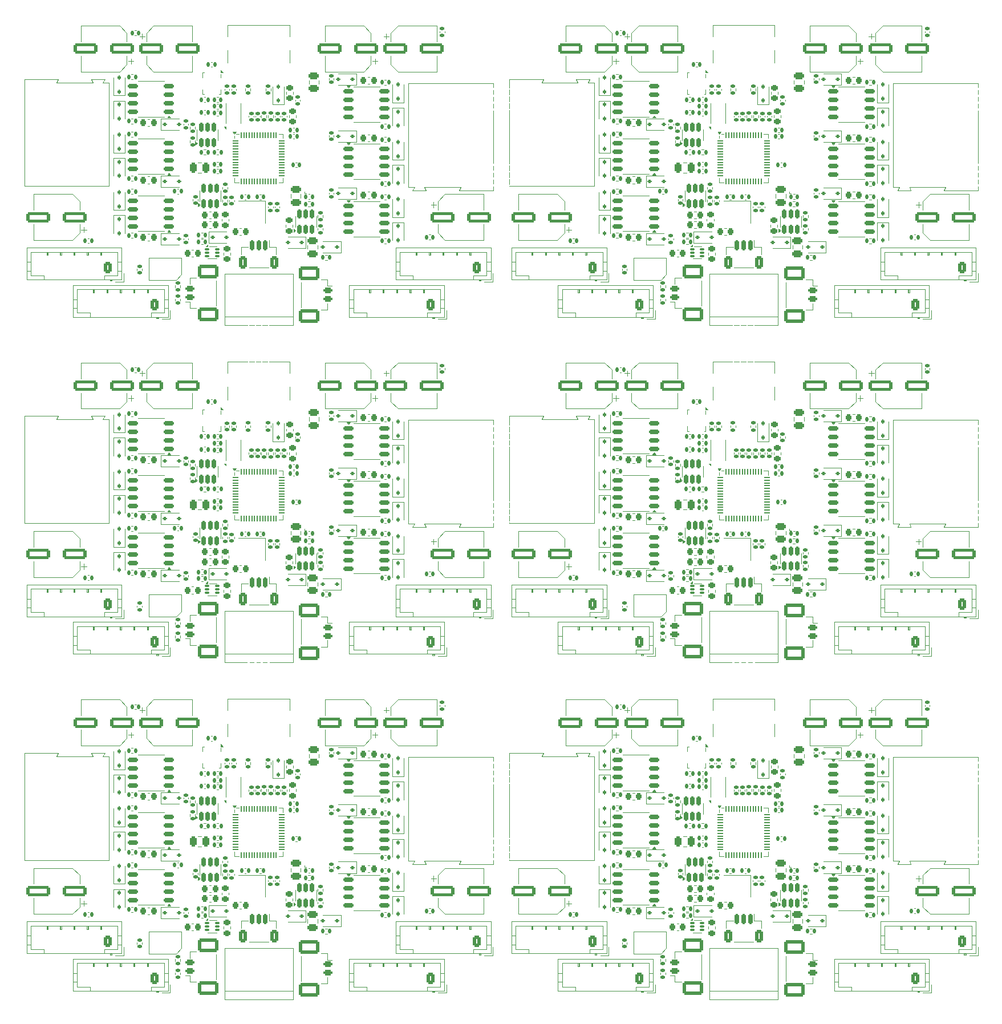
<source format=gbr>
%TF.GenerationSoftware,KiCad,Pcbnew,8.0.2*%
%TF.CreationDate,2024-05-05T15:06:13+02:00*%
%TF.ProjectId,panelized,70616e65-6c69-47a6-9564-2e6b69636164,rev?*%
%TF.SameCoordinates,Original*%
%TF.FileFunction,Legend,Top*%
%TF.FilePolarity,Positive*%
%FSLAX46Y46*%
G04 Gerber Fmt 4.6, Leading zero omitted, Abs format (unit mm)*
G04 Created by KiCad (PCBNEW 8.0.2) date 2024-05-05 15:06:13*
%MOMM*%
%LPD*%
G01*
G04 APERTURE LIST*
G04 Aperture macros list*
%AMRoundRect*
0 Rectangle with rounded corners*
0 $1 Rounding radius*
0 $2 $3 $4 $5 $6 $7 $8 $9 X,Y pos of 4 corners*
0 Add a 4 corners polygon primitive as box body*
4,1,4,$2,$3,$4,$5,$6,$7,$8,$9,$2,$3,0*
0 Add four circle primitives for the rounded corners*
1,1,$1+$1,$2,$3*
1,1,$1+$1,$4,$5*
1,1,$1+$1,$6,$7*
1,1,$1+$1,$8,$9*
0 Add four rect primitives between the rounded corners*
20,1,$1+$1,$2,$3,$4,$5,0*
20,1,$1+$1,$4,$5,$6,$7,0*
20,1,$1+$1,$6,$7,$8,$9,0*
20,1,$1+$1,$8,$9,$2,$3,0*%
G04 Aperture macros list end*
%ADD10C,0.120000*%
%ADD11C,0.100000*%
%ADD12C,0.500000*%
%ADD13RoundRect,0.225000X0.225000X0.250000X-0.225000X0.250000X-0.225000X-0.250000X0.225000X-0.250000X0*%
%ADD14RoundRect,0.112500X0.112500X-0.187500X0.112500X0.187500X-0.112500X0.187500X-0.112500X-0.187500X0*%
%ADD15RoundRect,0.135000X-0.185000X0.135000X-0.185000X-0.135000X0.185000X-0.135000X0.185000X0.135000X0*%
%ADD16RoundRect,0.140000X-0.140000X-0.170000X0.140000X-0.170000X0.140000X0.170000X-0.140000X0.170000X0*%
%ADD17RoundRect,0.112500X0.187500X0.112500X-0.187500X0.112500X-0.187500X-0.112500X0.187500X-0.112500X0*%
%ADD18R,0.250000X0.675000*%
%ADD19R,0.675000X0.250000*%
%ADD20RoundRect,0.135000X-0.135000X-0.185000X0.135000X-0.185000X0.135000X0.185000X-0.135000X0.185000X0*%
%ADD21RoundRect,0.225000X-0.225000X-0.250000X0.225000X-0.250000X0.225000X0.250000X-0.225000X0.250000X0*%
%ADD22RoundRect,0.112500X-0.112500X0.187500X-0.112500X-0.187500X0.112500X-0.187500X0.112500X0.187500X0*%
%ADD23C,0.650000*%
%ADD24R,0.300000X1.150000*%
%ADD25O,1.000000X2.100000*%
%ADD26O,1.000000X1.600000*%
%ADD27RoundRect,0.140000X0.140000X0.170000X-0.140000X0.170000X-0.140000X-0.170000X0.140000X-0.170000X0*%
%ADD28RoundRect,0.200000X-0.450000X0.200000X-0.450000X-0.200000X0.450000X-0.200000X0.450000X0.200000X0*%
%ADD29RoundRect,0.250001X-1.249999X0.799999X-1.249999X-0.799999X1.249999X-0.799999X1.249999X0.799999X0*%
%ADD30RoundRect,0.150000X0.625000X0.150000X-0.625000X0.150000X-0.625000X-0.150000X0.625000X-0.150000X0*%
%ADD31R,0.450000X0.450000*%
%ADD32RoundRect,0.250000X1.500000X0.550000X-1.500000X0.550000X-1.500000X-0.550000X1.500000X-0.550000X0*%
%ADD33RoundRect,0.112500X-0.187500X-0.112500X0.187500X-0.112500X0.187500X0.112500X-0.187500X0.112500X0*%
%ADD34RoundRect,0.250000X0.350000X0.625000X-0.350000X0.625000X-0.350000X-0.625000X0.350000X-0.625000X0*%
%ADD35O,1.200000X1.750000*%
%ADD36R,0.300000X0.750000*%
%ADD37R,1.500000X1.300000*%
%ADD38RoundRect,0.135000X0.135000X0.185000X-0.135000X0.185000X-0.135000X-0.185000X0.135000X-0.185000X0*%
%ADD39RoundRect,0.150000X-0.625000X-0.150000X0.625000X-0.150000X0.625000X0.150000X-0.625000X0.150000X0*%
%ADD40RoundRect,0.140000X0.170000X-0.140000X0.170000X0.140000X-0.170000X0.140000X-0.170000X-0.140000X0*%
%ADD41R,3.000000X3.000000*%
%ADD42C,3.000000*%
%ADD43RoundRect,0.140000X-0.170000X0.140000X-0.170000X-0.140000X0.170000X-0.140000X0.170000X0.140000X0*%
%ADD44RoundRect,0.250000X0.475000X-0.250000X0.475000X0.250000X-0.475000X0.250000X-0.475000X-0.250000X0*%
%ADD45RoundRect,0.050000X-0.387500X-0.050000X0.387500X-0.050000X0.387500X0.050000X-0.387500X0.050000X0*%
%ADD46RoundRect,0.050000X-0.050000X-0.387500X0.050000X-0.387500X0.050000X0.387500X-0.050000X0.387500X0*%
%ADD47R,3.200000X3.200000*%
%ADD48R,3.960000X1.980000*%
%ADD49O,3.960000X1.980000*%
%ADD50RoundRect,0.218750X0.256250X-0.218750X0.256250X0.218750X-0.256250X0.218750X-0.256250X-0.218750X0*%
%ADD51RoundRect,0.150000X0.150000X0.625000X-0.150000X0.625000X-0.150000X-0.625000X0.150000X-0.625000X0*%
%ADD52RoundRect,0.250000X0.350000X0.650000X-0.350000X0.650000X-0.350000X-0.650000X0.350000X-0.650000X0*%
%ADD53C,3.600000*%
%ADD54C,5.600000*%
%ADD55RoundRect,0.218750X-0.256250X0.218750X-0.256250X-0.218750X0.256250X-0.218750X0.256250X0.218750X0*%
%ADD56RoundRect,0.085000X-0.265000X-0.085000X0.265000X-0.085000X0.265000X0.085000X-0.265000X0.085000X0*%
%ADD57R,0.840000X0.350000*%
%ADD58R,1.600000X2.400000*%
%ADD59RoundRect,0.150000X0.150000X-0.512500X0.150000X0.512500X-0.150000X0.512500X-0.150000X-0.512500X0*%
%ADD60R,1.400000X1.200000*%
%ADD61RoundRect,0.225000X-0.250000X0.225000X-0.250000X-0.225000X0.250000X-0.225000X0.250000X0.225000X0*%
%ADD62RoundRect,0.250000X-1.500000X-0.550000X1.500000X-0.550000X1.500000X0.550000X-1.500000X0.550000X0*%
%ADD63RoundRect,0.200000X0.450000X-0.200000X0.450000X0.200000X-0.450000X0.200000X-0.450000X-0.200000X0*%
%ADD64RoundRect,0.250001X1.249999X-0.799999X1.249999X0.799999X-1.249999X0.799999X-1.249999X-0.799999X0*%
%ADD65RoundRect,0.218750X-0.218750X-0.256250X0.218750X-0.256250X0.218750X0.256250X-0.218750X0.256250X0*%
%ADD66RoundRect,0.250000X-0.475000X0.250000X-0.475000X-0.250000X0.475000X-0.250000X0.475000X0.250000X0*%
%ADD67RoundRect,0.250000X-0.250000X-0.475000X0.250000X-0.475000X0.250000X0.475000X-0.250000X0.475000X0*%
G04 APERTURE END LIST*
D10*
%TO.C,C50*%
X106941580Y-29390000D02*
X106660420Y-29390000D01*
X106941580Y-30410000D02*
X106660420Y-30410000D01*
%TO.C,D19*%
X133846000Y-70235000D02*
X133846000Y-67575000D01*
X133846000Y-70235000D02*
X135546000Y-70235000D01*
X135546000Y-70235000D02*
X135546000Y-67575000D01*
%TO.C,R34*%
X103821000Y-115336359D02*
X103821000Y-115643641D01*
X104581000Y-115336359D02*
X104581000Y-115643641D01*
%TO.C,C28*%
X95593164Y-101040000D02*
X95808836Y-101040000D01*
X95593164Y-101760000D02*
X95808836Y-101760000D01*
%TO.C,D18*%
X128506000Y-65900000D02*
X125846000Y-65900000D01*
X128506000Y-67600000D02*
X125846000Y-67600000D01*
X128506000Y-67600000D02*
X128506000Y-65900000D01*
D11*
%TO.C,U10*%
X33651000Y-7300000D02*
X33651000Y-8020000D01*
X33651000Y-7300000D02*
X33871000Y-7300000D01*
X33651000Y-10500000D02*
X33651000Y-9780000D01*
X33871000Y-10500000D02*
X33651000Y-10500000D01*
X36351000Y-7500000D02*
X36351000Y-8020000D01*
X36351000Y-9780000D02*
X36351000Y-10500000D01*
X36351000Y-10500000D02*
X36131000Y-10500000D01*
X36711000Y-7300000D02*
X36351000Y-7300000D01*
X36351000Y-6940000D01*
X36711000Y-7300000D01*
G36*
X36711000Y-7300000D02*
G01*
X36351000Y-7300000D01*
X36351000Y-6940000D01*
X36711000Y-7300000D01*
G37*
D10*
%TO.C,R22*%
X132642359Y-16845000D02*
X132949641Y-16845000D01*
X132642359Y-17605000D02*
X132949641Y-17605000D01*
%TO.C,C37*%
X130205420Y-16465000D02*
X130486580Y-16465000D01*
X130205420Y-17485000D02*
X130486580Y-17485000D01*
%TO.C,D17*%
X133846000Y-79515000D02*
X133846000Y-82175000D01*
X135546000Y-79515000D02*
X133846000Y-79515000D01*
X135546000Y-79515000D02*
X135546000Y-82175000D01*
%TO.C,J2*%
X109421000Y-100215000D02*
X118581000Y-100215000D01*
X109421000Y-101920000D02*
X109421000Y-100215000D01*
X109421000Y-103930000D02*
X109421000Y-105850000D01*
X118581000Y-100215000D02*
X118581000Y-101920000D01*
X118581000Y-105850000D02*
X118581000Y-103930000D01*
%TO.C,C51*%
X34108836Y-12840000D02*
X33893164Y-12840000D01*
X34108836Y-13560000D02*
X33893164Y-13560000D01*
%TO.C,R26*%
X33847359Y-118720000D02*
X34154641Y-118720000D01*
X33847359Y-119480000D02*
X34154641Y-119480000D01*
%TO.C,D17*%
X61846000Y-79515000D02*
X61846000Y-82175000D01*
X63546000Y-79515000D02*
X61846000Y-79515000D01*
X63546000Y-79515000D02*
X63546000Y-82175000D01*
%TO.C,J3*%
X120291000Y-138385000D02*
X120291000Y-142115000D01*
X123261000Y-138015000D02*
X124211000Y-138015000D01*
X123261000Y-142485000D02*
X124211000Y-142485000D01*
X124211000Y-138015000D02*
X124211000Y-138965000D01*
X124211000Y-138965000D02*
X124901000Y-138965000D01*
X124211000Y-142485000D02*
X124211000Y-141535000D01*
%TO.C,U4*%
X26001000Y-25565000D02*
X24051000Y-25565000D01*
X26001000Y-25565000D02*
X27951000Y-25565000D01*
X26001000Y-30835000D02*
X24051000Y-30835000D01*
X26001000Y-30835000D02*
X27951000Y-30835000D01*
X28941000Y-30995000D02*
X28461000Y-30995000D01*
X28701000Y-30665000D01*
X28941000Y-30995000D01*
G36*
X28941000Y-30995000D02*
G01*
X28461000Y-30995000D01*
X28701000Y-30665000D01*
X28941000Y-30995000D01*
G37*
%TO.C,C7*%
X121393164Y-125340000D02*
X121608836Y-125340000D01*
X121393164Y-126060000D02*
X121608836Y-126060000D01*
%TO.C,C18*%
X119093164Y-115440000D02*
X119308836Y-115440000D01*
X119093164Y-116160000D02*
X119308836Y-116160000D01*
%TO.C,C25*%
X101893164Y-74540000D02*
X102108836Y-74540000D01*
X101893164Y-75260000D02*
X102108836Y-75260000D01*
%TO.C,D1*%
X120776000Y-74975000D02*
X120776000Y-75225000D01*
X120776000Y-75225000D02*
X121026000Y-75225000D01*
%TO.C,C57*%
X8591000Y-25340000D02*
X8591000Y-27690000D01*
X8591000Y-32160000D02*
X8591000Y-29810000D01*
X14346563Y-25340000D02*
X8591000Y-25340000D01*
X14346563Y-32160000D02*
X8591000Y-32160000D01*
X15411000Y-26404437D02*
X14346563Y-25340000D01*
X15411000Y-26404437D02*
X15411000Y-27690000D01*
X15411000Y-31095563D02*
X14346563Y-32160000D01*
X15411000Y-31095563D02*
X15411000Y-29810000D01*
X16044750Y-30991250D02*
X16044750Y-30203750D01*
X16438500Y-30597500D02*
X15651000Y-30597500D01*
%TO.C,D17*%
X133846000Y-29515000D02*
X133846000Y-32175000D01*
X135546000Y-29515000D02*
X133846000Y-29515000D01*
X135546000Y-29515000D02*
X135546000Y-32175000D01*
%TO.C,C24*%
X25796580Y-14215000D02*
X25515420Y-14215000D01*
X25796580Y-15235000D02*
X25515420Y-15235000D01*
%TO.C,D22*%
X34591000Y-130850000D02*
X34591000Y-132550000D01*
X34591000Y-130850000D02*
X37251000Y-130850000D01*
X34591000Y-132550000D02*
X37251000Y-132550000D01*
%TO.C,U6*%
X26001000Y-67065000D02*
X24051000Y-67065000D01*
X26001000Y-67065000D02*
X27951000Y-67065000D01*
X26001000Y-72335000D02*
X24051000Y-72335000D01*
X26001000Y-72335000D02*
X27951000Y-72335000D01*
X28941000Y-72495000D02*
X28461000Y-72495000D01*
X28701000Y-72165000D01*
X28941000Y-72495000D01*
G36*
X28941000Y-72495000D02*
G01*
X28461000Y-72495000D01*
X28701000Y-72165000D01*
X28941000Y-72495000D01*
G37*
%TO.C,R33*%
X103821000Y-117346359D02*
X103821000Y-117653641D01*
X104581000Y-117346359D02*
X104581000Y-117653641D01*
%TO.C,R16*%
X101621000Y-90846359D02*
X101621000Y-91153641D01*
X102381000Y-90846359D02*
X102381000Y-91153641D01*
%TO.C,D22*%
X106591000Y-80850000D02*
X106591000Y-82550000D01*
X106591000Y-80850000D02*
X109251000Y-80850000D01*
X106591000Y-82550000D02*
X109251000Y-82550000D01*
%TO.C,J10*%
X7541000Y-83290000D02*
X7541000Y-88010000D01*
X7541000Y-85400000D02*
X8151000Y-85400000D01*
X7541000Y-86700000D02*
X8151000Y-86700000D01*
X7541000Y-88010000D02*
X21661000Y-88010000D01*
X8151000Y-83900000D02*
X8151000Y-87400000D01*
X8151000Y-87400000D02*
X10101000Y-87400000D01*
X10101000Y-87400000D02*
X10101000Y-88010000D01*
X10501000Y-84400000D02*
X10501000Y-83900000D01*
X10601000Y-83900000D02*
X10601000Y-84400000D01*
X10701000Y-83900000D02*
X10701000Y-84400000D01*
X10701000Y-84400000D02*
X10501000Y-84400000D01*
X12501000Y-84400000D02*
X12501000Y-83900000D01*
X12601000Y-83900000D02*
X12601000Y-84400000D01*
X12701000Y-83900000D02*
X12701000Y-84400000D01*
X12701000Y-84400000D02*
X12501000Y-84400000D01*
X14501000Y-84400000D02*
X14501000Y-83900000D01*
X14601000Y-83900000D02*
X14601000Y-84400000D01*
X14701000Y-83900000D02*
X14701000Y-84400000D01*
X14701000Y-84400000D02*
X14501000Y-84400000D01*
X16501000Y-84400000D02*
X16501000Y-83900000D01*
X16601000Y-83900000D02*
X16601000Y-84400000D01*
X16701000Y-83900000D02*
X16701000Y-84400000D01*
X16701000Y-84400000D02*
X16501000Y-84400000D01*
X18501000Y-84400000D02*
X18501000Y-83900000D01*
X18601000Y-83900000D02*
X18601000Y-84400000D01*
X18701000Y-83900000D02*
X18701000Y-84400000D01*
X18701000Y-84400000D02*
X18501000Y-84400000D01*
X19101000Y-87400000D02*
X21051000Y-87400000D01*
X19101000Y-88010000D02*
X19101000Y-87400000D01*
X19901000Y-88010000D02*
X19901000Y-88210000D01*
X19901000Y-88110000D02*
X20201000Y-88110000D01*
X19901000Y-88210000D02*
X20201000Y-88210000D01*
X20201000Y-88210000D02*
X20201000Y-88010000D01*
X20711000Y-88310000D02*
X21961000Y-88310000D01*
X21051000Y-83900000D02*
X8151000Y-83900000D01*
X21051000Y-87400000D02*
X21051000Y-83900000D01*
X21661000Y-83290000D02*
X7541000Y-83290000D01*
X21661000Y-85400000D02*
X21051000Y-85400000D01*
X21661000Y-86700000D02*
X21051000Y-86700000D01*
X21661000Y-88010000D02*
X21661000Y-83290000D01*
X21961000Y-88310000D02*
X21961000Y-87060000D01*
%TO.C,U2*%
X37091000Y-114825000D02*
X37091000Y-111825000D01*
X39311000Y-114825000D02*
X39311000Y-111825000D01*
X37111000Y-115615000D02*
X36831000Y-115335000D01*
X37111000Y-115335000D01*
X37111000Y-115615000D01*
G36*
X37111000Y-115615000D02*
G01*
X36831000Y-115335000D01*
X37111000Y-115335000D01*
X37111000Y-115615000D01*
G37*
%TO.C,R12*%
X95359641Y-22594999D02*
X95052359Y-22594999D01*
X95359641Y-23354999D02*
X95052359Y-23354999D01*
%TO.C,U4*%
X26001000Y-75565000D02*
X24051000Y-75565000D01*
X26001000Y-75565000D02*
X27951000Y-75565000D01*
X26001000Y-80835000D02*
X24051000Y-80835000D01*
X26001000Y-80835000D02*
X27951000Y-80835000D01*
X28941000Y-80995000D02*
X28461000Y-80995000D01*
X28701000Y-80665000D01*
X28941000Y-80995000D01*
G36*
X28941000Y-80995000D02*
G01*
X28461000Y-80995000D01*
X28701000Y-80665000D01*
X28941000Y-80995000D01*
G37*
%TO.C,D16*%
X61846000Y-28735000D02*
X61846000Y-26075000D01*
X61846000Y-28735000D02*
X63546000Y-28735000D01*
X63546000Y-28735000D02*
X63546000Y-26075000D01*
%TO.C,U5*%
X26001000Y-108565000D02*
X24051000Y-108565000D01*
X26001000Y-108565000D02*
X27951000Y-108565000D01*
X26001000Y-113835000D02*
X24051000Y-113835000D01*
X26001000Y-113835000D02*
X27951000Y-113835000D01*
X28941000Y-113995000D02*
X28461000Y-113995000D01*
X28701000Y-113665000D01*
X28941000Y-113995000D01*
G36*
X28941000Y-113995000D02*
G01*
X28461000Y-113995000D01*
X28701000Y-113665000D01*
X28941000Y-113995000D01*
G37*
%TO.C,U13*%
X130001000Y-67865000D02*
X128051000Y-67865000D01*
X130001000Y-67865000D02*
X131951000Y-67865000D01*
X130001000Y-73135000D02*
X128051000Y-73135000D01*
X130001000Y-73135000D02*
X131951000Y-73135000D01*
X127301000Y-68035000D02*
X127061000Y-67705000D01*
X127541000Y-67705000D01*
X127301000Y-68035000D01*
G36*
X127301000Y-68035000D02*
G01*
X127061000Y-67705000D01*
X127541000Y-67705000D01*
X127301000Y-68035000D01*
G37*
%TO.C,J3*%
X120291000Y-88385000D02*
X120291000Y-92115000D01*
X123261000Y-88015000D02*
X124211000Y-88015000D01*
X123261000Y-92485000D02*
X124211000Y-92485000D01*
X124211000Y-88015000D02*
X124211000Y-88965000D01*
X124211000Y-88965000D02*
X124901000Y-88965000D01*
X124211000Y-92485000D02*
X124211000Y-91535000D01*
%TO.C,C19*%
X116441000Y-13907836D02*
X116441000Y-13692164D01*
X117161000Y-13907836D02*
X117161000Y-13692164D01*
%TO.C,R26*%
X105847359Y-118720000D02*
X106154641Y-118720000D01*
X105847359Y-119480000D02*
X106154641Y-119480000D01*
%TO.C,C20*%
X117441000Y-63907836D02*
X117441000Y-63692164D01*
X118161000Y-63907836D02*
X118161000Y-63692164D01*
%TO.C,J11*%
X108957000Y-137190000D02*
X108957000Y-144810000D01*
X108957000Y-144810000D02*
X119117000Y-144810000D01*
X119117000Y-137190000D02*
X108957000Y-137190000D01*
X119117000Y-143540000D02*
X108957000Y-143540000D01*
X119117000Y-144810000D02*
X119117000Y-137190000D01*
%TO.C,R17*%
X101621000Y-138846359D02*
X101621000Y-139153641D01*
X102381000Y-138846359D02*
X102381000Y-139153641D01*
%TO.C,D2*%
X44051000Y-112010000D02*
X44051000Y-109350000D01*
X44051000Y-112010000D02*
X45751000Y-112010000D01*
X45751000Y-112010000D02*
X45751000Y-109350000D01*
%TO.C,C48*%
X104241000Y-26092164D02*
X104241000Y-26307836D01*
X104961000Y-26092164D02*
X104961000Y-26307836D01*
%TO.C,R6*%
X115021000Y-59646359D02*
X115021000Y-59953641D01*
X115781000Y-59646359D02*
X115781000Y-59953641D01*
%TO.C,D3*%
X20456000Y-128464999D02*
X20456000Y-131124999D01*
X22156000Y-128464999D02*
X20456000Y-128464999D01*
X22156000Y-128464999D02*
X22156000Y-131124999D01*
%TO.C,C37*%
X130205420Y-116465000D02*
X130486580Y-116465000D01*
X130205420Y-117485000D02*
X130486580Y-117485000D01*
%TO.C,R28*%
X49322359Y-76430000D02*
X49629641Y-76430000D01*
X49322359Y-77190000D02*
X49629641Y-77190000D01*
%TO.C,C11*%
X112541000Y-63907836D02*
X112541000Y-63692164D01*
X113261000Y-63907836D02*
X113261000Y-63692164D01*
%TO.C,C45*%
X46766000Y-25861252D02*
X46766000Y-25338748D01*
X48236000Y-25861252D02*
X48236000Y-25338748D01*
%TO.C,C27*%
X16838836Y-131890000D02*
X16623164Y-131890000D01*
X16838836Y-132610000D02*
X16623164Y-132610000D01*
%TO.C,C16*%
X47093164Y-66390000D02*
X47308836Y-66390000D01*
X47093164Y-67110000D02*
X47308836Y-67110000D01*
%TO.C,U3*%
X110391000Y-117040000D02*
X110391000Y-116630000D01*
X110391000Y-123610000D02*
X110391000Y-122960000D01*
X111041000Y-116390000D02*
X110691000Y-116390000D01*
X111041000Y-123610000D02*
X110391000Y-123610000D01*
X116961000Y-116390000D02*
X117611000Y-116390000D01*
X116961000Y-123610000D02*
X117611000Y-123610000D01*
X117611000Y-116390000D02*
X117611000Y-117040000D01*
X117611000Y-123610000D02*
X117611000Y-122960000D01*
X110391000Y-116390000D02*
X110151000Y-116060000D01*
X110631000Y-116060000D01*
X110391000Y-116390000D01*
G36*
X110391000Y-116390000D02*
G01*
X110151000Y-116060000D01*
X110631000Y-116060000D01*
X110391000Y-116390000D01*
G37*
%TO.C,C23*%
X102846000Y-64867164D02*
X102846000Y-65082836D01*
X103566000Y-64867164D02*
X103566000Y-65082836D01*
%TO.C,C10*%
X36008836Y-112940000D02*
X35793164Y-112940000D01*
X36008836Y-113660000D02*
X35793164Y-113660000D01*
%TO.C,C24*%
X97796580Y-114215000D02*
X97515420Y-114215000D01*
X97796580Y-115235000D02*
X97515420Y-115235000D01*
%TO.C,J10*%
X79541000Y-33290000D02*
X79541000Y-38010000D01*
X79541000Y-35400000D02*
X80151000Y-35400000D01*
X79541000Y-36700000D02*
X80151000Y-36700000D01*
X79541000Y-38010000D02*
X93661000Y-38010000D01*
X80151000Y-33900000D02*
X80151000Y-37400000D01*
X80151000Y-37400000D02*
X82101000Y-37400000D01*
X82101000Y-37400000D02*
X82101000Y-38010000D01*
X82501000Y-34400000D02*
X82501000Y-33900000D01*
X82601000Y-33900000D02*
X82601000Y-34400000D01*
X82701000Y-33900000D02*
X82701000Y-34400000D01*
X82701000Y-34400000D02*
X82501000Y-34400000D01*
X84501000Y-34400000D02*
X84501000Y-33900000D01*
X84601000Y-33900000D02*
X84601000Y-34400000D01*
X84701000Y-33900000D02*
X84701000Y-34400000D01*
X84701000Y-34400000D02*
X84501000Y-34400000D01*
X86501000Y-34400000D02*
X86501000Y-33900000D01*
X86601000Y-33900000D02*
X86601000Y-34400000D01*
X86701000Y-33900000D02*
X86701000Y-34400000D01*
X86701000Y-34400000D02*
X86501000Y-34400000D01*
X88501000Y-34400000D02*
X88501000Y-33900000D01*
X88601000Y-33900000D02*
X88601000Y-34400000D01*
X88701000Y-33900000D02*
X88701000Y-34400000D01*
X88701000Y-34400000D02*
X88501000Y-34400000D01*
X90501000Y-34400000D02*
X90501000Y-33900000D01*
X90601000Y-33900000D02*
X90601000Y-34400000D01*
X90701000Y-33900000D02*
X90701000Y-34400000D01*
X90701000Y-34400000D02*
X90501000Y-34400000D01*
X91101000Y-37400000D02*
X93051000Y-37400000D01*
X91101000Y-38010000D02*
X91101000Y-37400000D01*
X91901000Y-38010000D02*
X91901000Y-38210000D01*
X91901000Y-38110000D02*
X92201000Y-38110000D01*
X91901000Y-38210000D02*
X92201000Y-38210000D01*
X92201000Y-38210000D02*
X92201000Y-38010000D01*
X92711000Y-38310000D02*
X93961000Y-38310000D01*
X93051000Y-33900000D02*
X80151000Y-33900000D01*
X93051000Y-37400000D02*
X93051000Y-33900000D01*
X93661000Y-33290000D02*
X79541000Y-33290000D01*
X93661000Y-35400000D02*
X93051000Y-35400000D01*
X93661000Y-36700000D02*
X93051000Y-36700000D01*
X93661000Y-38010000D02*
X93661000Y-33290000D01*
X93961000Y-38310000D02*
X93961000Y-37060000D01*
%TO.C,C11*%
X112541000Y-13907836D02*
X112541000Y-13692164D01*
X113261000Y-13907836D02*
X113261000Y-13692164D01*
%TO.C,J9*%
X86441000Y-38840000D02*
X86441000Y-43560000D01*
X86441000Y-40950000D02*
X87051000Y-40950000D01*
X86441000Y-42250000D02*
X87051000Y-42250000D01*
X86441000Y-43560000D02*
X100561000Y-43560000D01*
X87051000Y-39450000D02*
X87051000Y-42950000D01*
X87051000Y-42950000D02*
X89001000Y-42950000D01*
X89001000Y-42950000D02*
X89001000Y-43560000D01*
X89401000Y-39950000D02*
X89401000Y-39450000D01*
X89501000Y-39450000D02*
X89501000Y-39950000D01*
X89601000Y-39450000D02*
X89601000Y-39950000D01*
X89601000Y-39950000D02*
X89401000Y-39950000D01*
X91401000Y-39950000D02*
X91401000Y-39450000D01*
X91501000Y-39450000D02*
X91501000Y-39950000D01*
X91601000Y-39450000D02*
X91601000Y-39950000D01*
X91601000Y-39950000D02*
X91401000Y-39950000D01*
X93401000Y-39950000D02*
X93401000Y-39450000D01*
X93501000Y-39450000D02*
X93501000Y-39950000D01*
X93601000Y-39450000D02*
X93601000Y-39950000D01*
X93601000Y-39950000D02*
X93401000Y-39950000D01*
X95401000Y-39950000D02*
X95401000Y-39450000D01*
X95501000Y-39450000D02*
X95501000Y-39950000D01*
X95601000Y-39450000D02*
X95601000Y-39950000D01*
X95601000Y-39950000D02*
X95401000Y-39950000D01*
X97401000Y-39950000D02*
X97401000Y-39450000D01*
X97501000Y-39450000D02*
X97501000Y-39950000D01*
X97601000Y-39450000D02*
X97601000Y-39950000D01*
X97601000Y-39950000D02*
X97401000Y-39950000D01*
X98001000Y-42950000D02*
X99951000Y-42950000D01*
X98001000Y-43560000D02*
X98001000Y-42950000D01*
X98801000Y-43560000D02*
X98801000Y-43760000D01*
X98801000Y-43660000D02*
X99101000Y-43660000D01*
X98801000Y-43760000D02*
X99101000Y-43760000D01*
X99101000Y-43760000D02*
X99101000Y-43560000D01*
X99611000Y-43860000D02*
X100861000Y-43860000D01*
X99951000Y-39450000D02*
X87051000Y-39450000D01*
X99951000Y-42950000D02*
X99951000Y-39450000D01*
X100561000Y-38840000D02*
X86441000Y-38840000D01*
X100561000Y-40950000D02*
X99951000Y-40950000D01*
X100561000Y-42250000D02*
X99951000Y-42250000D01*
X100561000Y-43560000D02*
X100561000Y-38840000D01*
X100861000Y-43860000D02*
X100861000Y-42610000D01*
%TO.C,C48*%
X32241000Y-76092164D02*
X32241000Y-76307836D01*
X32961000Y-76092164D02*
X32961000Y-76307836D01*
%TO.C,D20*%
X61846000Y-21015000D02*
X61846000Y-23675000D01*
X63546000Y-21015000D02*
X61846000Y-21015000D01*
X63546000Y-21015000D02*
X63546000Y-23675000D01*
%TO.C,R28*%
X121322359Y-76430000D02*
X121629641Y-76430000D01*
X121322359Y-77190000D02*
X121629641Y-77190000D01*
%TO.C,C12*%
X113491000Y-113907836D02*
X113491000Y-113692164D01*
X114211000Y-113907836D02*
X114211000Y-113692164D01*
%TO.C,D21*%
X120986000Y-131660000D02*
X118326000Y-131660000D01*
X120986000Y-133360000D02*
X118326000Y-133360000D01*
X120986000Y-133360000D02*
X120986000Y-131660000D01*
%TO.C,C41*%
X109941000Y-9907836D02*
X109941000Y-9692164D01*
X110661000Y-9907836D02*
X110661000Y-9692164D01*
%TO.C,R33*%
X103821000Y-67346359D02*
X103821000Y-67653641D01*
X104581000Y-67346359D02*
X104581000Y-67653641D01*
%TO.C,R18*%
X60642359Y-8345000D02*
X60949641Y-8345000D01*
X60642359Y-9105000D02*
X60949641Y-9105000D01*
%TO.C,R32*%
X108621000Y-74246359D02*
X108621000Y-74553641D01*
X109381000Y-74246359D02*
X109381000Y-74553641D01*
%TO.C,J5*%
X79201000Y-108250000D02*
X79201000Y-124150000D01*
X79201000Y-124150000D02*
X91801000Y-124150000D01*
X84001000Y-108750000D02*
X84251000Y-108250000D01*
X84251000Y-108250000D02*
X79201000Y-108250000D01*
X89151000Y-108250000D02*
X89401000Y-108750000D01*
X89401000Y-108750000D02*
X84001000Y-108750000D01*
X90851000Y-108750000D02*
X91151000Y-108250000D01*
X91151000Y-108250000D02*
X89151000Y-108250000D01*
X91801000Y-108750000D02*
X90851000Y-108750000D01*
X91801000Y-124150000D02*
X91801000Y-108750000D01*
%TO.C,C23*%
X30846000Y-114867164D02*
X30846000Y-115082836D01*
X31566000Y-114867164D02*
X31566000Y-115082836D01*
%TO.C,D8*%
X92456000Y-110685000D02*
X92456000Y-108025000D01*
X92456000Y-110685000D02*
X94156000Y-110685000D01*
X94156000Y-110685000D02*
X94156000Y-108025000D01*
%TO.C,R29*%
X50796000Y-80356359D02*
X50796000Y-80663641D01*
X51556000Y-80356359D02*
X51556000Y-80663641D01*
%TO.C,R18*%
X132642359Y-58345000D02*
X132949641Y-58345000D01*
X132642359Y-59105000D02*
X132949641Y-59105000D01*
%TO.C,L1*%
X36791000Y-34362779D02*
X36791000Y-34037221D01*
X37811000Y-34362779D02*
X37811000Y-34037221D01*
%TO.C,U2*%
X37091000Y-64825000D02*
X37091000Y-61825000D01*
X39311000Y-64825000D02*
X39311000Y-61825000D01*
X37111000Y-65615000D02*
X36831000Y-65335000D01*
X37111000Y-65335000D01*
X37111000Y-65615000D01*
G36*
X37111000Y-65615000D02*
G01*
X36831000Y-65335000D01*
X37111000Y-65335000D01*
X37111000Y-65615000D01*
G37*
%TO.C,C14*%
X47493164Y-70640000D02*
X47708836Y-70640000D01*
X47493164Y-71360000D02*
X47708836Y-71360000D01*
%TO.C,J1*%
X39391000Y-33140000D02*
X40441000Y-33140000D01*
X39391000Y-34290000D02*
X39391000Y-33140000D01*
X43441000Y-36260000D02*
X40561000Y-36260000D01*
X43561000Y-33140000D02*
X43561000Y-32150000D01*
X44611000Y-33140000D02*
X43561000Y-33140000D01*
X44611000Y-34290000D02*
X44611000Y-33140000D01*
%TO.C,L2*%
X118016000Y-29847221D02*
X118016000Y-30172779D01*
X119036000Y-29847221D02*
X119036000Y-30172779D01*
%TO.C,R5*%
X114411000Y-113646359D02*
X114411000Y-113953641D01*
X115171000Y-113646359D02*
X115171000Y-113953641D01*
%TO.C,U13*%
X130001000Y-117865000D02*
X128051000Y-117865000D01*
X130001000Y-117865000D02*
X131951000Y-117865000D01*
X130001000Y-123135000D02*
X128051000Y-123135000D01*
X130001000Y-123135000D02*
X131951000Y-123135000D01*
X127301000Y-118035000D02*
X127061000Y-117705000D01*
X127541000Y-117705000D01*
X127301000Y-118035000D01*
G36*
X127301000Y-118035000D02*
G01*
X127061000Y-117705000D01*
X127541000Y-117705000D01*
X127301000Y-118035000D01*
G37*
%TO.C,C2*%
X104341580Y-33590000D02*
X104060420Y-33590000D01*
X104341580Y-34610000D02*
X104060420Y-34610000D01*
%TO.C,C34*%
X124436000Y-25332836D02*
X124436000Y-25117164D01*
X125156000Y-25332836D02*
X125156000Y-25117164D01*
%TO.C,R23*%
X132642359Y-123395000D02*
X132949641Y-123395000D01*
X132642359Y-124155000D02*
X132949641Y-124155000D01*
%TO.C,C34*%
X124436000Y-125332836D02*
X124436000Y-125117164D01*
X125156000Y-125332836D02*
X125156000Y-125117164D01*
%TO.C,R8*%
X95359641Y-81094999D02*
X95052359Y-81094999D01*
X95359641Y-81854999D02*
X95052359Y-81854999D01*
%TO.C,C20*%
X117441000Y-13907836D02*
X117441000Y-13692164D01*
X118161000Y-13907836D02*
X118161000Y-13692164D01*
%TO.C,D11*%
X92456000Y-19185000D02*
X92456000Y-16525000D01*
X92456000Y-19185000D02*
X94156000Y-19185000D01*
X94156000Y-19185000D02*
X94156000Y-16525000D01*
%TO.C,U11*%
X130001000Y-59365000D02*
X128051000Y-59365000D01*
X130001000Y-59365000D02*
X131951000Y-59365000D01*
X130001000Y-64635000D02*
X128051000Y-64635000D01*
X130001000Y-64635000D02*
X131951000Y-64635000D01*
X127301000Y-59535000D02*
X127061000Y-59205000D01*
X127541000Y-59205000D01*
X127301000Y-59535000D01*
G36*
X127301000Y-59535000D02*
G01*
X127061000Y-59205000D01*
X127541000Y-59205000D01*
X127301000Y-59535000D01*
G37*
%TO.C,C57*%
X80591000Y-25340000D02*
X80591000Y-27690000D01*
X80591000Y-32160000D02*
X80591000Y-29810000D01*
X86346563Y-25340000D02*
X80591000Y-25340000D01*
X86346563Y-32160000D02*
X80591000Y-32160000D01*
X87411000Y-26404437D02*
X86346563Y-25340000D01*
X87411000Y-26404437D02*
X87411000Y-27690000D01*
X87411000Y-31095563D02*
X86346563Y-32160000D01*
X87411000Y-31095563D02*
X87411000Y-29810000D01*
X88044750Y-30991250D02*
X88044750Y-30203750D01*
X88438500Y-30597500D02*
X87651000Y-30597500D01*
%TO.C,D23*%
X126211000Y-132350000D02*
X123551000Y-132350000D01*
X126211000Y-134050000D02*
X123551000Y-134050000D01*
X126211000Y-134050000D02*
X126211000Y-132350000D01*
%TO.C,C20*%
X45441000Y-63907836D02*
X45441000Y-63692164D01*
X46161000Y-63907836D02*
X46161000Y-63692164D01*
%TO.C,D12*%
X56506000Y-57400000D02*
X53846000Y-57400000D01*
X56506000Y-59100000D02*
X53846000Y-59100000D01*
X56506000Y-59100000D02*
X56506000Y-57400000D01*
%TO.C,C33*%
X58205420Y-57965000D02*
X58486580Y-57965000D01*
X58205420Y-58985000D02*
X58486580Y-58985000D01*
%TO.C,U1*%
X35751000Y-133100000D02*
X34651000Y-133100000D01*
X35751000Y-134900000D02*
X34451000Y-134900000D01*
X34401000Y-133100000D02*
X34121000Y-133100000D01*
X34401000Y-132820000D01*
X34401000Y-133100000D01*
G36*
X34401000Y-133100000D02*
G01*
X34121000Y-133100000D01*
X34401000Y-132820000D01*
X34401000Y-133100000D01*
G37*
%TO.C,R32*%
X36621000Y-124246359D02*
X36621000Y-124553641D01*
X37381000Y-124246359D02*
X37381000Y-124553641D01*
%TO.C,FB1*%
X46491000Y-63637221D02*
X46491000Y-63962779D01*
X47511000Y-63637221D02*
X47511000Y-63962779D01*
%TO.C,C50*%
X34941580Y-29390000D02*
X34660420Y-29390000D01*
X34941580Y-30410000D02*
X34660420Y-30410000D01*
%TO.C,D22*%
X106591000Y-30850000D02*
X106591000Y-32550000D01*
X106591000Y-30850000D02*
X109251000Y-30850000D01*
X106591000Y-32550000D02*
X109251000Y-32550000D01*
%TO.C,D9*%
X99495999Y-72600000D02*
X99495999Y-74300000D01*
X99495999Y-72600000D02*
X102155999Y-72600000D01*
X99495999Y-74300000D02*
X102155999Y-74300000D01*
%TO.C,U9*%
X25681000Y-134750000D02*
X30521000Y-134750000D01*
X25681000Y-138050000D02*
X25681000Y-134750000D01*
X29721000Y-138050000D02*
X25681000Y-138050000D01*
X30521000Y-134750000D02*
X30521000Y-137250000D01*
X30521000Y-137250000D02*
X29721000Y-138050000D01*
%TO.C,D2*%
X116051000Y-112010000D02*
X116051000Y-109350000D01*
X116051000Y-112010000D02*
X117751000Y-112010000D01*
X117751000Y-112010000D02*
X117751000Y-109350000D01*
%TO.C,U12*%
X58001000Y-76365000D02*
X56051000Y-76365000D01*
X58001000Y-76365000D02*
X59951000Y-76365000D01*
X58001000Y-81635000D02*
X56051000Y-81635000D01*
X58001000Y-81635000D02*
X59951000Y-81635000D01*
X55301000Y-76535000D02*
X55061000Y-76205000D01*
X55541000Y-76205000D01*
X55301000Y-76535000D01*
G36*
X55301000Y-76535000D02*
G01*
X55061000Y-76205000D01*
X55541000Y-76205000D01*
X55301000Y-76535000D01*
G37*
%TO.C,D6*%
X99495999Y-114100000D02*
X99495999Y-115800000D01*
X99495999Y-114100000D02*
X102155999Y-114100000D01*
X99495999Y-115800000D02*
X102155999Y-115800000D01*
%TO.C,U31*%
X33241000Y-125600000D02*
X33241000Y-124800000D01*
X33241000Y-125600000D02*
X33241000Y-126400000D01*
X36361000Y-125600000D02*
X36361000Y-124800000D01*
X36361000Y-125600000D02*
X36361000Y-126400000D01*
X33291000Y-126900000D02*
X32961000Y-127140000D01*
X32961000Y-126660000D01*
X33291000Y-126900000D01*
G36*
X33291000Y-126900000D02*
G01*
X32961000Y-127140000D01*
X32961000Y-126660000D01*
X33291000Y-126900000D01*
G37*
%TO.C,R6*%
X43021000Y-109646359D02*
X43021000Y-109953641D01*
X43781000Y-109646359D02*
X43781000Y-109953641D01*
%TO.C,C37*%
X58205420Y-116465000D02*
X58486580Y-116465000D01*
X58205420Y-117485000D02*
X58486580Y-117485000D01*
%TO.C,U4*%
X98001000Y-25565000D02*
X96051000Y-25565000D01*
X98001000Y-25565000D02*
X99951000Y-25565000D01*
X98001000Y-30835000D02*
X96051000Y-30835000D01*
X98001000Y-30835000D02*
X99951000Y-30835000D01*
X100941000Y-30995000D02*
X100461000Y-30995000D01*
X100701000Y-30665000D01*
X100941000Y-30995000D01*
G36*
X100941000Y-30995000D02*
G01*
X100461000Y-30995000D01*
X100701000Y-30665000D01*
X100941000Y-30995000D01*
G37*
%TO.C,R13*%
X23359642Y-116045000D02*
X23052360Y-116045000D01*
X23359642Y-116805000D02*
X23052360Y-116805000D01*
%TO.C,C39*%
X67293164Y-31340000D02*
X67508836Y-31340000D01*
X67293164Y-32060000D02*
X67508836Y-32060000D01*
%TO.C,D3*%
X20456000Y-28464999D02*
X20456000Y-31124999D01*
X22156000Y-28464999D02*
X20456000Y-28464999D01*
X22156000Y-28464999D02*
X22156000Y-31124999D01*
%TO.C,Y1*%
X115001000Y-26350000D02*
X111001000Y-26350000D01*
X115001000Y-29650000D02*
X115001000Y-26350000D01*
%TO.C,U9*%
X97681000Y-84750000D02*
X102521000Y-84750000D01*
X97681000Y-88050000D02*
X97681000Y-84750000D01*
X101721000Y-88050000D02*
X97681000Y-88050000D01*
X102521000Y-84750000D02*
X102521000Y-87250000D01*
X102521000Y-87250000D02*
X101721000Y-88050000D01*
%TO.C,C12*%
X41491000Y-63907836D02*
X41491000Y-63692164D01*
X42211000Y-63907836D02*
X42211000Y-63692164D01*
%TO.C,U3*%
X38391000Y-17040000D02*
X38391000Y-16630000D01*
X38391000Y-23610000D02*
X38391000Y-22960000D01*
X39041000Y-16390000D02*
X38691000Y-16390000D01*
X39041000Y-23610000D02*
X38391000Y-23610000D01*
X44961000Y-16390000D02*
X45611000Y-16390000D01*
X44961000Y-23610000D02*
X45611000Y-23610000D01*
X45611000Y-16390000D02*
X45611000Y-17040000D01*
X45611000Y-23610000D02*
X45611000Y-22960000D01*
X38391000Y-16390000D02*
X38151000Y-16060000D01*
X38631000Y-16060000D01*
X38391000Y-16390000D01*
G36*
X38391000Y-16390000D02*
G01*
X38151000Y-16060000D01*
X38631000Y-16060000D01*
X38391000Y-16390000D01*
G37*
%TO.C,C55*%
X123841000Y-100340000D02*
X123841000Y-102690000D01*
X123841000Y-107160000D02*
X123841000Y-104810000D01*
X129596563Y-100340000D02*
X123841000Y-100340000D01*
X129596563Y-107160000D02*
X123841000Y-107160000D01*
X130661000Y-101404437D02*
X129596563Y-100340000D01*
X130661000Y-101404437D02*
X130661000Y-102690000D01*
X130661000Y-106095563D02*
X129596563Y-107160000D01*
X130661000Y-106095563D02*
X130661000Y-104810000D01*
X131294750Y-105991250D02*
X131294750Y-105203750D01*
X131688500Y-105597500D02*
X130901000Y-105597500D01*
%TO.C,D9*%
X99495999Y-22600000D02*
X99495999Y-24300000D01*
X99495999Y-22600000D02*
X102155999Y-22600000D01*
X99495999Y-24300000D02*
X102155999Y-24300000D01*
%TO.C,C5*%
X42143164Y-125390000D02*
X42358836Y-125390000D01*
X42143164Y-126110000D02*
X42358836Y-126110000D01*
%TO.C,D23*%
X126211000Y-32350000D02*
X123551000Y-32350000D01*
X126211000Y-34050000D02*
X123551000Y-34050000D01*
X126211000Y-34050000D02*
X126211000Y-32350000D01*
%TO.C,C44*%
X118091000Y-110159420D02*
X118091000Y-110440580D01*
X119111000Y-110159420D02*
X119111000Y-110440580D01*
%TO.C,U11*%
X58001000Y-59365000D02*
X56051000Y-59365000D01*
X58001000Y-59365000D02*
X59951000Y-59365000D01*
X58001000Y-64635000D02*
X56051000Y-64635000D01*
X58001000Y-64635000D02*
X59951000Y-64635000D01*
X55301000Y-59535000D02*
X55061000Y-59205000D01*
X55541000Y-59205000D01*
X55301000Y-59535000D01*
G36*
X55301000Y-59535000D02*
G01*
X55061000Y-59205000D01*
X55541000Y-59205000D01*
X55301000Y-59535000D01*
G37*
%TO.C,D18*%
X56506000Y-115900000D02*
X53846000Y-115900000D01*
X56506000Y-117600000D02*
X53846000Y-117600000D01*
X56506000Y-117600000D02*
X56506000Y-115900000D01*
%TO.C,U30*%
X32841000Y-16500000D02*
X32841000Y-15700000D01*
X32841000Y-16500000D02*
X32841000Y-17300000D01*
X35961000Y-16500000D02*
X35961000Y-15700000D01*
X35961000Y-16500000D02*
X35961000Y-17300000D01*
X32891000Y-17800000D02*
X32561000Y-18040000D01*
X32561000Y-17560000D01*
X32891000Y-17800000D01*
G36*
X32891000Y-17800000D02*
G01*
X32561000Y-18040000D01*
X32561000Y-17560000D01*
X32891000Y-17800000D01*
G37*
%TO.C,D2*%
X116051000Y-12010000D02*
X116051000Y-9350000D01*
X116051000Y-12010000D02*
X117751000Y-12010000D01*
X117751000Y-12010000D02*
X117751000Y-9350000D01*
%TO.C,D11*%
X92456000Y-69185000D02*
X92456000Y-66525000D01*
X92456000Y-69185000D02*
X94156000Y-69185000D01*
X94156000Y-69185000D02*
X94156000Y-66525000D01*
%TO.C,C33*%
X130205420Y-57965000D02*
X130486580Y-57965000D01*
X130205420Y-58985000D02*
X130486580Y-58985000D01*
%TO.C,D15*%
X56506000Y-74400000D02*
X53846000Y-74400000D01*
X56506000Y-76100000D02*
X53846000Y-76100000D01*
X56506000Y-76100000D02*
X56506000Y-74400000D01*
%TO.C,C12*%
X41491000Y-113907836D02*
X41491000Y-113692164D01*
X42211000Y-113907836D02*
X42211000Y-113692164D01*
%TO.C,D18*%
X128506000Y-115900000D02*
X125846000Y-115900000D01*
X128506000Y-117600000D02*
X125846000Y-117600000D01*
X128506000Y-117600000D02*
X128506000Y-115900000D01*
%TO.C,C33*%
X58205420Y-107965000D02*
X58486580Y-107965000D01*
X58205420Y-108985000D02*
X58486580Y-108985000D01*
%TO.C,C28*%
X23593164Y-1040000D02*
X23808836Y-1040000D01*
X23593164Y-1760000D02*
X23808836Y-1760000D01*
%TO.C,C56*%
X24313500Y-1902500D02*
X25101000Y-1902500D01*
X24707250Y-1508750D02*
X24707250Y-2296250D01*
X25341000Y-1404437D02*
X25341000Y-2690000D01*
X25341000Y-1404437D02*
X26405437Y-340000D01*
X25341000Y-6095563D02*
X25341000Y-4810000D01*
X25341000Y-6095563D02*
X26405437Y-7160000D01*
X26405437Y-340000D02*
X32161000Y-340000D01*
X26405437Y-7160000D02*
X32161000Y-7160000D01*
X32161000Y-340000D02*
X32161000Y-2690000D01*
X32161000Y-7160000D02*
X32161000Y-4810000D01*
%TO.C,C36*%
X124436000Y-66832836D02*
X124436000Y-66617164D01*
X125156000Y-66832836D02*
X125156000Y-66617164D01*
%TO.C,C16*%
X119093164Y-16390000D02*
X119308836Y-16390000D01*
X119093164Y-17110000D02*
X119308836Y-17110000D01*
%TO.C,R2*%
X105447359Y-81020000D02*
X105754641Y-81020000D01*
X105447359Y-81780000D02*
X105754641Y-81780000D01*
%TO.C,C17*%
X43391000Y-27142164D02*
X43391000Y-27357836D01*
X44111000Y-27142164D02*
X44111000Y-27357836D01*
%TO.C,R11*%
X23359642Y-7545000D02*
X23052360Y-7545000D01*
X23359642Y-8305000D02*
X23052360Y-8305000D01*
%TO.C,L2*%
X46016000Y-79847221D02*
X46016000Y-80172779D01*
X47036000Y-79847221D02*
X47036000Y-80172779D01*
%TO.C,D4*%
X92456000Y-77685000D02*
X92456000Y-75025000D01*
X92456000Y-77685000D02*
X94156000Y-77685000D01*
X94156000Y-77685000D02*
X94156000Y-75025000D01*
D11*
%TO.C,U10*%
X105651000Y-107300000D02*
X105651000Y-108020000D01*
X105651000Y-107300000D02*
X105871000Y-107300000D01*
X105651000Y-110500000D02*
X105651000Y-109780000D01*
X105871000Y-110500000D02*
X105651000Y-110500000D01*
X108351000Y-107500000D02*
X108351000Y-108020000D01*
X108351000Y-109780000D02*
X108351000Y-110500000D01*
X108351000Y-110500000D02*
X108131000Y-110500000D01*
X108711000Y-107300000D02*
X108351000Y-107300000D01*
X108351000Y-106940000D01*
X108711000Y-107300000D01*
G36*
X108711000Y-107300000D02*
G01*
X108351000Y-107300000D01*
X108351000Y-106940000D01*
X108711000Y-107300000D01*
G37*
D10*
%TO.C,R20*%
X132642359Y-75345000D02*
X132949641Y-75345000D01*
X132642359Y-76105000D02*
X132949641Y-76105000D01*
%TO.C,J2*%
X37421000Y-100215000D02*
X46581000Y-100215000D01*
X37421000Y-101920000D02*
X37421000Y-100215000D01*
X37421000Y-103930000D02*
X37421000Y-105850000D01*
X46581000Y-100215000D02*
X46581000Y-101920000D01*
X46581000Y-105850000D02*
X46581000Y-103930000D01*
%TO.C,J7*%
X127441000Y-38840000D02*
X127441000Y-43560000D01*
X127441000Y-40950000D02*
X128051000Y-40950000D01*
X127441000Y-42250000D02*
X128051000Y-42250000D01*
X127441000Y-43560000D02*
X141561000Y-43560000D01*
X128051000Y-39450000D02*
X128051000Y-42950000D01*
X128051000Y-42950000D02*
X130001000Y-42950000D01*
X130001000Y-42950000D02*
X130001000Y-43560000D01*
X130401000Y-39950000D02*
X130401000Y-39450000D01*
X130501000Y-39450000D02*
X130501000Y-39950000D01*
X130601000Y-39450000D02*
X130601000Y-39950000D01*
X130601000Y-39950000D02*
X130401000Y-39950000D01*
X132401000Y-39950000D02*
X132401000Y-39450000D01*
X132501000Y-39450000D02*
X132501000Y-39950000D01*
X132601000Y-39450000D02*
X132601000Y-39950000D01*
X132601000Y-39950000D02*
X132401000Y-39950000D01*
X134401000Y-39950000D02*
X134401000Y-39450000D01*
X134501000Y-39450000D02*
X134501000Y-39950000D01*
X134601000Y-39450000D02*
X134601000Y-39950000D01*
X134601000Y-39950000D02*
X134401000Y-39950000D01*
X136401000Y-39950000D02*
X136401000Y-39450000D01*
X136501000Y-39450000D02*
X136501000Y-39950000D01*
X136601000Y-39450000D02*
X136601000Y-39950000D01*
X136601000Y-39950000D02*
X136401000Y-39950000D01*
X138401000Y-39950000D02*
X138401000Y-39450000D01*
X138501000Y-39450000D02*
X138501000Y-39950000D01*
X138601000Y-39450000D02*
X138601000Y-39950000D01*
X138601000Y-39950000D02*
X138401000Y-39950000D01*
X139001000Y-42950000D02*
X140951000Y-42950000D01*
X139001000Y-43560000D02*
X139001000Y-42950000D01*
X139801000Y-43560000D02*
X139801000Y-43760000D01*
X139801000Y-43660000D02*
X140101000Y-43660000D01*
X139801000Y-43760000D02*
X140101000Y-43760000D01*
X140101000Y-43760000D02*
X140101000Y-43560000D01*
X140611000Y-43860000D02*
X141861000Y-43860000D01*
X140951000Y-39450000D02*
X128051000Y-39450000D01*
X140951000Y-42950000D02*
X140951000Y-39450000D01*
X141561000Y-38840000D02*
X127441000Y-38840000D01*
X141561000Y-40950000D02*
X140951000Y-40950000D01*
X141561000Y-42250000D02*
X140951000Y-42250000D01*
X141561000Y-43560000D02*
X141561000Y-38840000D01*
X141861000Y-43860000D02*
X141861000Y-42610000D01*
%TO.C,D20*%
X133846000Y-71015000D02*
X133846000Y-73675000D01*
X135546000Y-71015000D02*
X133846000Y-71015000D01*
X135546000Y-71015000D02*
X135546000Y-73675000D01*
%TO.C,C15*%
X36008836Y-71540000D02*
X35793164Y-71540000D01*
X36008836Y-72260000D02*
X35793164Y-72260000D01*
%TO.C,C54*%
X132563500Y-1902500D02*
X133351000Y-1902500D01*
X132957250Y-1508750D02*
X132957250Y-2296250D01*
X133591000Y-1404437D02*
X133591000Y-2690000D01*
X133591000Y-1404437D02*
X134655437Y-340000D01*
X133591000Y-6095563D02*
X133591000Y-4810000D01*
X133591000Y-6095563D02*
X134655437Y-7160000D01*
X134655437Y-340000D02*
X140411000Y-340000D01*
X134655437Y-7160000D02*
X140411000Y-7160000D01*
X140411000Y-340000D02*
X140411000Y-2690000D01*
X140411000Y-7160000D02*
X140411000Y-4810000D01*
%TO.C,C50*%
X34941580Y-79390000D02*
X34660420Y-79390000D01*
X34941580Y-80410000D02*
X34660420Y-80410000D01*
X34941580Y-129390000D02*
X34660420Y-129390000D01*
X34941580Y-130410000D02*
X34660420Y-130410000D01*
%TO.C,R21*%
X60642359Y-131895000D02*
X60949641Y-131895000D01*
X60642359Y-132655000D02*
X60949641Y-132655000D01*
%TO.C,R18*%
X60642359Y-58345000D02*
X60949641Y-58345000D01*
X60642359Y-59105000D02*
X60949641Y-59105000D01*
%TO.C,U2*%
X109091000Y-14825000D02*
X109091000Y-11825000D01*
X111311000Y-14825000D02*
X111311000Y-11825000D01*
X109111000Y-15615000D02*
X108831000Y-15335000D01*
X109111000Y-15335000D01*
X109111000Y-15615000D01*
G36*
X109111000Y-15615000D02*
G01*
X108831000Y-15335000D01*
X109111000Y-15335000D01*
X109111000Y-15615000D01*
G37*
%TO.C,R30*%
X122796000Y-128456359D02*
X122796000Y-128763641D01*
X123556000Y-128456359D02*
X123556000Y-128763641D01*
%TO.C,R32*%
X108621000Y-24246359D02*
X108621000Y-24553641D01*
X109381000Y-24246359D02*
X109381000Y-24553641D01*
%TO.C,C37*%
X130205420Y-66465000D02*
X130486580Y-66465000D01*
X130205420Y-67485000D02*
X130486580Y-67485000D01*
%TO.C,L1*%
X108791000Y-34362779D02*
X108791000Y-34037221D01*
X109811000Y-34362779D02*
X109811000Y-34037221D01*
%TO.C,D20*%
X133846000Y-21015000D02*
X133846000Y-23675000D01*
X135546000Y-21015000D02*
X133846000Y-21015000D01*
X135546000Y-21015000D02*
X135546000Y-23675000D01*
%TO.C,D1*%
X120776000Y-24975000D02*
X120776000Y-25225000D01*
X120776000Y-25225000D02*
X121026000Y-25225000D01*
%TO.C,C43*%
X47441000Y-61292164D02*
X47441000Y-61507836D01*
X48161000Y-61292164D02*
X48161000Y-61507836D01*
%TO.C,C42*%
X121466000Y-58961252D02*
X121466000Y-58438748D01*
X122936000Y-58961252D02*
X122936000Y-58438748D01*
%TO.C,C8*%
X44391000Y-27142164D02*
X44391000Y-27357836D01*
X45111000Y-27142164D02*
X45111000Y-27357836D01*
%TO.C,D11*%
X92456000Y-119185000D02*
X92456000Y-116525000D01*
X92456000Y-119185000D02*
X94156000Y-119185000D01*
X94156000Y-119185000D02*
X94156000Y-116525000D01*
%TO.C,C26*%
X97796580Y-72715000D02*
X97515420Y-72715000D01*
X97796580Y-73735000D02*
X97515420Y-73735000D01*
%TO.C,J8*%
X134341000Y-133290000D02*
X134341000Y-138010000D01*
X134341000Y-135400000D02*
X134951000Y-135400000D01*
X134341000Y-136700000D02*
X134951000Y-136700000D01*
X134341000Y-138010000D02*
X148461000Y-138010000D01*
X134951000Y-133900000D02*
X134951000Y-137400000D01*
X134951000Y-137400000D02*
X136901000Y-137400000D01*
X136901000Y-137400000D02*
X136901000Y-138010000D01*
X137301000Y-134400000D02*
X137301000Y-133900000D01*
X137401000Y-133900000D02*
X137401000Y-134400000D01*
X137501000Y-133900000D02*
X137501000Y-134400000D01*
X137501000Y-134400000D02*
X137301000Y-134400000D01*
X139301000Y-134400000D02*
X139301000Y-133900000D01*
X139401000Y-133900000D02*
X139401000Y-134400000D01*
X139501000Y-133900000D02*
X139501000Y-134400000D01*
X139501000Y-134400000D02*
X139301000Y-134400000D01*
X141301000Y-134400000D02*
X141301000Y-133900000D01*
X141401000Y-133900000D02*
X141401000Y-134400000D01*
X141501000Y-133900000D02*
X141501000Y-134400000D01*
X141501000Y-134400000D02*
X141301000Y-134400000D01*
X143301000Y-134400000D02*
X143301000Y-133900000D01*
X143401000Y-133900000D02*
X143401000Y-134400000D01*
X143501000Y-133900000D02*
X143501000Y-134400000D01*
X143501000Y-134400000D02*
X143301000Y-134400000D01*
X145301000Y-134400000D02*
X145301000Y-133900000D01*
X145401000Y-133900000D02*
X145401000Y-134400000D01*
X145501000Y-133900000D02*
X145501000Y-134400000D01*
X145501000Y-134400000D02*
X145301000Y-134400000D01*
X145901000Y-137400000D02*
X147851000Y-137400000D01*
X145901000Y-138010000D02*
X145901000Y-137400000D01*
X146701000Y-138010000D02*
X146701000Y-138210000D01*
X146701000Y-138110000D02*
X147001000Y-138110000D01*
X146701000Y-138210000D02*
X147001000Y-138210000D01*
X147001000Y-138210000D02*
X147001000Y-138010000D01*
X147511000Y-138310000D02*
X148761000Y-138310000D01*
X147851000Y-133900000D02*
X134951000Y-133900000D01*
X147851000Y-137400000D02*
X147851000Y-133900000D01*
X148461000Y-133290000D02*
X134341000Y-133290000D01*
X148461000Y-135400000D02*
X147851000Y-135400000D01*
X148461000Y-136700000D02*
X147851000Y-136700000D01*
X148461000Y-138010000D02*
X148461000Y-133290000D01*
X148761000Y-138310000D02*
X148761000Y-137060000D01*
%TO.C,C42*%
X121466000Y-108961252D02*
X121466000Y-108438748D01*
X122936000Y-108961252D02*
X122936000Y-108438748D01*
%TO.C,L2*%
X46016000Y-29847221D02*
X46016000Y-30172779D01*
X47036000Y-29847221D02*
X47036000Y-30172779D01*
%TO.C,C49*%
X108541000Y-129009420D02*
X108541000Y-129290580D01*
X109561000Y-129009420D02*
X109561000Y-129290580D01*
%TO.C,D10*%
X20456000Y-19964999D02*
X20456000Y-22624999D01*
X22156000Y-19964999D02*
X20456000Y-19964999D01*
X22156000Y-19964999D02*
X22156000Y-22624999D01*
%TO.C,C34*%
X52436000Y-75332836D02*
X52436000Y-75117164D01*
X53156000Y-75332836D02*
X53156000Y-75117164D01*
%TO.C,U11*%
X130001000Y-9365000D02*
X128051000Y-9365000D01*
X130001000Y-9365000D02*
X131951000Y-9365000D01*
X130001000Y-14635000D02*
X128051000Y-14635000D01*
X130001000Y-14635000D02*
X131951000Y-14635000D01*
X127301000Y-9535000D02*
X127061000Y-9205000D01*
X127541000Y-9205000D01*
X127301000Y-9535000D01*
G36*
X127301000Y-9535000D02*
G01*
X127061000Y-9205000D01*
X127541000Y-9205000D01*
X127301000Y-9535000D01*
G37*
%TO.C,R20*%
X60642359Y-125345000D02*
X60949641Y-125345000D01*
X60642359Y-126105000D02*
X60949641Y-126105000D01*
%TO.C,C53*%
X139563500Y-26902500D02*
X140351000Y-26902500D01*
X139957250Y-26508750D02*
X139957250Y-27296250D01*
X140591000Y-26404437D02*
X140591000Y-27690000D01*
X140591000Y-26404437D02*
X141655437Y-25340000D01*
X140591000Y-31095563D02*
X140591000Y-29810000D01*
X140591000Y-31095563D02*
X141655437Y-32160000D01*
X141655437Y-25340000D02*
X147411000Y-25340000D01*
X141655437Y-32160000D02*
X147411000Y-32160000D01*
X147411000Y-25340000D02*
X147411000Y-27690000D01*
X147411000Y-32160000D02*
X147411000Y-29810000D01*
%TO.C,R2*%
X33447359Y-81020000D02*
X33754641Y-81020000D01*
X33447359Y-81780000D02*
X33754641Y-81780000D01*
%TO.C,J4*%
X31791000Y-137765000D02*
X31791000Y-138715000D01*
X31791000Y-141285000D02*
X31101000Y-141285000D01*
X31791000Y-142235000D02*
X31791000Y-141285000D01*
X32741000Y-137765000D02*
X31791000Y-137765000D01*
X32741000Y-142235000D02*
X31791000Y-142235000D01*
X35711000Y-141865000D02*
X35711000Y-138135000D01*
%TO.C,C12*%
X113491000Y-13907836D02*
X113491000Y-13692164D01*
X114211000Y-13907836D02*
X114211000Y-13692164D01*
%TO.C,C24*%
X97796580Y-64215000D02*
X97515420Y-64215000D01*
X97796580Y-65235000D02*
X97515420Y-65235000D01*
%TO.C,J11*%
X36957000Y-87190000D02*
X36957000Y-94810000D01*
X36957000Y-94810000D02*
X47117000Y-94810000D01*
X47117000Y-87190000D02*
X36957000Y-87190000D01*
X47117000Y-93540000D02*
X36957000Y-93540000D01*
X47117000Y-94810000D02*
X47117000Y-87190000D01*
%TO.C,C2*%
X32341580Y-83590000D02*
X32060420Y-83590000D01*
X32341580Y-84610000D02*
X32060420Y-84610000D01*
%TO.C,R11*%
X95359642Y-57545000D02*
X95052360Y-57545000D01*
X95359642Y-58305000D02*
X95052360Y-58305000D01*
%TO.C,L3*%
X106638221Y-127890000D02*
X106963779Y-127890000D01*
X106638221Y-128910000D02*
X106963779Y-128910000D01*
%TO.C,C11*%
X40541000Y-13907836D02*
X40541000Y-13692164D01*
X41261000Y-13907836D02*
X41261000Y-13692164D01*
%TO.C,C40*%
X36941000Y-9907836D02*
X36941000Y-9692164D01*
X37661000Y-9907836D02*
X37661000Y-9692164D01*
%TO.C,C30*%
X33893164Y-10940000D02*
X34108836Y-10940000D01*
X33893164Y-11660000D02*
X34108836Y-11660000D01*
%TO.C,U9*%
X25681000Y-34750000D02*
X30521000Y-34750000D01*
X25681000Y-38050000D02*
X25681000Y-34750000D01*
X29721000Y-38050000D02*
X25681000Y-38050000D01*
X30521000Y-34750000D02*
X30521000Y-37250000D01*
X30521000Y-37250000D02*
X29721000Y-38050000D01*
%TO.C,D21*%
X120986000Y-81660000D02*
X118326000Y-81660000D01*
X120986000Y-83360000D02*
X118326000Y-83360000D01*
X120986000Y-83360000D02*
X120986000Y-81660000D01*
%TO.C,R23*%
X132642359Y-73395000D02*
X132949641Y-73395000D01*
X132642359Y-74155000D02*
X132949641Y-74155000D01*
%TO.C,D5*%
X27495999Y-81100000D02*
X27495999Y-82800000D01*
X27495999Y-81100000D02*
X30155999Y-81100000D01*
X27495999Y-82800000D02*
X30155999Y-82800000D01*
%TO.C,D3*%
X92456000Y-78464999D02*
X92456000Y-81124999D01*
X94156000Y-78464999D02*
X92456000Y-78464999D01*
X94156000Y-78464999D02*
X94156000Y-81124999D01*
%TO.C,C57*%
X80591000Y-75340000D02*
X80591000Y-77690000D01*
X80591000Y-82160000D02*
X80591000Y-79810000D01*
X86346563Y-75340000D02*
X80591000Y-75340000D01*
X86346563Y-82160000D02*
X80591000Y-82160000D01*
X87411000Y-76404437D02*
X86346563Y-75340000D01*
X87411000Y-76404437D02*
X87411000Y-77690000D01*
X87411000Y-81095563D02*
X86346563Y-82160000D01*
X87411000Y-81095563D02*
X87411000Y-79810000D01*
X88044750Y-80991250D02*
X88044750Y-80203750D01*
X88438500Y-80597500D02*
X87651000Y-80597500D01*
%TO.C,R9*%
X95359642Y-74545000D02*
X95052360Y-74545000D01*
X95359642Y-75305000D02*
X95052360Y-75305000D01*
%TO.C,C14*%
X119493164Y-70640000D02*
X119708836Y-70640000D01*
X119493164Y-71360000D02*
X119708836Y-71360000D01*
%TO.C,D11*%
X20456000Y-69185000D02*
X20456000Y-66525000D01*
X20456000Y-69185000D02*
X22156000Y-69185000D01*
X22156000Y-69185000D02*
X22156000Y-66525000D01*
%TO.C,C52*%
X87591000Y-50340000D02*
X87591000Y-52690000D01*
X87591000Y-57160000D02*
X87591000Y-54810000D01*
X93346563Y-50340000D02*
X87591000Y-50340000D01*
X93346563Y-57160000D02*
X87591000Y-57160000D01*
X94411000Y-51404437D02*
X93346563Y-50340000D01*
X94411000Y-51404437D02*
X94411000Y-52690000D01*
X94411000Y-56095563D02*
X93346563Y-57160000D01*
X94411000Y-56095563D02*
X94411000Y-54810000D01*
X95044750Y-55991250D02*
X95044750Y-55203750D01*
X95438500Y-55597500D02*
X94651000Y-55597500D01*
%TO.C,U9*%
X97681000Y-34750000D02*
X102521000Y-34750000D01*
X97681000Y-38050000D02*
X97681000Y-34750000D01*
X101721000Y-38050000D02*
X97681000Y-38050000D01*
X102521000Y-34750000D02*
X102521000Y-37250000D01*
X102521000Y-37250000D02*
X101721000Y-38050000D01*
%TO.C,C16*%
X47093164Y-116390000D02*
X47308836Y-116390000D01*
X47093164Y-117110000D02*
X47308836Y-117110000D01*
%TO.C,C46*%
X49266000Y-132938748D02*
X49266000Y-133461252D01*
X50736000Y-132938748D02*
X50736000Y-133461252D01*
%TO.C,D19*%
X61846000Y-120235000D02*
X61846000Y-117575000D01*
X61846000Y-120235000D02*
X63546000Y-120235000D01*
X63546000Y-120235000D02*
X63546000Y-117575000D01*
%TO.C,C10*%
X108008836Y-112940000D02*
X107793164Y-112940000D01*
X108008836Y-113660000D02*
X107793164Y-113660000D01*
%TO.C,J10*%
X79541000Y-133290000D02*
X79541000Y-138010000D01*
X79541000Y-135400000D02*
X80151000Y-135400000D01*
X79541000Y-136700000D02*
X80151000Y-136700000D01*
X79541000Y-138010000D02*
X93661000Y-138010000D01*
X80151000Y-133900000D02*
X80151000Y-137400000D01*
X80151000Y-137400000D02*
X82101000Y-137400000D01*
X82101000Y-137400000D02*
X82101000Y-138010000D01*
X82501000Y-134400000D02*
X82501000Y-133900000D01*
X82601000Y-133900000D02*
X82601000Y-134400000D01*
X82701000Y-133900000D02*
X82701000Y-134400000D01*
X82701000Y-134400000D02*
X82501000Y-134400000D01*
X84501000Y-134400000D02*
X84501000Y-133900000D01*
X84601000Y-133900000D02*
X84601000Y-134400000D01*
X84701000Y-133900000D02*
X84701000Y-134400000D01*
X84701000Y-134400000D02*
X84501000Y-134400000D01*
X86501000Y-134400000D02*
X86501000Y-133900000D01*
X86601000Y-133900000D02*
X86601000Y-134400000D01*
X86701000Y-133900000D02*
X86701000Y-134400000D01*
X86701000Y-134400000D02*
X86501000Y-134400000D01*
X88501000Y-134400000D02*
X88501000Y-133900000D01*
X88601000Y-133900000D02*
X88601000Y-134400000D01*
X88701000Y-133900000D02*
X88701000Y-134400000D01*
X88701000Y-134400000D02*
X88501000Y-134400000D01*
X90501000Y-134400000D02*
X90501000Y-133900000D01*
X90601000Y-133900000D02*
X90601000Y-134400000D01*
X90701000Y-133900000D02*
X90701000Y-134400000D01*
X90701000Y-134400000D02*
X90501000Y-134400000D01*
X91101000Y-137400000D02*
X93051000Y-137400000D01*
X91101000Y-138010000D02*
X91101000Y-137400000D01*
X91901000Y-138010000D02*
X91901000Y-138210000D01*
X91901000Y-138110000D02*
X92201000Y-138110000D01*
X91901000Y-138210000D02*
X92201000Y-138210000D01*
X92201000Y-138210000D02*
X92201000Y-138010000D01*
X92711000Y-138310000D02*
X93961000Y-138310000D01*
X93051000Y-133900000D02*
X80151000Y-133900000D01*
X93051000Y-137400000D02*
X93051000Y-133900000D01*
X93661000Y-133290000D02*
X79541000Y-133290000D01*
X93661000Y-135400000D02*
X93051000Y-135400000D01*
X93661000Y-136700000D02*
X93051000Y-136700000D01*
X93661000Y-138010000D02*
X93661000Y-133290000D01*
X93961000Y-138310000D02*
X93961000Y-137060000D01*
%TO.C,C54*%
X132563500Y-101902500D02*
X133351000Y-101902500D01*
X132957250Y-101508750D02*
X132957250Y-102296250D01*
X133591000Y-101404437D02*
X133591000Y-102690000D01*
X133591000Y-101404437D02*
X134655437Y-100340000D01*
X133591000Y-106095563D02*
X133591000Y-104810000D01*
X133591000Y-106095563D02*
X134655437Y-107160000D01*
X134655437Y-100340000D02*
X140411000Y-100340000D01*
X134655437Y-107160000D02*
X140411000Y-107160000D01*
X140411000Y-100340000D02*
X140411000Y-102690000D01*
X140411000Y-107160000D02*
X140411000Y-104810000D01*
%TO.C,D8*%
X92456000Y-60685000D02*
X92456000Y-58025000D01*
X92456000Y-60685000D02*
X94156000Y-60685000D01*
X94156000Y-60685000D02*
X94156000Y-58025000D01*
%TO.C,C30*%
X33893164Y-110940000D02*
X34108836Y-110940000D01*
X33893164Y-111660000D02*
X34108836Y-111660000D01*
%TO.C,R26*%
X105847359Y-68720000D02*
X106154641Y-68720000D01*
X105847359Y-69480000D02*
X106154641Y-69480000D01*
%TO.C,C5*%
X114143164Y-25390000D02*
X114358836Y-25390000D01*
X114143164Y-26110000D02*
X114358836Y-26110000D01*
%TO.C,C10*%
X108008836Y-62940000D02*
X107793164Y-62940000D01*
X108008836Y-63660000D02*
X107793164Y-63660000D01*
%TO.C,C15*%
X108008836Y-121540000D02*
X107793164Y-121540000D01*
X108008836Y-122260000D02*
X107793164Y-122260000D01*
%TO.C,C44*%
X46091000Y-60159420D02*
X46091000Y-60440580D01*
X47111000Y-60159420D02*
X47111000Y-60440580D01*
%TO.C,C55*%
X123841000Y-340000D02*
X123841000Y-2690000D01*
X123841000Y-7160000D02*
X123841000Y-4810000D01*
X129596563Y-340000D02*
X123841000Y-340000D01*
X129596563Y-7160000D02*
X123841000Y-7160000D01*
X130661000Y-1404437D02*
X129596563Y-340000D01*
X130661000Y-1404437D02*
X130661000Y-2690000D01*
X130661000Y-6095563D02*
X129596563Y-7160000D01*
X130661000Y-6095563D02*
X130661000Y-4810000D01*
X131294750Y-5991250D02*
X131294750Y-5203750D01*
X131688500Y-5597500D02*
X130901000Y-5597500D01*
%TO.C,D14*%
X61846000Y-112515000D02*
X61846000Y-115175000D01*
X63546000Y-112515000D02*
X61846000Y-112515000D01*
X63546000Y-112515000D02*
X63546000Y-115175000D01*
%TO.C,J7*%
X55441000Y-88840000D02*
X55441000Y-93560000D01*
X55441000Y-90950000D02*
X56051000Y-90950000D01*
X55441000Y-92250000D02*
X56051000Y-92250000D01*
X55441000Y-93560000D02*
X69561000Y-93560000D01*
X56051000Y-89450000D02*
X56051000Y-92950000D01*
X56051000Y-92950000D02*
X58001000Y-92950000D01*
X58001000Y-92950000D02*
X58001000Y-93560000D01*
X58401000Y-89950000D02*
X58401000Y-89450000D01*
X58501000Y-89450000D02*
X58501000Y-89950000D01*
X58601000Y-89450000D02*
X58601000Y-89950000D01*
X58601000Y-89950000D02*
X58401000Y-89950000D01*
X60401000Y-89950000D02*
X60401000Y-89450000D01*
X60501000Y-89450000D02*
X60501000Y-89950000D01*
X60601000Y-89450000D02*
X60601000Y-89950000D01*
X60601000Y-89950000D02*
X60401000Y-89950000D01*
X62401000Y-89950000D02*
X62401000Y-89450000D01*
X62501000Y-89450000D02*
X62501000Y-89950000D01*
X62601000Y-89450000D02*
X62601000Y-89950000D01*
X62601000Y-89950000D02*
X62401000Y-89950000D01*
X64401000Y-89950000D02*
X64401000Y-89450000D01*
X64501000Y-89450000D02*
X64501000Y-89950000D01*
X64601000Y-89450000D02*
X64601000Y-89950000D01*
X64601000Y-89950000D02*
X64401000Y-89950000D01*
X66401000Y-89950000D02*
X66401000Y-89450000D01*
X66501000Y-89450000D02*
X66501000Y-89950000D01*
X66601000Y-89450000D02*
X66601000Y-89950000D01*
X66601000Y-89950000D02*
X66401000Y-89950000D01*
X67001000Y-92950000D02*
X68951000Y-92950000D01*
X67001000Y-93560000D02*
X67001000Y-92950000D01*
X67801000Y-93560000D02*
X67801000Y-93760000D01*
X67801000Y-93660000D02*
X68101000Y-93660000D01*
X67801000Y-93760000D02*
X68101000Y-93760000D01*
X68101000Y-93760000D02*
X68101000Y-93560000D01*
X68611000Y-93860000D02*
X69861000Y-93860000D01*
X68951000Y-89450000D02*
X56051000Y-89450000D01*
X68951000Y-92950000D02*
X68951000Y-89450000D01*
X69561000Y-88840000D02*
X55441000Y-88840000D01*
X69561000Y-90950000D02*
X68951000Y-90950000D01*
X69561000Y-92250000D02*
X68951000Y-92250000D01*
X69561000Y-93560000D02*
X69561000Y-88840000D01*
X69861000Y-93860000D02*
X69861000Y-92610000D01*
%TO.C,R29*%
X50796000Y-130356359D02*
X50796000Y-130663641D01*
X51556000Y-130356359D02*
X51556000Y-130663641D01*
%TO.C,D2*%
X116051000Y-62010000D02*
X116051000Y-59350000D01*
X116051000Y-62010000D02*
X117751000Y-62010000D01*
X117751000Y-62010000D02*
X117751000Y-59350000D01*
%TO.C,C38*%
X68891000Y-101142164D02*
X68891000Y-101357836D01*
X69611000Y-101142164D02*
X69611000Y-101357836D01*
%TO.C,J8*%
X62341000Y-83290000D02*
X62341000Y-88010000D01*
X62341000Y-85400000D02*
X62951000Y-85400000D01*
X62341000Y-86700000D02*
X62951000Y-86700000D01*
X62341000Y-88010000D02*
X76461000Y-88010000D01*
X62951000Y-83900000D02*
X62951000Y-87400000D01*
X62951000Y-87400000D02*
X64901000Y-87400000D01*
X64901000Y-87400000D02*
X64901000Y-88010000D01*
X65301000Y-84400000D02*
X65301000Y-83900000D01*
X65401000Y-83900000D02*
X65401000Y-84400000D01*
X65501000Y-83900000D02*
X65501000Y-84400000D01*
X65501000Y-84400000D02*
X65301000Y-84400000D01*
X67301000Y-84400000D02*
X67301000Y-83900000D01*
X67401000Y-83900000D02*
X67401000Y-84400000D01*
X67501000Y-83900000D02*
X67501000Y-84400000D01*
X67501000Y-84400000D02*
X67301000Y-84400000D01*
X69301000Y-84400000D02*
X69301000Y-83900000D01*
X69401000Y-83900000D02*
X69401000Y-84400000D01*
X69501000Y-83900000D02*
X69501000Y-84400000D01*
X69501000Y-84400000D02*
X69301000Y-84400000D01*
X71301000Y-84400000D02*
X71301000Y-83900000D01*
X71401000Y-83900000D02*
X71401000Y-84400000D01*
X71501000Y-83900000D02*
X71501000Y-84400000D01*
X71501000Y-84400000D02*
X71301000Y-84400000D01*
X73301000Y-84400000D02*
X73301000Y-83900000D01*
X73401000Y-83900000D02*
X73401000Y-84400000D01*
X73501000Y-83900000D02*
X73501000Y-84400000D01*
X73501000Y-84400000D02*
X73301000Y-84400000D01*
X73901000Y-87400000D02*
X75851000Y-87400000D01*
X73901000Y-88010000D02*
X73901000Y-87400000D01*
X74701000Y-88010000D02*
X74701000Y-88210000D01*
X74701000Y-88110000D02*
X75001000Y-88110000D01*
X74701000Y-88210000D02*
X75001000Y-88210000D01*
X75001000Y-88210000D02*
X75001000Y-88010000D01*
X75511000Y-88310000D02*
X76761000Y-88310000D01*
X75851000Y-83900000D02*
X62951000Y-83900000D01*
X75851000Y-87400000D02*
X75851000Y-83900000D01*
X76461000Y-83290000D02*
X62341000Y-83290000D01*
X76461000Y-85400000D02*
X75851000Y-85400000D01*
X76461000Y-86700000D02*
X75851000Y-86700000D01*
X76461000Y-88010000D02*
X76461000Y-83290000D01*
X76761000Y-88310000D02*
X76761000Y-87060000D01*
%TO.C,R4*%
X43421000Y-13646359D02*
X43421000Y-13953641D01*
X44181000Y-13646359D02*
X44181000Y-13953641D01*
X115421000Y-13646359D02*
X115421000Y-13953641D01*
X116181000Y-13646359D02*
X116181000Y-13953641D01*
%TO.C,C45*%
X46766000Y-125861252D02*
X46766000Y-125338748D01*
X48236000Y-125861252D02*
X48236000Y-125338748D01*
%TO.C,L1*%
X108791000Y-134362779D02*
X108791000Y-134037221D01*
X109811000Y-134362779D02*
X109811000Y-134037221D01*
%TO.C,R30*%
X122796000Y-28456359D02*
X122796000Y-28763641D01*
X123556000Y-28456359D02*
X123556000Y-28763641D01*
%TO.C,U31*%
X105241000Y-125600000D02*
X105241000Y-124800000D01*
X105241000Y-125600000D02*
X105241000Y-126400000D01*
X108361000Y-125600000D02*
X108361000Y-124800000D01*
X108361000Y-125600000D02*
X108361000Y-126400000D01*
X105291000Y-126900000D02*
X104961000Y-127140000D01*
X104961000Y-126660000D01*
X105291000Y-126900000D01*
G36*
X105291000Y-126900000D02*
G01*
X104961000Y-127140000D01*
X104961000Y-126660000D01*
X105291000Y-126900000D01*
G37*
%TO.C,R10*%
X95359641Y-14094999D02*
X95052359Y-14094999D01*
X95359641Y-14854999D02*
X95052359Y-14854999D01*
%TO.C,U1*%
X35751000Y-83100000D02*
X34651000Y-83100000D01*
X35751000Y-84900000D02*
X34451000Y-84900000D01*
X34401000Y-83100000D02*
X34121000Y-83100000D01*
X34401000Y-82820000D01*
X34401000Y-83100000D01*
G36*
X34401000Y-83100000D02*
G01*
X34121000Y-83100000D01*
X34401000Y-82820000D01*
X34401000Y-83100000D01*
G37*
%TO.C,D12*%
X56506000Y-107400000D02*
X53846000Y-107400000D01*
X56506000Y-109100000D02*
X53846000Y-109100000D01*
X56506000Y-109100000D02*
X56506000Y-107400000D01*
%TO.C,U17*%
X119441000Y-79400000D02*
X119441000Y-78600000D01*
X119441000Y-79400000D02*
X119441000Y-80200000D01*
X122561000Y-79400000D02*
X122561000Y-78600000D01*
X122561000Y-79400000D02*
X122561000Y-80200000D01*
X119491000Y-80700000D02*
X119161000Y-80940000D01*
X119161000Y-80460000D01*
X119491000Y-80700000D01*
G36*
X119491000Y-80700000D02*
G01*
X119161000Y-80940000D01*
X119161000Y-80460000D01*
X119491000Y-80700000D01*
G37*
%TO.C,U30*%
X104841000Y-66500000D02*
X104841000Y-65700000D01*
X104841000Y-66500000D02*
X104841000Y-67300000D01*
X107961000Y-66500000D02*
X107961000Y-65700000D01*
X107961000Y-66500000D02*
X107961000Y-67300000D01*
X104891000Y-67800000D02*
X104561000Y-68040000D01*
X104561000Y-67560000D01*
X104891000Y-67800000D01*
G36*
X104891000Y-67800000D02*
G01*
X104561000Y-68040000D01*
X104561000Y-67560000D01*
X104891000Y-67800000D01*
G37*
%TO.C,R21*%
X132642359Y-81895000D02*
X132949641Y-81895000D01*
X132642359Y-82655000D02*
X132949641Y-82655000D01*
%TO.C,D5*%
X99495999Y-81100000D02*
X99495999Y-82800000D01*
X99495999Y-81100000D02*
X102155999Y-81100000D01*
X99495999Y-82800000D02*
X102155999Y-82800000D01*
%TO.C,D10*%
X92456000Y-119964999D02*
X92456000Y-122624999D01*
X94156000Y-119964999D02*
X92456000Y-119964999D01*
X94156000Y-119964999D02*
X94156000Y-122624999D01*
%TO.C,U17*%
X47441000Y-129400000D02*
X47441000Y-128600000D01*
X47441000Y-129400000D02*
X47441000Y-130200000D01*
X50561000Y-129400000D02*
X50561000Y-128600000D01*
X50561000Y-129400000D02*
X50561000Y-130200000D01*
X47491000Y-130700000D02*
X47161000Y-130940000D01*
X47161000Y-130460000D01*
X47491000Y-130700000D01*
G36*
X47491000Y-130700000D02*
G01*
X47161000Y-130940000D01*
X47161000Y-130460000D01*
X47491000Y-130700000D01*
G37*
%TO.C,C23*%
X102846000Y-14867164D02*
X102846000Y-15082836D01*
X103566000Y-14867164D02*
X103566000Y-15082836D01*
%TO.C,C8*%
X116391000Y-127142164D02*
X116391000Y-127357836D01*
X117111000Y-127142164D02*
X117111000Y-127357836D01*
%TO.C,C31*%
X106893164Y-5740000D02*
X107108836Y-5740000D01*
X106893164Y-6460000D02*
X107108836Y-6460000D01*
%TO.C,C49*%
X36541000Y-129009420D02*
X36541000Y-129290580D01*
X37561000Y-129009420D02*
X37561000Y-129290580D01*
%TO.C,C28*%
X23593164Y-101040000D02*
X23808836Y-101040000D01*
X23593164Y-101760000D02*
X23808836Y-101760000D01*
%TO.C,J8*%
X134341000Y-83290000D02*
X134341000Y-88010000D01*
X134341000Y-85400000D02*
X134951000Y-85400000D01*
X134341000Y-86700000D02*
X134951000Y-86700000D01*
X134341000Y-88010000D02*
X148461000Y-88010000D01*
X134951000Y-83900000D02*
X134951000Y-87400000D01*
X134951000Y-87400000D02*
X136901000Y-87400000D01*
X136901000Y-87400000D02*
X136901000Y-88010000D01*
X137301000Y-84400000D02*
X137301000Y-83900000D01*
X137401000Y-83900000D02*
X137401000Y-84400000D01*
X137501000Y-83900000D02*
X137501000Y-84400000D01*
X137501000Y-84400000D02*
X137301000Y-84400000D01*
X139301000Y-84400000D02*
X139301000Y-83900000D01*
X139401000Y-83900000D02*
X139401000Y-84400000D01*
X139501000Y-83900000D02*
X139501000Y-84400000D01*
X139501000Y-84400000D02*
X139301000Y-84400000D01*
X141301000Y-84400000D02*
X141301000Y-83900000D01*
X141401000Y-83900000D02*
X141401000Y-84400000D01*
X141501000Y-83900000D02*
X141501000Y-84400000D01*
X141501000Y-84400000D02*
X141301000Y-84400000D01*
X143301000Y-84400000D02*
X143301000Y-83900000D01*
X143401000Y-83900000D02*
X143401000Y-84400000D01*
X143501000Y-83900000D02*
X143501000Y-84400000D01*
X143501000Y-84400000D02*
X143301000Y-84400000D01*
X145301000Y-84400000D02*
X145301000Y-83900000D01*
X145401000Y-83900000D02*
X145401000Y-84400000D01*
X145501000Y-83900000D02*
X145501000Y-84400000D01*
X145501000Y-84400000D02*
X145301000Y-84400000D01*
X145901000Y-87400000D02*
X147851000Y-87400000D01*
X145901000Y-88010000D02*
X145901000Y-87400000D01*
X146701000Y-88010000D02*
X146701000Y-88210000D01*
X146701000Y-88110000D02*
X147001000Y-88110000D01*
X146701000Y-88210000D02*
X147001000Y-88210000D01*
X147001000Y-88210000D02*
X147001000Y-88010000D01*
X147511000Y-88310000D02*
X148761000Y-88310000D01*
X147851000Y-83900000D02*
X134951000Y-83900000D01*
X147851000Y-87400000D02*
X147851000Y-83900000D01*
X148461000Y-83290000D02*
X134341000Y-83290000D01*
X148461000Y-85400000D02*
X147851000Y-85400000D01*
X148461000Y-86700000D02*
X147851000Y-86700000D01*
X148461000Y-88010000D02*
X148461000Y-83290000D01*
X148761000Y-88310000D02*
X148761000Y-87060000D01*
%TO.C,R1*%
X105754641Y-32020000D02*
X105447359Y-32020000D01*
X105754641Y-32780000D02*
X105447359Y-32780000D01*
%TO.C,C52*%
X15591000Y-50340000D02*
X15591000Y-52690000D01*
X15591000Y-57160000D02*
X15591000Y-54810000D01*
X21346563Y-50340000D02*
X15591000Y-50340000D01*
X21346563Y-57160000D02*
X15591000Y-57160000D01*
X22411000Y-51404437D02*
X21346563Y-50340000D01*
X22411000Y-51404437D02*
X22411000Y-52690000D01*
X22411000Y-56095563D02*
X21346563Y-57160000D01*
X22411000Y-56095563D02*
X22411000Y-54810000D01*
X23044750Y-55991250D02*
X23044750Y-55203750D01*
X23438500Y-55597500D02*
X22651000Y-55597500D01*
%TO.C,C25*%
X29893164Y-24540000D02*
X30108836Y-24540000D01*
X29893164Y-25260000D02*
X30108836Y-25260000D01*
%TO.C,C29*%
X95941000Y-136607836D02*
X95941000Y-136392164D01*
X96661000Y-136607836D02*
X96661000Y-136392164D01*
%TO.C,U11*%
X130001000Y-109365000D02*
X128051000Y-109365000D01*
X130001000Y-109365000D02*
X131951000Y-109365000D01*
X130001000Y-114635000D02*
X128051000Y-114635000D01*
X130001000Y-114635000D02*
X131951000Y-114635000D01*
X127301000Y-109535000D02*
X127061000Y-109205000D01*
X127541000Y-109205000D01*
X127301000Y-109535000D01*
G36*
X127301000Y-109535000D02*
G01*
X127061000Y-109205000D01*
X127541000Y-109205000D01*
X127301000Y-109535000D01*
G37*
%TO.C,C19*%
X44441000Y-113907836D02*
X44441000Y-113692164D01*
X45161000Y-113907836D02*
X45161000Y-113692164D01*
%TO.C,U1*%
X107751000Y-33100000D02*
X106651000Y-33100000D01*
X107751000Y-34900000D02*
X106451000Y-34900000D01*
X106401000Y-33100000D02*
X106121000Y-33100000D01*
X106401000Y-32820000D01*
X106401000Y-33100000D01*
G36*
X106401000Y-33100000D02*
G01*
X106121000Y-33100000D01*
X106401000Y-32820000D01*
X106401000Y-33100000D01*
G37*
%TO.C,R13*%
X23359642Y-16045000D02*
X23052360Y-16045000D01*
X23359642Y-16805000D02*
X23052360Y-16805000D01*
%TO.C,FB1*%
X118491000Y-13637221D02*
X118491000Y-13962779D01*
X119511000Y-13637221D02*
X119511000Y-13962779D01*
%TO.C,R22*%
X132642359Y-116845000D02*
X132949641Y-116845000D01*
X132642359Y-117605000D02*
X132949641Y-117605000D01*
%TO.C,C28*%
X95593164Y-51040000D02*
X95808836Y-51040000D01*
X95593164Y-51760000D02*
X95808836Y-51760000D01*
%TO.C,C1*%
X36008836Y-60940000D02*
X35793164Y-60940000D01*
X36008836Y-61660000D02*
X35793164Y-61660000D01*
%TO.C,J7*%
X55441000Y-138840000D02*
X55441000Y-143560000D01*
X55441000Y-140950000D02*
X56051000Y-140950000D01*
X55441000Y-142250000D02*
X56051000Y-142250000D01*
X55441000Y-143560000D02*
X69561000Y-143560000D01*
X56051000Y-139450000D02*
X56051000Y-142950000D01*
X56051000Y-142950000D02*
X58001000Y-142950000D01*
X58001000Y-142950000D02*
X58001000Y-143560000D01*
X58401000Y-139950000D02*
X58401000Y-139450000D01*
X58501000Y-139450000D02*
X58501000Y-139950000D01*
X58601000Y-139450000D02*
X58601000Y-139950000D01*
X58601000Y-139950000D02*
X58401000Y-139950000D01*
X60401000Y-139950000D02*
X60401000Y-139450000D01*
X60501000Y-139450000D02*
X60501000Y-139950000D01*
X60601000Y-139450000D02*
X60601000Y-139950000D01*
X60601000Y-139950000D02*
X60401000Y-139950000D01*
X62401000Y-139950000D02*
X62401000Y-139450000D01*
X62501000Y-139450000D02*
X62501000Y-139950000D01*
X62601000Y-139450000D02*
X62601000Y-139950000D01*
X62601000Y-139950000D02*
X62401000Y-139950000D01*
X64401000Y-139950000D02*
X64401000Y-139450000D01*
X64501000Y-139450000D02*
X64501000Y-139950000D01*
X64601000Y-139450000D02*
X64601000Y-139950000D01*
X64601000Y-139950000D02*
X64401000Y-139950000D01*
X66401000Y-139950000D02*
X66401000Y-139450000D01*
X66501000Y-139450000D02*
X66501000Y-139950000D01*
X66601000Y-139450000D02*
X66601000Y-139950000D01*
X66601000Y-139950000D02*
X66401000Y-139950000D01*
X67001000Y-142950000D02*
X68951000Y-142950000D01*
X67001000Y-143560000D02*
X67001000Y-142950000D01*
X67801000Y-143560000D02*
X67801000Y-143760000D01*
X67801000Y-143660000D02*
X68101000Y-143660000D01*
X67801000Y-143760000D02*
X68101000Y-143760000D01*
X68101000Y-143760000D02*
X68101000Y-143560000D01*
X68611000Y-143860000D02*
X69861000Y-143860000D01*
X68951000Y-139450000D02*
X56051000Y-139450000D01*
X68951000Y-142950000D02*
X68951000Y-139450000D01*
X69561000Y-138840000D02*
X55441000Y-138840000D01*
X69561000Y-140950000D02*
X68951000Y-140950000D01*
X69561000Y-142250000D02*
X68951000Y-142250000D01*
X69561000Y-143560000D02*
X69561000Y-138840000D01*
X69861000Y-143860000D02*
X69861000Y-142610000D01*
%TO.C,R21*%
X132642359Y-131895000D02*
X132949641Y-131895000D01*
X132642359Y-132655000D02*
X132949641Y-132655000D01*
%TO.C,C56*%
X96313500Y-1902500D02*
X97101000Y-1902500D01*
X96707250Y-1508750D02*
X96707250Y-2296250D01*
X97341000Y-1404437D02*
X97341000Y-2690000D01*
X97341000Y-1404437D02*
X98405437Y-340000D01*
X97341000Y-6095563D02*
X97341000Y-4810000D01*
X97341000Y-6095563D02*
X98405437Y-7160000D01*
X98405437Y-340000D02*
X104161000Y-340000D01*
X98405437Y-7160000D02*
X104161000Y-7160000D01*
X104161000Y-340000D02*
X104161000Y-2690000D01*
X104161000Y-7160000D02*
X104161000Y-4810000D01*
%TO.C,D13*%
X61846000Y-61735000D02*
X61846000Y-59075000D01*
X61846000Y-61735000D02*
X63546000Y-61735000D01*
X63546000Y-61735000D02*
X63546000Y-59075000D01*
%TO.C,C57*%
X8591000Y-125340000D02*
X8591000Y-127690000D01*
X8591000Y-132160000D02*
X8591000Y-129810000D01*
X14346563Y-125340000D02*
X8591000Y-125340000D01*
X14346563Y-132160000D02*
X8591000Y-132160000D01*
X15411000Y-126404437D02*
X14346563Y-125340000D01*
X15411000Y-126404437D02*
X15411000Y-127690000D01*
X15411000Y-131095563D02*
X14346563Y-132160000D01*
X15411000Y-131095563D02*
X15411000Y-129810000D01*
X16044750Y-130991250D02*
X16044750Y-130203750D01*
X16438500Y-130597500D02*
X15651000Y-130597500D01*
%TO.C,C15*%
X108008836Y-71540000D02*
X107793164Y-71540000D01*
X108008836Y-72260000D02*
X107793164Y-72260000D01*
%TO.C,C13*%
X108008836Y-120540000D02*
X107793164Y-120540000D01*
X108008836Y-121260000D02*
X107793164Y-121260000D01*
%TO.C,C47*%
X104989748Y-120665000D02*
X105512252Y-120665000D01*
X104989748Y-122135000D02*
X105512252Y-122135000D01*
%TO.C,U2*%
X37091000Y-14825000D02*
X37091000Y-11825000D01*
X39311000Y-14825000D02*
X39311000Y-11825000D01*
X37111000Y-15615000D02*
X36831000Y-15335000D01*
X37111000Y-15335000D01*
X37111000Y-15615000D01*
G36*
X37111000Y-15615000D02*
G01*
X36831000Y-15335000D01*
X37111000Y-15335000D01*
X37111000Y-15615000D01*
G37*
%TO.C,R13*%
X95359642Y-16045000D02*
X95052360Y-16045000D01*
X95359642Y-16805000D02*
X95052360Y-16805000D01*
%TO.C,C35*%
X130205420Y-74965000D02*
X130486580Y-74965000D01*
X130205420Y-75985000D02*
X130486580Y-75985000D01*
%TO.C,C11*%
X112541000Y-113907836D02*
X112541000Y-113692164D01*
X113261000Y-113907836D02*
X113261000Y-113692164D01*
%TO.C,C56*%
X96313500Y-51902500D02*
X97101000Y-51902500D01*
X96707250Y-51508750D02*
X96707250Y-52296250D01*
X97341000Y-51404437D02*
X97341000Y-52690000D01*
X97341000Y-51404437D02*
X98405437Y-50340000D01*
X97341000Y-56095563D02*
X97341000Y-54810000D01*
X97341000Y-56095563D02*
X98405437Y-57160000D01*
X98405437Y-50340000D02*
X104161000Y-50340000D01*
X98405437Y-57160000D02*
X104161000Y-57160000D01*
X104161000Y-50340000D02*
X104161000Y-52690000D01*
X104161000Y-57160000D02*
X104161000Y-54810000D01*
%TO.C,C1*%
X108008836Y-10940000D02*
X107793164Y-10940000D01*
X108008836Y-11660000D02*
X107793164Y-11660000D01*
%TO.C,FB1*%
X118491000Y-113637221D02*
X118491000Y-113962779D01*
X119511000Y-113637221D02*
X119511000Y-113962779D01*
%TO.C,C10*%
X36008836Y-62940000D02*
X35793164Y-62940000D01*
X36008836Y-63660000D02*
X35793164Y-63660000D01*
%TO.C,R7*%
X40021000Y-109646359D02*
X40021000Y-109953641D01*
X40781000Y-109646359D02*
X40781000Y-109953641D01*
%TO.C,J7*%
X55441000Y-38840000D02*
X55441000Y-43560000D01*
X55441000Y-40950000D02*
X56051000Y-40950000D01*
X55441000Y-42250000D02*
X56051000Y-42250000D01*
X55441000Y-43560000D02*
X69561000Y-43560000D01*
X56051000Y-39450000D02*
X56051000Y-42950000D01*
X56051000Y-42950000D02*
X58001000Y-42950000D01*
X58001000Y-42950000D02*
X58001000Y-43560000D01*
X58401000Y-39950000D02*
X58401000Y-39450000D01*
X58501000Y-39450000D02*
X58501000Y-39950000D01*
X58601000Y-39450000D02*
X58601000Y-39950000D01*
X58601000Y-39950000D02*
X58401000Y-39950000D01*
X60401000Y-39950000D02*
X60401000Y-39450000D01*
X60501000Y-39450000D02*
X60501000Y-39950000D01*
X60601000Y-39450000D02*
X60601000Y-39950000D01*
X60601000Y-39950000D02*
X60401000Y-39950000D01*
X62401000Y-39950000D02*
X62401000Y-39450000D01*
X62501000Y-39450000D02*
X62501000Y-39950000D01*
X62601000Y-39450000D02*
X62601000Y-39950000D01*
X62601000Y-39950000D02*
X62401000Y-39950000D01*
X64401000Y-39950000D02*
X64401000Y-39450000D01*
X64501000Y-39450000D02*
X64501000Y-39950000D01*
X64601000Y-39450000D02*
X64601000Y-39950000D01*
X64601000Y-39950000D02*
X64401000Y-39950000D01*
X66401000Y-39950000D02*
X66401000Y-39450000D01*
X66501000Y-39450000D02*
X66501000Y-39950000D01*
X66601000Y-39450000D02*
X66601000Y-39950000D01*
X66601000Y-39950000D02*
X66401000Y-39950000D01*
X67001000Y-42950000D02*
X68951000Y-42950000D01*
X67001000Y-43560000D02*
X67001000Y-42950000D01*
X67801000Y-43560000D02*
X67801000Y-43760000D01*
X67801000Y-43660000D02*
X68101000Y-43660000D01*
X67801000Y-43760000D02*
X68101000Y-43760000D01*
X68101000Y-43760000D02*
X68101000Y-43560000D01*
X68611000Y-43860000D02*
X69861000Y-43860000D01*
X68951000Y-39450000D02*
X56051000Y-39450000D01*
X68951000Y-42950000D02*
X68951000Y-39450000D01*
X69561000Y-38840000D02*
X55441000Y-38840000D01*
X69561000Y-40950000D02*
X68951000Y-40950000D01*
X69561000Y-42250000D02*
X68951000Y-42250000D01*
X69561000Y-43560000D02*
X69561000Y-38840000D01*
X69861000Y-43860000D02*
X69861000Y-42610000D01*
%TO.C,R32*%
X108621000Y-124246359D02*
X108621000Y-124553641D01*
X109381000Y-124246359D02*
X109381000Y-124553641D01*
%TO.C,L3*%
X106638221Y-27890000D02*
X106963779Y-27890000D01*
X106638221Y-28910000D02*
X106963779Y-28910000D01*
%TO.C,C55*%
X123841000Y-50340000D02*
X123841000Y-52690000D01*
X123841000Y-57160000D02*
X123841000Y-54810000D01*
X129596563Y-50340000D02*
X123841000Y-50340000D01*
X129596563Y-57160000D02*
X123841000Y-57160000D01*
X130661000Y-51404437D02*
X129596563Y-50340000D01*
X130661000Y-51404437D02*
X130661000Y-52690000D01*
X130661000Y-56095563D02*
X129596563Y-57160000D01*
X130661000Y-56095563D02*
X130661000Y-54810000D01*
X131294750Y-55991250D02*
X131294750Y-55203750D01*
X131688500Y-55597500D02*
X130901000Y-55597500D01*
%TO.C,J11*%
X36957000Y-37190000D02*
X36957000Y-44810000D01*
X36957000Y-44810000D02*
X47117000Y-44810000D01*
X47117000Y-37190000D02*
X36957000Y-37190000D01*
X47117000Y-43540000D02*
X36957000Y-43540000D01*
X47117000Y-44810000D02*
X47117000Y-37190000D01*
%TO.C,C38*%
X68891000Y-1142164D02*
X68891000Y-1357836D01*
X69611000Y-1142164D02*
X69611000Y-1357836D01*
%TO.C,Y1*%
X115001000Y-76350000D02*
X111001000Y-76350000D01*
X115001000Y-79650000D02*
X115001000Y-76350000D01*
%TO.C,J4*%
X103791000Y-137765000D02*
X103791000Y-138715000D01*
X103791000Y-141285000D02*
X103101000Y-141285000D01*
X103791000Y-142235000D02*
X103791000Y-141285000D01*
X104741000Y-137765000D02*
X103791000Y-137765000D01*
X104741000Y-142235000D02*
X103791000Y-142235000D01*
X107711000Y-141865000D02*
X107711000Y-138135000D01*
%TO.C,U31*%
X105241000Y-25600000D02*
X105241000Y-24800000D01*
X105241000Y-25600000D02*
X105241000Y-26400000D01*
X108361000Y-25600000D02*
X108361000Y-24800000D01*
X108361000Y-25600000D02*
X108361000Y-26400000D01*
X105291000Y-26900000D02*
X104961000Y-27140000D01*
X104961000Y-26660000D01*
X105291000Y-26900000D01*
G36*
X105291000Y-26900000D02*
G01*
X104961000Y-27140000D01*
X104961000Y-26660000D01*
X105291000Y-26900000D01*
G37*
%TO.C,C52*%
X87591000Y-340000D02*
X87591000Y-2690000D01*
X87591000Y-7160000D02*
X87591000Y-4810000D01*
X93346563Y-340000D02*
X87591000Y-340000D01*
X93346563Y-7160000D02*
X87591000Y-7160000D01*
X94411000Y-1404437D02*
X93346563Y-340000D01*
X94411000Y-1404437D02*
X94411000Y-2690000D01*
X94411000Y-6095563D02*
X93346563Y-7160000D01*
X94411000Y-6095563D02*
X94411000Y-4810000D01*
X95044750Y-5991250D02*
X95044750Y-5203750D01*
X95438500Y-5597500D02*
X94651000Y-5597500D01*
%TO.C,L2*%
X118016000Y-79847221D02*
X118016000Y-80172779D01*
X119036000Y-79847221D02*
X119036000Y-80172779D01*
%TO.C,R17*%
X101621000Y-38846359D02*
X101621000Y-39153641D01*
X102381000Y-38846359D02*
X102381000Y-39153641D01*
%TO.C,C57*%
X80591000Y-125340000D02*
X80591000Y-127690000D01*
X80591000Y-132160000D02*
X80591000Y-129810000D01*
X86346563Y-125340000D02*
X80591000Y-125340000D01*
X86346563Y-132160000D02*
X80591000Y-132160000D01*
X87411000Y-126404437D02*
X86346563Y-125340000D01*
X87411000Y-126404437D02*
X87411000Y-127690000D01*
X87411000Y-131095563D02*
X86346563Y-132160000D01*
X87411000Y-131095563D02*
X87411000Y-129810000D01*
X88044750Y-130991250D02*
X88044750Y-130203750D01*
X88438500Y-130597500D02*
X87651000Y-130597500D01*
%TO.C,C13*%
X108008836Y-20540000D02*
X107793164Y-20540000D01*
X108008836Y-21260000D02*
X107793164Y-21260000D01*
%TO.C,D2*%
X44051000Y-12010000D02*
X44051000Y-9350000D01*
X44051000Y-12010000D02*
X45751000Y-12010000D01*
X45751000Y-12010000D02*
X45751000Y-9350000D01*
%TO.C,C29*%
X23941000Y-136607836D02*
X23941000Y-136392164D01*
X24661000Y-136607836D02*
X24661000Y-136392164D01*
%TO.C,C21*%
X97796580Y-131215000D02*
X97515420Y-131215000D01*
X97796580Y-132235000D02*
X97515420Y-132235000D01*
%TO.C,C7*%
X49393164Y-25340000D02*
X49608836Y-25340000D01*
X49393164Y-26060000D02*
X49608836Y-26060000D01*
%TO.C,J1*%
X111391000Y-133140000D02*
X112441000Y-133140000D01*
X111391000Y-134290000D02*
X111391000Y-133140000D01*
X115441000Y-136260000D02*
X112561000Y-136260000D01*
X115561000Y-133140000D02*
X115561000Y-132150000D01*
X116611000Y-133140000D02*
X115561000Y-133140000D01*
X116611000Y-134290000D02*
X116611000Y-133140000D01*
%TO.C,C53*%
X139563500Y-126902500D02*
X140351000Y-126902500D01*
X139957250Y-126508750D02*
X139957250Y-127296250D01*
X140591000Y-126404437D02*
X140591000Y-127690000D01*
X140591000Y-126404437D02*
X141655437Y-125340000D01*
X140591000Y-131095563D02*
X140591000Y-129810000D01*
X140591000Y-131095563D02*
X141655437Y-132160000D01*
X141655437Y-125340000D02*
X147411000Y-125340000D01*
X141655437Y-132160000D02*
X147411000Y-132160000D01*
X147411000Y-125340000D02*
X147411000Y-127690000D01*
X147411000Y-132160000D02*
X147411000Y-129810000D01*
%TO.C,C56*%
X24313500Y-101902500D02*
X25101000Y-101902500D01*
X24707250Y-101508750D02*
X24707250Y-102296250D01*
X25341000Y-101404437D02*
X25341000Y-102690000D01*
X25341000Y-101404437D02*
X26405437Y-100340000D01*
X25341000Y-106095563D02*
X25341000Y-104810000D01*
X25341000Y-106095563D02*
X26405437Y-107160000D01*
X26405437Y-100340000D02*
X32161000Y-100340000D01*
X26405437Y-107160000D02*
X32161000Y-107160000D01*
X32161000Y-100340000D02*
X32161000Y-102690000D01*
X32161000Y-107160000D02*
X32161000Y-104810000D01*
%TO.C,R18*%
X60642359Y-108345000D02*
X60949641Y-108345000D01*
X60642359Y-109105000D02*
X60949641Y-109105000D01*
%TO.C,R34*%
X103821000Y-15336359D02*
X103821000Y-15643641D01*
X104581000Y-15336359D02*
X104581000Y-15643641D01*
%TO.C,R22*%
X60642359Y-16845000D02*
X60949641Y-16845000D01*
X60642359Y-17605000D02*
X60949641Y-17605000D01*
%TO.C,R28*%
X121322359Y-26430000D02*
X121629641Y-26430000D01*
X121322359Y-27190000D02*
X121629641Y-27190000D01*
%TO.C,L2*%
X118016000Y-129847221D02*
X118016000Y-130172779D01*
X119036000Y-129847221D02*
X119036000Y-130172779D01*
%TO.C,C42*%
X49466000Y-108961252D02*
X49466000Y-108438748D01*
X50936000Y-108961252D02*
X50936000Y-108438748D01*
%TO.C,C15*%
X36008836Y-21540000D02*
X35793164Y-21540000D01*
X36008836Y-22260000D02*
X35793164Y-22260000D01*
%TO.C,C51*%
X34108836Y-62840000D02*
X33893164Y-62840000D01*
X34108836Y-63560000D02*
X33893164Y-63560000D01*
%TO.C,C35*%
X58205420Y-74965000D02*
X58486580Y-74965000D01*
X58205420Y-75985000D02*
X58486580Y-75985000D01*
%TO.C,C34*%
X124436000Y-75332836D02*
X124436000Y-75117164D01*
X125156000Y-75332836D02*
X125156000Y-75117164D01*
%TO.C,C10*%
X36008836Y-12940000D02*
X35793164Y-12940000D01*
X36008836Y-13660000D02*
X35793164Y-13660000D01*
%TO.C,D1*%
X48776000Y-124975000D02*
X48776000Y-125225000D01*
X48776000Y-125225000D02*
X49026000Y-125225000D01*
%TO.C,D8*%
X20456000Y-110685000D02*
X20456000Y-108025000D01*
X20456000Y-110685000D02*
X22156000Y-110685000D01*
X22156000Y-110685000D02*
X22156000Y-108025000D01*
%TO.C,D4*%
X20456000Y-77685000D02*
X20456000Y-75025000D01*
X20456000Y-77685000D02*
X22156000Y-77685000D01*
X22156000Y-77685000D02*
X22156000Y-75025000D01*
%TO.C,C13*%
X108008836Y-70540000D02*
X107793164Y-70540000D01*
X108008836Y-71260000D02*
X107793164Y-71260000D01*
%TO.C,R13*%
X95359642Y-116045000D02*
X95052360Y-116045000D01*
X95359642Y-116805000D02*
X95052360Y-116805000D01*
%TO.C,R31*%
X36621000Y-26156359D02*
X36621000Y-26463641D01*
X37381000Y-26156359D02*
X37381000Y-26463641D01*
%TO.C,D17*%
X61846000Y-29515000D02*
X61846000Y-32175000D01*
X63546000Y-29515000D02*
X61846000Y-29515000D01*
X63546000Y-29515000D02*
X63546000Y-32175000D01*
%TO.C,R17*%
X29621000Y-138846359D02*
X29621000Y-139153641D01*
X30381000Y-138846359D02*
X30381000Y-139153641D01*
%TO.C,C55*%
X51841000Y-50340000D02*
X51841000Y-52690000D01*
X51841000Y-57160000D02*
X51841000Y-54810000D01*
X57596563Y-50340000D02*
X51841000Y-50340000D01*
X57596563Y-57160000D02*
X51841000Y-57160000D01*
X58661000Y-51404437D02*
X57596563Y-50340000D01*
X58661000Y-51404437D02*
X58661000Y-52690000D01*
X58661000Y-56095563D02*
X57596563Y-57160000D01*
X58661000Y-56095563D02*
X58661000Y-54810000D01*
X59294750Y-55991250D02*
X59294750Y-55203750D01*
X59688500Y-55597500D02*
X58901000Y-55597500D01*
%TO.C,D10*%
X92456000Y-19964999D02*
X92456000Y-22624999D01*
X94156000Y-19964999D02*
X92456000Y-19964999D01*
X94156000Y-19964999D02*
X94156000Y-22624999D01*
%TO.C,C22*%
X102846000Y-131867164D02*
X102846000Y-132082836D01*
X103566000Y-131867164D02*
X103566000Y-132082836D01*
%TO.C,J9*%
X86441000Y-138840000D02*
X86441000Y-143560000D01*
X86441000Y-140950000D02*
X87051000Y-140950000D01*
X86441000Y-142250000D02*
X87051000Y-142250000D01*
X86441000Y-143560000D02*
X100561000Y-143560000D01*
X87051000Y-139450000D02*
X87051000Y-142950000D01*
X87051000Y-142950000D02*
X89001000Y-142950000D01*
X89001000Y-142950000D02*
X89001000Y-143560000D01*
X89401000Y-139950000D02*
X89401000Y-139450000D01*
X89501000Y-139450000D02*
X89501000Y-139950000D01*
X89601000Y-139450000D02*
X89601000Y-139950000D01*
X89601000Y-139950000D02*
X89401000Y-139950000D01*
X91401000Y-139950000D02*
X91401000Y-139450000D01*
X91501000Y-139450000D02*
X91501000Y-139950000D01*
X91601000Y-139450000D02*
X91601000Y-139950000D01*
X91601000Y-139950000D02*
X91401000Y-139950000D01*
X93401000Y-139950000D02*
X93401000Y-139450000D01*
X93501000Y-139450000D02*
X93501000Y-139950000D01*
X93601000Y-139450000D02*
X93601000Y-139950000D01*
X93601000Y-139950000D02*
X93401000Y-139950000D01*
X95401000Y-139950000D02*
X95401000Y-139450000D01*
X95501000Y-139450000D02*
X95501000Y-139950000D01*
X95601000Y-139450000D02*
X95601000Y-139950000D01*
X95601000Y-139950000D02*
X95401000Y-139950000D01*
X97401000Y-139950000D02*
X97401000Y-139450000D01*
X97501000Y-139450000D02*
X97501000Y-139950000D01*
X97601000Y-139450000D02*
X97601000Y-139950000D01*
X97601000Y-139950000D02*
X97401000Y-139950000D01*
X98001000Y-142950000D02*
X99951000Y-142950000D01*
X98001000Y-143560000D02*
X98001000Y-142950000D01*
X98801000Y-143560000D02*
X98801000Y-143760000D01*
X98801000Y-143660000D02*
X99101000Y-143660000D01*
X98801000Y-143760000D02*
X99101000Y-143760000D01*
X99101000Y-143760000D02*
X99101000Y-143560000D01*
X99611000Y-143860000D02*
X100861000Y-143860000D01*
X99951000Y-139450000D02*
X87051000Y-139450000D01*
X99951000Y-142950000D02*
X99951000Y-139450000D01*
X100561000Y-138840000D02*
X86441000Y-138840000D01*
X100561000Y-140950000D02*
X99951000Y-140950000D01*
X100561000Y-142250000D02*
X99951000Y-142250000D01*
X100561000Y-143560000D02*
X100561000Y-138840000D01*
X100861000Y-143860000D02*
X100861000Y-142610000D01*
%TO.C,D9*%
X27495999Y-22600000D02*
X27495999Y-24300000D01*
X27495999Y-22600000D02*
X30155999Y-22600000D01*
X27495999Y-24300000D02*
X30155999Y-24300000D01*
%TO.C,C56*%
X24313500Y-51902500D02*
X25101000Y-51902500D01*
X24707250Y-51508750D02*
X24707250Y-52296250D01*
X25341000Y-51404437D02*
X25341000Y-52690000D01*
X25341000Y-51404437D02*
X26405437Y-50340000D01*
X25341000Y-56095563D02*
X25341000Y-54810000D01*
X25341000Y-56095563D02*
X26405437Y-57160000D01*
X26405437Y-50340000D02*
X32161000Y-50340000D01*
X26405437Y-57160000D02*
X32161000Y-57160000D01*
X32161000Y-50340000D02*
X32161000Y-52690000D01*
X32161000Y-57160000D02*
X32161000Y-54810000D01*
%TO.C,D1*%
X120776000Y-124975000D02*
X120776000Y-125225000D01*
X120776000Y-125225000D02*
X121026000Y-125225000D01*
%TO.C,C54*%
X132563500Y-51902500D02*
X133351000Y-51902500D01*
X132957250Y-51508750D02*
X132957250Y-52296250D01*
X133591000Y-51404437D02*
X133591000Y-52690000D01*
X133591000Y-51404437D02*
X134655437Y-50340000D01*
X133591000Y-56095563D02*
X133591000Y-54810000D01*
X133591000Y-56095563D02*
X134655437Y-57160000D01*
X134655437Y-50340000D02*
X140411000Y-50340000D01*
X134655437Y-57160000D02*
X140411000Y-57160000D01*
X140411000Y-50340000D02*
X140411000Y-52690000D01*
X140411000Y-57160000D02*
X140411000Y-54810000D01*
%TO.C,D4*%
X20456000Y-27685000D02*
X20456000Y-25025000D01*
X20456000Y-27685000D02*
X22156000Y-27685000D01*
X22156000Y-27685000D02*
X22156000Y-25025000D01*
%TO.C,C40*%
X36941000Y-109907836D02*
X36941000Y-109692164D01*
X37661000Y-109907836D02*
X37661000Y-109692164D01*
%TO.C,J10*%
X7541000Y-33290000D02*
X7541000Y-38010000D01*
X7541000Y-35400000D02*
X8151000Y-35400000D01*
X7541000Y-36700000D02*
X8151000Y-36700000D01*
X7541000Y-38010000D02*
X21661000Y-38010000D01*
X8151000Y-33900000D02*
X8151000Y-37400000D01*
X8151000Y-37400000D02*
X10101000Y-37400000D01*
X10101000Y-37400000D02*
X10101000Y-38010000D01*
X10501000Y-34400000D02*
X10501000Y-33900000D01*
X10601000Y-33900000D02*
X10601000Y-34400000D01*
X10701000Y-33900000D02*
X10701000Y-34400000D01*
X10701000Y-34400000D02*
X10501000Y-34400000D01*
X12501000Y-34400000D02*
X12501000Y-33900000D01*
X12601000Y-33900000D02*
X12601000Y-34400000D01*
X12701000Y-33900000D02*
X12701000Y-34400000D01*
X12701000Y-34400000D02*
X12501000Y-34400000D01*
X14501000Y-34400000D02*
X14501000Y-33900000D01*
X14601000Y-33900000D02*
X14601000Y-34400000D01*
X14701000Y-33900000D02*
X14701000Y-34400000D01*
X14701000Y-34400000D02*
X14501000Y-34400000D01*
X16501000Y-34400000D02*
X16501000Y-33900000D01*
X16601000Y-33900000D02*
X16601000Y-34400000D01*
X16701000Y-33900000D02*
X16701000Y-34400000D01*
X16701000Y-34400000D02*
X16501000Y-34400000D01*
X18501000Y-34400000D02*
X18501000Y-33900000D01*
X18601000Y-33900000D02*
X18601000Y-34400000D01*
X18701000Y-33900000D02*
X18701000Y-34400000D01*
X18701000Y-34400000D02*
X18501000Y-34400000D01*
X19101000Y-37400000D02*
X21051000Y-37400000D01*
X19101000Y-38010000D02*
X19101000Y-37400000D01*
X19901000Y-38010000D02*
X19901000Y-38210000D01*
X19901000Y-38110000D02*
X20201000Y-38110000D01*
X19901000Y-38210000D02*
X20201000Y-38210000D01*
X20201000Y-38210000D02*
X20201000Y-38010000D01*
X20711000Y-38310000D02*
X21961000Y-38310000D01*
X21051000Y-33900000D02*
X8151000Y-33900000D01*
X21051000Y-37400000D02*
X21051000Y-33900000D01*
X21661000Y-33290000D02*
X7541000Y-33290000D01*
X21661000Y-35400000D02*
X21051000Y-35400000D01*
X21661000Y-36700000D02*
X21051000Y-36700000D01*
X21661000Y-38010000D02*
X21661000Y-33290000D01*
X21961000Y-38310000D02*
X21961000Y-37060000D01*
%TO.C,C53*%
X67563500Y-26902500D02*
X68351000Y-26902500D01*
X67957250Y-26508750D02*
X67957250Y-27296250D01*
X68591000Y-26404437D02*
X68591000Y-27690000D01*
X68591000Y-26404437D02*
X69655437Y-25340000D01*
X68591000Y-31095563D02*
X68591000Y-29810000D01*
X68591000Y-31095563D02*
X69655437Y-32160000D01*
X69655437Y-25340000D02*
X75411000Y-25340000D01*
X69655437Y-32160000D02*
X75411000Y-32160000D01*
X75411000Y-25340000D02*
X75411000Y-27690000D01*
X75411000Y-32160000D02*
X75411000Y-29810000D01*
%TO.C,R27*%
X36054641Y-118720000D02*
X35747359Y-118720000D01*
X36054641Y-119480000D02*
X35747359Y-119480000D01*
%TO.C,C5*%
X42143164Y-75390000D02*
X42358836Y-75390000D01*
X42143164Y-76110000D02*
X42358836Y-76110000D01*
%TO.C,U6*%
X26001000Y-17065000D02*
X24051000Y-17065000D01*
X26001000Y-17065000D02*
X27951000Y-17065000D01*
X26001000Y-22335000D02*
X24051000Y-22335000D01*
X26001000Y-22335000D02*
X27951000Y-22335000D01*
X28941000Y-22495000D02*
X28461000Y-22495000D01*
X28701000Y-22165000D01*
X28941000Y-22495000D01*
G36*
X28941000Y-22495000D02*
G01*
X28461000Y-22495000D01*
X28701000Y-22165000D01*
X28941000Y-22495000D01*
G37*
%TO.C,J1*%
X39391000Y-83140000D02*
X40441000Y-83140000D01*
X39391000Y-84290000D02*
X39391000Y-83140000D01*
X43441000Y-86260000D02*
X40561000Y-86260000D01*
X43561000Y-83140000D02*
X43561000Y-82150000D01*
X44611000Y-83140000D02*
X43561000Y-83140000D01*
X44611000Y-84290000D02*
X44611000Y-83140000D01*
%TO.C,C39*%
X67293164Y-131340000D02*
X67508836Y-131340000D01*
X67293164Y-132060000D02*
X67508836Y-132060000D01*
%TO.C,C17*%
X115391000Y-77142164D02*
X115391000Y-77357836D01*
X116111000Y-77142164D02*
X116111000Y-77357836D01*
%TO.C,R23*%
X60642359Y-23395000D02*
X60949641Y-23395000D01*
X60642359Y-24155000D02*
X60949641Y-24155000D01*
%TO.C,D15*%
X128506000Y-24400000D02*
X125846000Y-24400000D01*
X128506000Y-26100000D02*
X125846000Y-26100000D01*
X128506000Y-26100000D02*
X128506000Y-24400000D01*
%TO.C,C9*%
X109641000Y-26407836D02*
X109641000Y-26192164D01*
X110361000Y-26407836D02*
X110361000Y-26192164D01*
%TO.C,C44*%
X118091000Y-10159420D02*
X118091000Y-10440580D01*
X119111000Y-10159420D02*
X119111000Y-10440580D01*
%TO.C,U12*%
X130001000Y-126365000D02*
X128051000Y-126365000D01*
X130001000Y-126365000D02*
X131951000Y-126365000D01*
X130001000Y-131635000D02*
X128051000Y-131635000D01*
X130001000Y-131635000D02*
X131951000Y-131635000D01*
X127301000Y-126535000D02*
X127061000Y-126205000D01*
X127541000Y-126205000D01*
X127301000Y-126535000D01*
G36*
X127301000Y-126535000D02*
G01*
X127061000Y-126205000D01*
X127541000Y-126205000D01*
X127301000Y-126535000D01*
G37*
%TO.C,D1*%
X48776000Y-24975000D02*
X48776000Y-25225000D01*
X48776000Y-25225000D02*
X49026000Y-25225000D01*
%TO.C,R16*%
X29621000Y-140846359D02*
X29621000Y-141153641D01*
X30381000Y-140846359D02*
X30381000Y-141153641D01*
%TO.C,C39*%
X67293164Y-81340000D02*
X67508836Y-81340000D01*
X67293164Y-82060000D02*
X67508836Y-82060000D01*
%TO.C,U1*%
X107751000Y-133100000D02*
X106651000Y-133100000D01*
X107751000Y-134900000D02*
X106451000Y-134900000D01*
X106401000Y-133100000D02*
X106121000Y-133100000D01*
X106401000Y-132820000D01*
X106401000Y-133100000D01*
G36*
X106401000Y-133100000D02*
G01*
X106121000Y-133100000D01*
X106401000Y-132820000D01*
X106401000Y-133100000D01*
G37*
%TO.C,D7*%
X92456000Y-111464999D02*
X92456000Y-114124999D01*
X94156000Y-111464999D02*
X92456000Y-111464999D01*
X94156000Y-111464999D02*
X94156000Y-114124999D01*
%TO.C,C40*%
X36941000Y-59907836D02*
X36941000Y-59692164D01*
X37661000Y-59907836D02*
X37661000Y-59692164D01*
%TO.C,R30*%
X50796000Y-28456359D02*
X50796000Y-28763641D01*
X51556000Y-28456359D02*
X51556000Y-28763641D01*
%TO.C,R16*%
X29621000Y-40846359D02*
X29621000Y-41153641D01*
X30381000Y-40846359D02*
X30381000Y-41153641D01*
%TO.C,U6*%
X98001000Y-17065000D02*
X96051000Y-17065000D01*
X98001000Y-17065000D02*
X99951000Y-17065000D01*
X98001000Y-22335000D02*
X96051000Y-22335000D01*
X98001000Y-22335000D02*
X99951000Y-22335000D01*
X100941000Y-22495000D02*
X100461000Y-22495000D01*
X100701000Y-22165000D01*
X100941000Y-22495000D01*
G36*
X100941000Y-22495000D02*
G01*
X100461000Y-22495000D01*
X100701000Y-22165000D01*
X100941000Y-22495000D01*
G37*
%TO.C,C48*%
X32241000Y-26092164D02*
X32241000Y-26307836D01*
X32961000Y-26092164D02*
X32961000Y-26307836D01*
%TO.C,D3*%
X20456000Y-78464999D02*
X20456000Y-81124999D01*
X22156000Y-78464999D02*
X20456000Y-78464999D01*
X22156000Y-78464999D02*
X22156000Y-81124999D01*
%TO.C,U3*%
X38391000Y-67040000D02*
X38391000Y-66630000D01*
X38391000Y-73610000D02*
X38391000Y-72960000D01*
X39041000Y-66390000D02*
X38691000Y-66390000D01*
X39041000Y-73610000D02*
X38391000Y-73610000D01*
X44961000Y-66390000D02*
X45611000Y-66390000D01*
X44961000Y-73610000D02*
X45611000Y-73610000D01*
X45611000Y-66390000D02*
X45611000Y-67040000D01*
X45611000Y-73610000D02*
X45611000Y-72960000D01*
X38391000Y-66390000D02*
X38151000Y-66060000D01*
X38631000Y-66060000D01*
X38391000Y-66390000D01*
G36*
X38391000Y-66390000D02*
G01*
X38151000Y-66060000D01*
X38631000Y-66060000D01*
X38391000Y-66390000D01*
G37*
%TO.C,R7*%
X40021000Y-9646359D02*
X40021000Y-9953641D01*
X40781000Y-9646359D02*
X40781000Y-9953641D01*
%TO.C,U5*%
X98001000Y-8565000D02*
X96051000Y-8565000D01*
X98001000Y-8565000D02*
X99951000Y-8565000D01*
X98001000Y-13835000D02*
X96051000Y-13835000D01*
X98001000Y-13835000D02*
X99951000Y-13835000D01*
X100941000Y-13995000D02*
X100461000Y-13995000D01*
X100701000Y-13665000D01*
X100941000Y-13995000D01*
G36*
X100941000Y-13995000D02*
G01*
X100461000Y-13995000D01*
X100701000Y-13665000D01*
X100941000Y-13995000D01*
G37*
%TO.C,R5*%
X42411000Y-13646359D02*
X42411000Y-13953641D01*
X43171000Y-13646359D02*
X43171000Y-13953641D01*
%TO.C,C32*%
X52436000Y-108332836D02*
X52436000Y-108117164D01*
X53156000Y-108332836D02*
X53156000Y-108117164D01*
%TO.C,J6*%
X64201000Y-8850000D02*
X64201000Y-24250000D01*
X64201000Y-24250000D02*
X65151000Y-24250000D01*
X64851000Y-24750000D02*
X66851000Y-24750000D01*
X65151000Y-24250000D02*
X64851000Y-24750000D01*
X66601000Y-24250000D02*
X72001000Y-24250000D01*
X66851000Y-24750000D02*
X66601000Y-24250000D01*
X71751000Y-24750000D02*
X76801000Y-24750000D01*
X72001000Y-24250000D02*
X71751000Y-24750000D01*
X76801000Y-8850000D02*
X64201000Y-8850000D01*
X76801000Y-24750000D02*
X76801000Y-8850000D01*
%TO.C,J10*%
X79541000Y-83290000D02*
X79541000Y-88010000D01*
X79541000Y-85400000D02*
X80151000Y-85400000D01*
X79541000Y-86700000D02*
X80151000Y-86700000D01*
X79541000Y-88010000D02*
X93661000Y-88010000D01*
X80151000Y-83900000D02*
X80151000Y-87400000D01*
X80151000Y-87400000D02*
X82101000Y-87400000D01*
X82101000Y-87400000D02*
X82101000Y-88010000D01*
X82501000Y-84400000D02*
X82501000Y-83900000D01*
X82601000Y-83900000D02*
X82601000Y-84400000D01*
X82701000Y-83900000D02*
X82701000Y-84400000D01*
X82701000Y-84400000D02*
X82501000Y-84400000D01*
X84501000Y-84400000D02*
X84501000Y-83900000D01*
X84601000Y-83900000D02*
X84601000Y-84400000D01*
X84701000Y-83900000D02*
X84701000Y-84400000D01*
X84701000Y-84400000D02*
X84501000Y-84400000D01*
X86501000Y-84400000D02*
X86501000Y-83900000D01*
X86601000Y-83900000D02*
X86601000Y-84400000D01*
X86701000Y-83900000D02*
X86701000Y-84400000D01*
X86701000Y-84400000D02*
X86501000Y-84400000D01*
X88501000Y-84400000D02*
X88501000Y-83900000D01*
X88601000Y-83900000D02*
X88601000Y-84400000D01*
X88701000Y-83900000D02*
X88701000Y-84400000D01*
X88701000Y-84400000D02*
X88501000Y-84400000D01*
X90501000Y-84400000D02*
X90501000Y-83900000D01*
X90601000Y-83900000D02*
X90601000Y-84400000D01*
X90701000Y-83900000D02*
X90701000Y-84400000D01*
X90701000Y-84400000D02*
X90501000Y-84400000D01*
X91101000Y-87400000D02*
X93051000Y-87400000D01*
X91101000Y-88010000D02*
X91101000Y-87400000D01*
X91901000Y-88010000D02*
X91901000Y-88210000D01*
X91901000Y-88110000D02*
X92201000Y-88110000D01*
X91901000Y-88210000D02*
X92201000Y-88210000D01*
X92201000Y-88210000D02*
X92201000Y-88010000D01*
X92711000Y-88310000D02*
X93961000Y-88310000D01*
X93051000Y-83900000D02*
X80151000Y-83900000D01*
X93051000Y-87400000D02*
X93051000Y-83900000D01*
X93661000Y-83290000D02*
X79541000Y-83290000D01*
X93661000Y-85400000D02*
X93051000Y-85400000D01*
X93661000Y-86700000D02*
X93051000Y-86700000D01*
X93661000Y-88010000D02*
X93661000Y-83290000D01*
X93961000Y-88310000D02*
X93961000Y-87060000D01*
%TO.C,R9*%
X23359642Y-124545000D02*
X23052360Y-124545000D01*
X23359642Y-125305000D02*
X23052360Y-125305000D01*
%TO.C,R10*%
X95359641Y-64094999D02*
X95052359Y-64094999D01*
X95359641Y-64854999D02*
X95052359Y-64854999D01*
%TO.C,R1*%
X33754641Y-132020000D02*
X33447359Y-132020000D01*
X33754641Y-132780000D02*
X33447359Y-132780000D01*
%TO.C,U1*%
X107751000Y-83100000D02*
X106651000Y-83100000D01*
X107751000Y-84900000D02*
X106451000Y-84900000D01*
X106401000Y-83100000D02*
X106121000Y-83100000D01*
X106401000Y-82820000D01*
X106401000Y-83100000D01*
G36*
X106401000Y-83100000D02*
G01*
X106121000Y-83100000D01*
X106401000Y-82820000D01*
X106401000Y-83100000D01*
G37*
%TO.C,R12*%
X95359641Y-72594999D02*
X95052359Y-72594999D01*
X95359641Y-73354999D02*
X95052359Y-73354999D01*
%TO.C,C43*%
X119441000Y-111292164D02*
X119441000Y-111507836D01*
X120161000Y-111292164D02*
X120161000Y-111507836D01*
%TO.C,J6*%
X136201000Y-8850000D02*
X136201000Y-24250000D01*
X136201000Y-24250000D02*
X137151000Y-24250000D01*
X136851000Y-24750000D02*
X138851000Y-24750000D01*
X137151000Y-24250000D02*
X136851000Y-24750000D01*
X138601000Y-24250000D02*
X144001000Y-24250000D01*
X138851000Y-24750000D02*
X138601000Y-24250000D01*
X143751000Y-24750000D02*
X148801000Y-24750000D01*
X144001000Y-24250000D02*
X143751000Y-24750000D01*
X148801000Y-8850000D02*
X136201000Y-8850000D01*
X148801000Y-24750000D02*
X148801000Y-8850000D01*
%TO.C,C44*%
X46091000Y-110159420D02*
X46091000Y-110440580D01*
X47111000Y-110159420D02*
X47111000Y-110440580D01*
%TO.C,C54*%
X60563500Y-1902500D02*
X61351000Y-1902500D01*
X60957250Y-1508750D02*
X60957250Y-2296250D01*
X61591000Y-1404437D02*
X61591000Y-2690000D01*
X61591000Y-1404437D02*
X62655437Y-340000D01*
X61591000Y-6095563D02*
X61591000Y-4810000D01*
X61591000Y-6095563D02*
X62655437Y-7160000D01*
X62655437Y-340000D02*
X68411000Y-340000D01*
X62655437Y-7160000D02*
X68411000Y-7160000D01*
X68411000Y-340000D02*
X68411000Y-2690000D01*
X68411000Y-7160000D02*
X68411000Y-4810000D01*
%TO.C,R2*%
X105447359Y-31020000D02*
X105754641Y-31020000D01*
X105447359Y-31780000D02*
X105754641Y-31780000D01*
%TO.C,D15*%
X128506000Y-124400000D02*
X125846000Y-124400000D01*
X128506000Y-126100000D02*
X125846000Y-126100000D01*
X128506000Y-126100000D02*
X128506000Y-124400000D01*
%TO.C,C35*%
X58205420Y-124965000D02*
X58486580Y-124965000D01*
X58205420Y-125985000D02*
X58486580Y-125985000D01*
%TO.C,L3*%
X106638221Y-77890000D02*
X106963779Y-77890000D01*
X106638221Y-78910000D02*
X106963779Y-78910000D01*
%TO.C,D20*%
X61846000Y-71015000D02*
X61846000Y-73675000D01*
X63546000Y-71015000D02*
X61846000Y-71015000D01*
X63546000Y-71015000D02*
X63546000Y-73675000D01*
%TO.C,J10*%
X7541000Y-133290000D02*
X7541000Y-138010000D01*
X7541000Y-135400000D02*
X8151000Y-135400000D01*
X7541000Y-136700000D02*
X8151000Y-136700000D01*
X7541000Y-138010000D02*
X21661000Y-138010000D01*
X8151000Y-133900000D02*
X8151000Y-137400000D01*
X8151000Y-137400000D02*
X10101000Y-137400000D01*
X10101000Y-137400000D02*
X10101000Y-138010000D01*
X10501000Y-134400000D02*
X10501000Y-133900000D01*
X10601000Y-133900000D02*
X10601000Y-134400000D01*
X10701000Y-133900000D02*
X10701000Y-134400000D01*
X10701000Y-134400000D02*
X10501000Y-134400000D01*
X12501000Y-134400000D02*
X12501000Y-133900000D01*
X12601000Y-133900000D02*
X12601000Y-134400000D01*
X12701000Y-133900000D02*
X12701000Y-134400000D01*
X12701000Y-134400000D02*
X12501000Y-134400000D01*
X14501000Y-134400000D02*
X14501000Y-133900000D01*
X14601000Y-133900000D02*
X14601000Y-134400000D01*
X14701000Y-133900000D02*
X14701000Y-134400000D01*
X14701000Y-134400000D02*
X14501000Y-134400000D01*
X16501000Y-134400000D02*
X16501000Y-133900000D01*
X16601000Y-133900000D02*
X16601000Y-134400000D01*
X16701000Y-133900000D02*
X16701000Y-134400000D01*
X16701000Y-134400000D02*
X16501000Y-134400000D01*
X18501000Y-134400000D02*
X18501000Y-133900000D01*
X18601000Y-133900000D02*
X18601000Y-134400000D01*
X18701000Y-133900000D02*
X18701000Y-134400000D01*
X18701000Y-134400000D02*
X18501000Y-134400000D01*
X19101000Y-137400000D02*
X21051000Y-137400000D01*
X19101000Y-138010000D02*
X19101000Y-137400000D01*
X19901000Y-138010000D02*
X19901000Y-138210000D01*
X19901000Y-138110000D02*
X20201000Y-138110000D01*
X19901000Y-138210000D02*
X20201000Y-138210000D01*
X20201000Y-138210000D02*
X20201000Y-138010000D01*
X20711000Y-138310000D02*
X21961000Y-138310000D01*
X21051000Y-133900000D02*
X8151000Y-133900000D01*
X21051000Y-137400000D02*
X21051000Y-133900000D01*
X21661000Y-133290000D02*
X7541000Y-133290000D01*
X21661000Y-135400000D02*
X21051000Y-135400000D01*
X21661000Y-136700000D02*
X21051000Y-136700000D01*
X21661000Y-138010000D02*
X21661000Y-133290000D01*
X21961000Y-138310000D02*
X21961000Y-137060000D01*
%TO.C,U12*%
X130001000Y-76365000D02*
X128051000Y-76365000D01*
X130001000Y-76365000D02*
X131951000Y-76365000D01*
X130001000Y-81635000D02*
X128051000Y-81635000D01*
X130001000Y-81635000D02*
X131951000Y-81635000D01*
X127301000Y-76535000D02*
X127061000Y-76205000D01*
X127541000Y-76205000D01*
X127301000Y-76535000D01*
G36*
X127301000Y-76535000D02*
G01*
X127061000Y-76205000D01*
X127541000Y-76205000D01*
X127301000Y-76535000D01*
G37*
%TO.C,D2*%
X44051000Y-62010000D02*
X44051000Y-59350000D01*
X44051000Y-62010000D02*
X45751000Y-62010000D01*
X45751000Y-62010000D02*
X45751000Y-59350000D01*
%TO.C,C24*%
X25796580Y-114215000D02*
X25515420Y-114215000D01*
X25796580Y-115235000D02*
X25515420Y-115235000D01*
%TO.C,C2*%
X104341580Y-83590000D02*
X104060420Y-83590000D01*
X104341580Y-84610000D02*
X104060420Y-84610000D01*
%TO.C,C21*%
X97796580Y-81215000D02*
X97515420Y-81215000D01*
X97796580Y-82235000D02*
X97515420Y-82235000D01*
%TO.C,U4*%
X98001000Y-125565000D02*
X96051000Y-125565000D01*
X98001000Y-125565000D02*
X99951000Y-125565000D01*
X98001000Y-130835000D02*
X96051000Y-130835000D01*
X98001000Y-130835000D02*
X99951000Y-130835000D01*
X100941000Y-130995000D02*
X100461000Y-130995000D01*
X100701000Y-130665000D01*
X100941000Y-130995000D01*
G36*
X100941000Y-130995000D02*
G01*
X100461000Y-130995000D01*
X100701000Y-130665000D01*
X100941000Y-130995000D01*
G37*
%TO.C,R20*%
X132642359Y-125345000D02*
X132949641Y-125345000D01*
X132642359Y-126105000D02*
X132949641Y-126105000D01*
%TO.C,C48*%
X104241000Y-76092164D02*
X104241000Y-76307836D01*
X104961000Y-76092164D02*
X104961000Y-76307836D01*
%TO.C,C4*%
X108008836Y-11940000D02*
X107793164Y-11940000D01*
X108008836Y-12660000D02*
X107793164Y-12660000D01*
%TO.C,D19*%
X61846000Y-20235000D02*
X61846000Y-17575000D01*
X61846000Y-20235000D02*
X63546000Y-20235000D01*
X63546000Y-20235000D02*
X63546000Y-17575000D01*
%TO.C,R8*%
X23359641Y-31094999D02*
X23052359Y-31094999D01*
X23359641Y-31854999D02*
X23052359Y-31854999D01*
%TO.C,D5*%
X27495999Y-131100000D02*
X27495999Y-132800000D01*
X27495999Y-131100000D02*
X30155999Y-131100000D01*
X27495999Y-132800000D02*
X30155999Y-132800000D01*
%TO.C,C24*%
X97796580Y-14215000D02*
X97515420Y-14215000D01*
X97796580Y-15235000D02*
X97515420Y-15235000D01*
%TO.C,C32*%
X124436000Y-108332836D02*
X124436000Y-108117164D01*
X125156000Y-108332836D02*
X125156000Y-108117164D01*
%TO.C,D12*%
X128506000Y-57400000D02*
X125846000Y-57400000D01*
X128506000Y-59100000D02*
X125846000Y-59100000D01*
X128506000Y-59100000D02*
X128506000Y-57400000D01*
%TO.C,D5*%
X99495999Y-131100000D02*
X99495999Y-132800000D01*
X99495999Y-131100000D02*
X102155999Y-131100000D01*
X99495999Y-132800000D02*
X102155999Y-132800000D01*
%TO.C,R1*%
X33754641Y-32020000D02*
X33447359Y-32020000D01*
X33754641Y-32780000D02*
X33447359Y-32780000D01*
%TO.C,C11*%
X40541000Y-113907836D02*
X40541000Y-113692164D01*
X41261000Y-113907836D02*
X41261000Y-113692164D01*
%TO.C,R35*%
X124154641Y-84320000D02*
X123847359Y-84320000D01*
X124154641Y-85080000D02*
X123847359Y-85080000D01*
%TO.C,C45*%
X46766000Y-75861252D02*
X46766000Y-75338748D01*
X48236000Y-75861252D02*
X48236000Y-75338748D01*
%TO.C,R20*%
X132642359Y-25345000D02*
X132949641Y-25345000D01*
X132642359Y-26105000D02*
X132949641Y-26105000D01*
%TO.C,D20*%
X133846000Y-121015000D02*
X133846000Y-123675000D01*
X135546000Y-121015000D02*
X133846000Y-121015000D01*
X135546000Y-121015000D02*
X135546000Y-123675000D01*
%TO.C,R5*%
X42411000Y-113646359D02*
X42411000Y-113953641D01*
X43171000Y-113646359D02*
X43171000Y-113953641D01*
%TO.C,C36*%
X52436000Y-116832836D02*
X52436000Y-116617164D01*
X53156000Y-116832836D02*
X53156000Y-116617164D01*
%TO.C,C27*%
X88838836Y-81890000D02*
X88623164Y-81890000D01*
X88838836Y-82610000D02*
X88623164Y-82610000D01*
%TO.C,D21*%
X48986000Y-131660000D02*
X46326000Y-131660000D01*
X48986000Y-133360000D02*
X46326000Y-133360000D01*
X48986000Y-133360000D02*
X48986000Y-131660000D01*
%TO.C,U5*%
X26001000Y-58565000D02*
X24051000Y-58565000D01*
X26001000Y-58565000D02*
X27951000Y-58565000D01*
X26001000Y-63835000D02*
X24051000Y-63835000D01*
X26001000Y-63835000D02*
X27951000Y-63835000D01*
X28941000Y-63995000D02*
X28461000Y-63995000D01*
X28701000Y-63665000D01*
X28941000Y-63995000D01*
G36*
X28941000Y-63995000D02*
G01*
X28461000Y-63995000D01*
X28701000Y-63665000D01*
X28941000Y-63995000D01*
G37*
%TO.C,J4*%
X31791000Y-37765000D02*
X31791000Y-38715000D01*
X31791000Y-41285000D02*
X31101000Y-41285000D01*
X31791000Y-42235000D02*
X31791000Y-41285000D01*
X32741000Y-37765000D02*
X31791000Y-37765000D01*
X32741000Y-42235000D02*
X31791000Y-42235000D01*
X35711000Y-41865000D02*
X35711000Y-38135000D01*
%TO.C,R16*%
X101621000Y-40846359D02*
X101621000Y-41153641D01*
X102381000Y-40846359D02*
X102381000Y-41153641D01*
D11*
%TO.C,U10*%
X105651000Y-57300000D02*
X105651000Y-58020000D01*
X105651000Y-57300000D02*
X105871000Y-57300000D01*
X105651000Y-60500000D02*
X105651000Y-59780000D01*
X105871000Y-60500000D02*
X105651000Y-60500000D01*
X108351000Y-57500000D02*
X108351000Y-58020000D01*
X108351000Y-59780000D02*
X108351000Y-60500000D01*
X108351000Y-60500000D02*
X108131000Y-60500000D01*
X108711000Y-57300000D02*
X108351000Y-57300000D01*
X108351000Y-56940000D01*
X108711000Y-57300000D01*
G36*
X108711000Y-57300000D02*
G01*
X108351000Y-57300000D01*
X108351000Y-56940000D01*
X108711000Y-57300000D01*
G37*
D10*
%TO.C,L1*%
X36791000Y-134362779D02*
X36791000Y-134037221D01*
X37811000Y-134362779D02*
X37811000Y-134037221D01*
%TO.C,C7*%
X49393164Y-75340000D02*
X49608836Y-75340000D01*
X49393164Y-76060000D02*
X49608836Y-76060000D01*
%TO.C,R26*%
X105847359Y-18720000D02*
X106154641Y-18720000D01*
X105847359Y-19480000D02*
X106154641Y-19480000D01*
%TO.C,C27*%
X16838836Y-31890000D02*
X16623164Y-31890000D01*
X16838836Y-32610000D02*
X16623164Y-32610000D01*
%TO.C,C46*%
X121266000Y-132938748D02*
X121266000Y-133461252D01*
X122736000Y-132938748D02*
X122736000Y-133461252D01*
%TO.C,C42*%
X49466000Y-8961252D02*
X49466000Y-8438748D01*
X50936000Y-8961252D02*
X50936000Y-8438748D01*
%TO.C,C14*%
X119493164Y-120640000D02*
X119708836Y-120640000D01*
X119493164Y-121360000D02*
X119708836Y-121360000D01*
%TO.C,R27*%
X108054641Y-68720000D02*
X107747359Y-68720000D01*
X108054641Y-69480000D02*
X107747359Y-69480000D01*
%TO.C,C2*%
X32341580Y-33590000D02*
X32060420Y-33590000D01*
X32341580Y-34610000D02*
X32060420Y-34610000D01*
%TO.C,D21*%
X48986000Y-81660000D02*
X46326000Y-81660000D01*
X48986000Y-83360000D02*
X46326000Y-83360000D01*
X48986000Y-83360000D02*
X48986000Y-81660000D01*
%TO.C,C41*%
X109941000Y-59907836D02*
X109941000Y-59692164D01*
X110661000Y-59907836D02*
X110661000Y-59692164D01*
%TO.C,D18*%
X128506000Y-15900000D02*
X125846000Y-15900000D01*
X128506000Y-17600000D02*
X125846000Y-17600000D01*
X128506000Y-17600000D02*
X128506000Y-15900000D01*
%TO.C,D16*%
X133846000Y-128735000D02*
X133846000Y-126075000D01*
X133846000Y-128735000D02*
X135546000Y-128735000D01*
X135546000Y-128735000D02*
X135546000Y-126075000D01*
%TO.C,D19*%
X133846000Y-20235000D02*
X133846000Y-17575000D01*
X133846000Y-20235000D02*
X135546000Y-20235000D01*
X135546000Y-20235000D02*
X135546000Y-17575000D01*
%TO.C,R33*%
X31821000Y-67346359D02*
X31821000Y-67653641D01*
X32581000Y-67346359D02*
X32581000Y-67653641D01*
%TO.C,J7*%
X127441000Y-88840000D02*
X127441000Y-93560000D01*
X127441000Y-90950000D02*
X128051000Y-90950000D01*
X127441000Y-92250000D02*
X128051000Y-92250000D01*
X127441000Y-93560000D02*
X141561000Y-93560000D01*
X128051000Y-89450000D02*
X128051000Y-92950000D01*
X128051000Y-92950000D02*
X130001000Y-92950000D01*
X130001000Y-92950000D02*
X130001000Y-93560000D01*
X130401000Y-89950000D02*
X130401000Y-89450000D01*
X130501000Y-89450000D02*
X130501000Y-89950000D01*
X130601000Y-89450000D02*
X130601000Y-89950000D01*
X130601000Y-89950000D02*
X130401000Y-89950000D01*
X132401000Y-89950000D02*
X132401000Y-89450000D01*
X132501000Y-89450000D02*
X132501000Y-89950000D01*
X132601000Y-89450000D02*
X132601000Y-89950000D01*
X132601000Y-89950000D02*
X132401000Y-89950000D01*
X134401000Y-89950000D02*
X134401000Y-89450000D01*
X134501000Y-89450000D02*
X134501000Y-89950000D01*
X134601000Y-89450000D02*
X134601000Y-89950000D01*
X134601000Y-89950000D02*
X134401000Y-89950000D01*
X136401000Y-89950000D02*
X136401000Y-89450000D01*
X136501000Y-89450000D02*
X136501000Y-89950000D01*
X136601000Y-89450000D02*
X136601000Y-89950000D01*
X136601000Y-89950000D02*
X136401000Y-89950000D01*
X138401000Y-89950000D02*
X138401000Y-89450000D01*
X138501000Y-89450000D02*
X138501000Y-89950000D01*
X138601000Y-89450000D02*
X138601000Y-89950000D01*
X138601000Y-89950000D02*
X138401000Y-89950000D01*
X139001000Y-92950000D02*
X140951000Y-92950000D01*
X139001000Y-93560000D02*
X139001000Y-92950000D01*
X139801000Y-93560000D02*
X139801000Y-93760000D01*
X139801000Y-93660000D02*
X140101000Y-93660000D01*
X139801000Y-93760000D02*
X140101000Y-93760000D01*
X140101000Y-93760000D02*
X140101000Y-93560000D01*
X140611000Y-93860000D02*
X141861000Y-93860000D01*
X140951000Y-89450000D02*
X128051000Y-89450000D01*
X140951000Y-92950000D02*
X140951000Y-89450000D01*
X141561000Y-88840000D02*
X127441000Y-88840000D01*
X141561000Y-90950000D02*
X140951000Y-90950000D01*
X141561000Y-92250000D02*
X140951000Y-92250000D01*
X141561000Y-93560000D02*
X141561000Y-88840000D01*
X141861000Y-93860000D02*
X141861000Y-92610000D01*
%TO.C,R1*%
X105754641Y-82020000D02*
X105447359Y-82020000D01*
X105754641Y-82780000D02*
X105447359Y-82780000D01*
%TO.C,C1*%
X108008836Y-60940000D02*
X107793164Y-60940000D01*
X108008836Y-61660000D02*
X107793164Y-61660000D01*
%TO.C,J4*%
X103791000Y-87765000D02*
X103791000Y-88715000D01*
X103791000Y-91285000D02*
X103101000Y-91285000D01*
X103791000Y-92235000D02*
X103791000Y-91285000D01*
X104741000Y-87765000D02*
X103791000Y-87765000D01*
X104741000Y-92235000D02*
X103791000Y-92235000D01*
X107711000Y-91865000D02*
X107711000Y-88135000D01*
%TO.C,C27*%
X88838836Y-131890000D02*
X88623164Y-131890000D01*
X88838836Y-132610000D02*
X88623164Y-132610000D01*
%TO.C,D22*%
X34591000Y-80850000D02*
X34591000Y-82550000D01*
X34591000Y-80850000D02*
X37251000Y-80850000D01*
X34591000Y-82550000D02*
X37251000Y-82550000D01*
%TO.C,C1*%
X108008836Y-110940000D02*
X107793164Y-110940000D01*
X108008836Y-111660000D02*
X107793164Y-111660000D01*
%TO.C,R31*%
X36621000Y-126156359D02*
X36621000Y-126463641D01*
X37381000Y-126156359D02*
X37381000Y-126463641D01*
%TO.C,C37*%
X58205420Y-66465000D02*
X58486580Y-66465000D01*
X58205420Y-67485000D02*
X58486580Y-67485000D01*
%TO.C,C55*%
X51841000Y-100340000D02*
X51841000Y-102690000D01*
X51841000Y-107160000D02*
X51841000Y-104810000D01*
X57596563Y-100340000D02*
X51841000Y-100340000D01*
X57596563Y-107160000D02*
X51841000Y-107160000D01*
X58661000Y-101404437D02*
X57596563Y-100340000D01*
X58661000Y-101404437D02*
X58661000Y-102690000D01*
X58661000Y-106095563D02*
X57596563Y-107160000D01*
X58661000Y-106095563D02*
X58661000Y-104810000D01*
X59294750Y-105991250D02*
X59294750Y-105203750D01*
X59688500Y-105597500D02*
X58901000Y-105597500D01*
%TO.C,R9*%
X23359642Y-74545000D02*
X23052360Y-74545000D01*
X23359642Y-75305000D02*
X23052360Y-75305000D01*
%TO.C,J8*%
X134341000Y-33290000D02*
X134341000Y-38010000D01*
X134341000Y-35400000D02*
X134951000Y-35400000D01*
X134341000Y-36700000D02*
X134951000Y-36700000D01*
X134341000Y-38010000D02*
X148461000Y-38010000D01*
X134951000Y-33900000D02*
X134951000Y-37400000D01*
X134951000Y-37400000D02*
X136901000Y-37400000D01*
X136901000Y-37400000D02*
X136901000Y-38010000D01*
X137301000Y-34400000D02*
X137301000Y-33900000D01*
X137401000Y-33900000D02*
X137401000Y-34400000D01*
X137501000Y-33900000D02*
X137501000Y-34400000D01*
X137501000Y-34400000D02*
X137301000Y-34400000D01*
X139301000Y-34400000D02*
X139301000Y-33900000D01*
X139401000Y-33900000D02*
X139401000Y-34400000D01*
X139501000Y-33900000D02*
X139501000Y-34400000D01*
X139501000Y-34400000D02*
X139301000Y-34400000D01*
X141301000Y-34400000D02*
X141301000Y-33900000D01*
X141401000Y-33900000D02*
X141401000Y-34400000D01*
X141501000Y-33900000D02*
X141501000Y-34400000D01*
X141501000Y-34400000D02*
X141301000Y-34400000D01*
X143301000Y-34400000D02*
X143301000Y-33900000D01*
X143401000Y-33900000D02*
X143401000Y-34400000D01*
X143501000Y-33900000D02*
X143501000Y-34400000D01*
X143501000Y-34400000D02*
X143301000Y-34400000D01*
X145301000Y-34400000D02*
X145301000Y-33900000D01*
X145401000Y-33900000D02*
X145401000Y-34400000D01*
X145501000Y-33900000D02*
X145501000Y-34400000D01*
X145501000Y-34400000D02*
X145301000Y-34400000D01*
X145901000Y-37400000D02*
X147851000Y-37400000D01*
X145901000Y-38010000D02*
X145901000Y-37400000D01*
X146701000Y-38010000D02*
X146701000Y-38210000D01*
X146701000Y-38110000D02*
X147001000Y-38110000D01*
X146701000Y-38210000D02*
X147001000Y-38210000D01*
X147001000Y-38210000D02*
X147001000Y-38010000D01*
X147511000Y-38310000D02*
X148761000Y-38310000D01*
X147851000Y-33900000D02*
X134951000Y-33900000D01*
X147851000Y-37400000D02*
X147851000Y-33900000D01*
X148461000Y-33290000D02*
X134341000Y-33290000D01*
X148461000Y-35400000D02*
X147851000Y-35400000D01*
X148461000Y-36700000D02*
X147851000Y-36700000D01*
X148461000Y-38010000D02*
X148461000Y-33290000D01*
X148761000Y-38310000D02*
X148761000Y-37060000D01*
%TO.C,D17*%
X61846000Y-129515000D02*
X61846000Y-132175000D01*
X63546000Y-129515000D02*
X61846000Y-129515000D01*
X63546000Y-129515000D02*
X63546000Y-132175000D01*
%TO.C,D18*%
X56506000Y-65900000D02*
X53846000Y-65900000D01*
X56506000Y-67600000D02*
X53846000Y-67600000D01*
X56506000Y-67600000D02*
X56506000Y-65900000D01*
%TO.C,C38*%
X68891000Y-51142164D02*
X68891000Y-51357836D01*
X69611000Y-51142164D02*
X69611000Y-51357836D01*
%TO.C,C45*%
X118766000Y-25861252D02*
X118766000Y-25338748D01*
X120236000Y-25861252D02*
X120236000Y-25338748D01*
%TO.C,C24*%
X25796580Y-64215000D02*
X25515420Y-64215000D01*
X25796580Y-65235000D02*
X25515420Y-65235000D01*
%TO.C,R17*%
X101621000Y-88846359D02*
X101621000Y-89153641D01*
X102381000Y-88846359D02*
X102381000Y-89153641D01*
%TO.C,R29*%
X50796000Y-30356359D02*
X50796000Y-30663641D01*
X51556000Y-30356359D02*
X51556000Y-30663641D01*
%TO.C,D11*%
X20456000Y-119185000D02*
X20456000Y-116525000D01*
X20456000Y-119185000D02*
X22156000Y-119185000D01*
X22156000Y-119185000D02*
X22156000Y-116525000D01*
%TO.C,L3*%
X34638221Y-127890000D02*
X34963779Y-127890000D01*
X34638221Y-128910000D02*
X34963779Y-128910000D01*
%TO.C,C29*%
X23941000Y-86607836D02*
X23941000Y-86392164D01*
X24661000Y-86607836D02*
X24661000Y-86392164D01*
%TO.C,C35*%
X130205420Y-124965000D02*
X130486580Y-124965000D01*
X130205420Y-125985000D02*
X130486580Y-125985000D01*
%TO.C,R8*%
X95359641Y-31094999D02*
X95052359Y-31094999D01*
X95359641Y-31854999D02*
X95052359Y-31854999D01*
%TO.C,D16*%
X133846000Y-28735000D02*
X133846000Y-26075000D01*
X133846000Y-28735000D02*
X135546000Y-28735000D01*
X135546000Y-28735000D02*
X135546000Y-26075000D01*
%TO.C,U17*%
X47441000Y-29400000D02*
X47441000Y-28600000D01*
X47441000Y-29400000D02*
X47441000Y-30200000D01*
X50561000Y-29400000D02*
X50561000Y-28600000D01*
X50561000Y-29400000D02*
X50561000Y-30200000D01*
X47491000Y-30700000D02*
X47161000Y-30940000D01*
X47161000Y-30460000D01*
X47491000Y-30700000D01*
G36*
X47491000Y-30700000D02*
G01*
X47161000Y-30940000D01*
X47161000Y-30460000D01*
X47491000Y-30700000D01*
G37*
%TO.C,C18*%
X47093164Y-15440000D02*
X47308836Y-15440000D01*
X47093164Y-16160000D02*
X47308836Y-16160000D01*
%TO.C,C25*%
X29893164Y-74540000D02*
X30108836Y-74540000D01*
X29893164Y-75260000D02*
X30108836Y-75260000D01*
%TO.C,R31*%
X108621000Y-126156359D02*
X108621000Y-126463641D01*
X109381000Y-126156359D02*
X109381000Y-126463641D01*
%TO.C,C57*%
X8591000Y-75340000D02*
X8591000Y-77690000D01*
X8591000Y-82160000D02*
X8591000Y-79810000D01*
X14346563Y-75340000D02*
X8591000Y-75340000D01*
X14346563Y-82160000D02*
X8591000Y-82160000D01*
X15411000Y-76404437D02*
X14346563Y-75340000D01*
X15411000Y-76404437D02*
X15411000Y-77690000D01*
X15411000Y-81095563D02*
X14346563Y-82160000D01*
X15411000Y-81095563D02*
X15411000Y-79810000D01*
X16044750Y-80991250D02*
X16044750Y-80203750D01*
X16438500Y-80597500D02*
X15651000Y-80597500D01*
%TO.C,C49*%
X108541000Y-29009420D02*
X108541000Y-29290580D01*
X109561000Y-29009420D02*
X109561000Y-29290580D01*
%TO.C,J11*%
X108957000Y-87190000D02*
X108957000Y-94810000D01*
X108957000Y-94810000D02*
X119117000Y-94810000D01*
X119117000Y-87190000D02*
X108957000Y-87190000D01*
X119117000Y-93540000D02*
X108957000Y-93540000D01*
X119117000Y-94810000D02*
X119117000Y-87190000D01*
%TO.C,R22*%
X60642359Y-116845000D02*
X60949641Y-116845000D01*
X60642359Y-117605000D02*
X60949641Y-117605000D01*
%TO.C,R12*%
X23359641Y-122594999D02*
X23052359Y-122594999D01*
X23359641Y-123354999D02*
X23052359Y-123354999D01*
%TO.C,R17*%
X29621000Y-88846359D02*
X29621000Y-89153641D01*
X30381000Y-88846359D02*
X30381000Y-89153641D01*
%TO.C,R33*%
X103821000Y-17346359D02*
X103821000Y-17653641D01*
X104581000Y-17346359D02*
X104581000Y-17653641D01*
%TO.C,D23*%
X126211000Y-82350000D02*
X123551000Y-82350000D01*
X126211000Y-84050000D02*
X123551000Y-84050000D01*
X126211000Y-84050000D02*
X126211000Y-82350000D01*
%TO.C,C14*%
X119493164Y-20640000D02*
X119708836Y-20640000D01*
X119493164Y-21360000D02*
X119708836Y-21360000D01*
%TO.C,U17*%
X47441000Y-79400000D02*
X47441000Y-78600000D01*
X47441000Y-79400000D02*
X47441000Y-80200000D01*
X50561000Y-79400000D02*
X50561000Y-78600000D01*
X50561000Y-79400000D02*
X50561000Y-80200000D01*
X47491000Y-80700000D02*
X47161000Y-80940000D01*
X47161000Y-80460000D01*
X47491000Y-80700000D01*
G36*
X47491000Y-80700000D02*
G01*
X47161000Y-80940000D01*
X47161000Y-80460000D01*
X47491000Y-80700000D01*
G37*
%TO.C,U13*%
X58001000Y-17865000D02*
X56051000Y-17865000D01*
X58001000Y-17865000D02*
X59951000Y-17865000D01*
X58001000Y-23135000D02*
X56051000Y-23135000D01*
X58001000Y-23135000D02*
X59951000Y-23135000D01*
X55301000Y-18035000D02*
X55061000Y-17705000D01*
X55541000Y-17705000D01*
X55301000Y-18035000D01*
G36*
X55301000Y-18035000D02*
G01*
X55061000Y-17705000D01*
X55541000Y-17705000D01*
X55301000Y-18035000D01*
G37*
%TO.C,D13*%
X133846000Y-11735000D02*
X133846000Y-9075000D01*
X133846000Y-11735000D02*
X135546000Y-11735000D01*
X135546000Y-11735000D02*
X135546000Y-9075000D01*
%TO.C,D7*%
X20456000Y-111464999D02*
X20456000Y-114124999D01*
X22156000Y-111464999D02*
X20456000Y-111464999D01*
X22156000Y-111464999D02*
X22156000Y-114124999D01*
%TO.C,C3*%
X112108836Y-125390000D02*
X111893164Y-125390000D01*
X112108836Y-126110000D02*
X111893164Y-126110000D01*
%TO.C,R1*%
X33754641Y-82020000D02*
X33447359Y-82020000D01*
X33754641Y-82780000D02*
X33447359Y-82780000D01*
%TO.C,C40*%
X108941000Y-59907836D02*
X108941000Y-59692164D01*
X109661000Y-59907836D02*
X109661000Y-59692164D01*
%TO.C,Y1*%
X43001000Y-126350000D02*
X39001000Y-126350000D01*
X43001000Y-129650000D02*
X43001000Y-126350000D01*
%TO.C,R29*%
X122796000Y-130356359D02*
X122796000Y-130663641D01*
X123556000Y-130356359D02*
X123556000Y-130663641D01*
%TO.C,C5*%
X114143164Y-75390000D02*
X114358836Y-75390000D01*
X114143164Y-76110000D02*
X114358836Y-76110000D01*
%TO.C,R10*%
X23359641Y-114094999D02*
X23052359Y-114094999D01*
X23359641Y-114854999D02*
X23052359Y-114854999D01*
%TO.C,D22*%
X106591000Y-130850000D02*
X106591000Y-132550000D01*
X106591000Y-130850000D02*
X109251000Y-130850000D01*
X106591000Y-132550000D02*
X109251000Y-132550000D01*
%TO.C,U9*%
X97681000Y-134750000D02*
X102521000Y-134750000D01*
X97681000Y-138050000D02*
X97681000Y-134750000D01*
X101721000Y-138050000D02*
X97681000Y-138050000D01*
X102521000Y-134750000D02*
X102521000Y-137250000D01*
X102521000Y-137250000D02*
X101721000Y-138050000D01*
%TO.C,R27*%
X36054641Y-18720000D02*
X35747359Y-18720000D01*
X36054641Y-19480000D02*
X35747359Y-19480000D01*
%TO.C,R7*%
X112021000Y-109646359D02*
X112021000Y-109953641D01*
X112781000Y-109646359D02*
X112781000Y-109953641D01*
%TO.C,D4*%
X20456000Y-127685000D02*
X20456000Y-125025000D01*
X20456000Y-127685000D02*
X22156000Y-127685000D01*
X22156000Y-127685000D02*
X22156000Y-125025000D01*
%TO.C,C19*%
X44441000Y-13907836D02*
X44441000Y-13692164D01*
X45161000Y-13907836D02*
X45161000Y-13692164D01*
%TO.C,C3*%
X112108836Y-25390000D02*
X111893164Y-25390000D01*
X112108836Y-26110000D02*
X111893164Y-26110000D01*
%TO.C,C47*%
X104989748Y-20665000D02*
X105512252Y-20665000D01*
X104989748Y-22135000D02*
X105512252Y-22135000D01*
%TO.C,J6*%
X136201000Y-58850000D02*
X136201000Y-74250000D01*
X136201000Y-74250000D02*
X137151000Y-74250000D01*
X136851000Y-74750000D02*
X138851000Y-74750000D01*
X137151000Y-74250000D02*
X136851000Y-74750000D01*
X138601000Y-74250000D02*
X144001000Y-74250000D01*
X138851000Y-74750000D02*
X138601000Y-74250000D01*
X143751000Y-74750000D02*
X148801000Y-74750000D01*
X144001000Y-74250000D02*
X143751000Y-74750000D01*
X148801000Y-58850000D02*
X136201000Y-58850000D01*
X148801000Y-74750000D02*
X148801000Y-58850000D01*
%TO.C,C36*%
X52436000Y-16832836D02*
X52436000Y-16617164D01*
X53156000Y-16832836D02*
X53156000Y-16617164D01*
%TO.C,C3*%
X40108836Y-75390000D02*
X39893164Y-75390000D01*
X40108836Y-76110000D02*
X39893164Y-76110000D01*
%TO.C,C29*%
X95941000Y-86607836D02*
X95941000Y-86392164D01*
X96661000Y-86607836D02*
X96661000Y-86392164D01*
%TO.C,D12*%
X128506000Y-107400000D02*
X125846000Y-107400000D01*
X128506000Y-109100000D02*
X125846000Y-109100000D01*
X128506000Y-109100000D02*
X128506000Y-107400000D01*
%TO.C,R29*%
X122796000Y-80356359D02*
X122796000Y-80663641D01*
X123556000Y-80356359D02*
X123556000Y-80663641D01*
%TO.C,R28*%
X121322359Y-126430000D02*
X121629641Y-126430000D01*
X121322359Y-127190000D02*
X121629641Y-127190000D01*
%TO.C,C46*%
X49266000Y-82938748D02*
X49266000Y-83461252D01*
X50736000Y-82938748D02*
X50736000Y-83461252D01*
%TO.C,R20*%
X60642359Y-25345000D02*
X60949641Y-25345000D01*
X60642359Y-26105000D02*
X60949641Y-26105000D01*
%TO.C,C31*%
X106893164Y-105740000D02*
X107108836Y-105740000D01*
X106893164Y-106460000D02*
X107108836Y-106460000D01*
%TO.C,R2*%
X33447359Y-31020000D02*
X33754641Y-31020000D01*
X33447359Y-31780000D02*
X33754641Y-31780000D01*
%TO.C,J2*%
X37421000Y-215000D02*
X46581000Y-215000D01*
X37421000Y-1920000D02*
X37421000Y-215000D01*
X37421000Y-3930000D02*
X37421000Y-5850000D01*
X46581000Y-215000D02*
X46581000Y-1920000D01*
X46581000Y-5850000D02*
X46581000Y-3930000D01*
%TO.C,L3*%
X34638221Y-77890000D02*
X34963779Y-77890000D01*
X34638221Y-78910000D02*
X34963779Y-78910000D01*
%TO.C,R7*%
X40021000Y-59646359D02*
X40021000Y-59953641D01*
X40781000Y-59646359D02*
X40781000Y-59953641D01*
%TO.C,R10*%
X95359641Y-114094999D02*
X95052359Y-114094999D01*
X95359641Y-114854999D02*
X95052359Y-114854999D01*
%TO.C,C6*%
X39160420Y-80390000D02*
X39441580Y-80390000D01*
X39160420Y-81410000D02*
X39441580Y-81410000D01*
%TO.C,C51*%
X106108836Y-62840000D02*
X105893164Y-62840000D01*
X106108836Y-63560000D02*
X105893164Y-63560000D01*
%TO.C,C4*%
X36008836Y-11940000D02*
X35793164Y-11940000D01*
X36008836Y-12660000D02*
X35793164Y-12660000D01*
%TO.C,C1*%
X36008836Y-10940000D02*
X35793164Y-10940000D01*
X36008836Y-11660000D02*
X35793164Y-11660000D01*
%TO.C,J7*%
X127441000Y-138840000D02*
X127441000Y-143560000D01*
X127441000Y-140950000D02*
X128051000Y-140950000D01*
X127441000Y-142250000D02*
X128051000Y-142250000D01*
X127441000Y-143560000D02*
X141561000Y-143560000D01*
X128051000Y-139450000D02*
X128051000Y-142950000D01*
X128051000Y-142950000D02*
X130001000Y-142950000D01*
X130001000Y-142950000D02*
X130001000Y-143560000D01*
X130401000Y-139950000D02*
X130401000Y-139450000D01*
X130501000Y-139450000D02*
X130501000Y-139950000D01*
X130601000Y-139450000D02*
X130601000Y-139950000D01*
X130601000Y-139950000D02*
X130401000Y-139950000D01*
X132401000Y-139950000D02*
X132401000Y-139450000D01*
X132501000Y-139450000D02*
X132501000Y-139950000D01*
X132601000Y-139450000D02*
X132601000Y-139950000D01*
X132601000Y-139950000D02*
X132401000Y-139950000D01*
X134401000Y-139950000D02*
X134401000Y-139450000D01*
X134501000Y-139450000D02*
X134501000Y-139950000D01*
X134601000Y-139450000D02*
X134601000Y-139950000D01*
X134601000Y-139950000D02*
X134401000Y-139950000D01*
X136401000Y-139950000D02*
X136401000Y-139450000D01*
X136501000Y-139450000D02*
X136501000Y-139950000D01*
X136601000Y-139450000D02*
X136601000Y-139950000D01*
X136601000Y-139950000D02*
X136401000Y-139950000D01*
X138401000Y-139950000D02*
X138401000Y-139450000D01*
X138501000Y-139450000D02*
X138501000Y-139950000D01*
X138601000Y-139450000D02*
X138601000Y-139950000D01*
X138601000Y-139950000D02*
X138401000Y-139950000D01*
X139001000Y-142950000D02*
X140951000Y-142950000D01*
X139001000Y-143560000D02*
X139001000Y-142950000D01*
X139801000Y-143560000D02*
X139801000Y-143760000D01*
X139801000Y-143660000D02*
X140101000Y-143660000D01*
X139801000Y-143760000D02*
X140101000Y-143760000D01*
X140101000Y-143760000D02*
X140101000Y-143560000D01*
X140611000Y-143860000D02*
X141861000Y-143860000D01*
X140951000Y-139450000D02*
X128051000Y-139450000D01*
X140951000Y-142950000D02*
X140951000Y-139450000D01*
X141561000Y-138840000D02*
X127441000Y-138840000D01*
X141561000Y-140950000D02*
X140951000Y-140950000D01*
X141561000Y-142250000D02*
X140951000Y-142250000D01*
X141561000Y-143560000D02*
X141561000Y-138840000D01*
X141861000Y-143860000D02*
X141861000Y-142610000D01*
%TO.C,R35*%
X52154641Y-134320000D02*
X51847359Y-134320000D01*
X52154641Y-135080000D02*
X51847359Y-135080000D01*
%TO.C,J11*%
X108957000Y-37190000D02*
X108957000Y-44810000D01*
X108957000Y-44810000D02*
X119117000Y-44810000D01*
X119117000Y-37190000D02*
X108957000Y-37190000D01*
X119117000Y-43540000D02*
X108957000Y-43540000D01*
X119117000Y-44810000D02*
X119117000Y-37190000D01*
%TO.C,C16*%
X119093164Y-116390000D02*
X119308836Y-116390000D01*
X119093164Y-117110000D02*
X119308836Y-117110000D01*
%TO.C,R6*%
X115021000Y-109646359D02*
X115021000Y-109953641D01*
X115781000Y-109646359D02*
X115781000Y-109953641D01*
%TO.C,R35*%
X124154641Y-134320000D02*
X123847359Y-134320000D01*
X124154641Y-135080000D02*
X123847359Y-135080000D01*
%TO.C,U5*%
X98001000Y-108565000D02*
X96051000Y-108565000D01*
X98001000Y-108565000D02*
X99951000Y-108565000D01*
X98001000Y-113835000D02*
X96051000Y-113835000D01*
X98001000Y-113835000D02*
X99951000Y-113835000D01*
X100941000Y-113995000D02*
X100461000Y-113995000D01*
X100701000Y-113665000D01*
X100941000Y-113995000D01*
G36*
X100941000Y-113995000D02*
G01*
X100461000Y-113995000D01*
X100701000Y-113665000D01*
X100941000Y-113995000D01*
G37*
%TO.C,C29*%
X23941000Y-36607836D02*
X23941000Y-36392164D01*
X24661000Y-36607836D02*
X24661000Y-36392164D01*
%TO.C,R4*%
X43421000Y-63646359D02*
X43421000Y-63953641D01*
X44181000Y-63646359D02*
X44181000Y-63953641D01*
%TO.C,D8*%
X92456000Y-10685000D02*
X92456000Y-8025000D01*
X92456000Y-10685000D02*
X94156000Y-10685000D01*
X94156000Y-10685000D02*
X94156000Y-8025000D01*
%TO.C,R8*%
X23359641Y-81094999D02*
X23052359Y-81094999D01*
X23359641Y-81854999D02*
X23052359Y-81854999D01*
%TO.C,C17*%
X43391000Y-127142164D02*
X43391000Y-127357836D01*
X44111000Y-127142164D02*
X44111000Y-127357836D01*
%TO.C,C1*%
X36008836Y-110940000D02*
X35793164Y-110940000D01*
X36008836Y-111660000D02*
X35793164Y-111660000D01*
%TO.C,D9*%
X27495999Y-72600000D02*
X27495999Y-74300000D01*
X27495999Y-72600000D02*
X30155999Y-72600000D01*
X27495999Y-74300000D02*
X30155999Y-74300000D01*
%TO.C,J3*%
X48291000Y-138385000D02*
X48291000Y-142115000D01*
X51261000Y-138015000D02*
X52211000Y-138015000D01*
X51261000Y-142485000D02*
X52211000Y-142485000D01*
X52211000Y-138015000D02*
X52211000Y-138965000D01*
X52211000Y-138965000D02*
X52901000Y-138965000D01*
X52211000Y-142485000D02*
X52211000Y-141535000D01*
%TO.C,D18*%
X56506000Y-15900000D02*
X53846000Y-15900000D01*
X56506000Y-17600000D02*
X53846000Y-17600000D01*
X56506000Y-17600000D02*
X56506000Y-15900000D01*
%TO.C,J6*%
X64201000Y-108850000D02*
X64201000Y-124250000D01*
X64201000Y-124250000D02*
X65151000Y-124250000D01*
X64851000Y-124750000D02*
X66851000Y-124750000D01*
X65151000Y-124250000D02*
X64851000Y-124750000D01*
X66601000Y-124250000D02*
X72001000Y-124250000D01*
X66851000Y-124750000D02*
X66601000Y-124250000D01*
X71751000Y-124750000D02*
X76801000Y-124750000D01*
X72001000Y-124250000D02*
X71751000Y-124750000D01*
X76801000Y-108850000D02*
X64201000Y-108850000D01*
X76801000Y-124750000D02*
X76801000Y-108850000D01*
%TO.C,D19*%
X133846000Y-120235000D02*
X133846000Y-117575000D01*
X133846000Y-120235000D02*
X135546000Y-120235000D01*
X135546000Y-120235000D02*
X135546000Y-117575000D01*
%TO.C,J9*%
X86441000Y-88840000D02*
X86441000Y-93560000D01*
X86441000Y-90950000D02*
X87051000Y-90950000D01*
X86441000Y-92250000D02*
X87051000Y-92250000D01*
X86441000Y-93560000D02*
X100561000Y-93560000D01*
X87051000Y-89450000D02*
X87051000Y-92950000D01*
X87051000Y-92950000D02*
X89001000Y-92950000D01*
X89001000Y-92950000D02*
X89001000Y-93560000D01*
X89401000Y-89950000D02*
X89401000Y-89450000D01*
X89501000Y-89450000D02*
X89501000Y-89950000D01*
X89601000Y-89450000D02*
X89601000Y-89950000D01*
X89601000Y-89950000D02*
X89401000Y-89950000D01*
X91401000Y-89950000D02*
X91401000Y-89450000D01*
X91501000Y-89450000D02*
X91501000Y-89950000D01*
X91601000Y-89450000D02*
X91601000Y-89950000D01*
X91601000Y-89950000D02*
X91401000Y-89950000D01*
X93401000Y-89950000D02*
X93401000Y-89450000D01*
X93501000Y-89450000D02*
X93501000Y-89950000D01*
X93601000Y-89450000D02*
X93601000Y-89950000D01*
X93601000Y-89950000D02*
X93401000Y-89950000D01*
X95401000Y-89950000D02*
X95401000Y-89450000D01*
X95501000Y-89450000D02*
X95501000Y-89950000D01*
X95601000Y-89450000D02*
X95601000Y-89950000D01*
X95601000Y-89950000D02*
X95401000Y-89950000D01*
X97401000Y-89950000D02*
X97401000Y-89450000D01*
X97501000Y-89450000D02*
X97501000Y-89950000D01*
X97601000Y-89450000D02*
X97601000Y-89950000D01*
X97601000Y-89950000D02*
X97401000Y-89950000D01*
X98001000Y-92950000D02*
X99951000Y-92950000D01*
X98001000Y-93560000D02*
X98001000Y-92950000D01*
X98801000Y-93560000D02*
X98801000Y-93760000D01*
X98801000Y-93660000D02*
X99101000Y-93660000D01*
X98801000Y-93760000D02*
X99101000Y-93760000D01*
X99101000Y-93760000D02*
X99101000Y-93560000D01*
X99611000Y-93860000D02*
X100861000Y-93860000D01*
X99951000Y-89450000D02*
X87051000Y-89450000D01*
X99951000Y-92950000D02*
X99951000Y-89450000D01*
X100561000Y-88840000D02*
X86441000Y-88840000D01*
X100561000Y-90950000D02*
X99951000Y-90950000D01*
X100561000Y-92250000D02*
X99951000Y-92250000D01*
X100561000Y-93560000D02*
X100561000Y-88840000D01*
X100861000Y-93860000D02*
X100861000Y-92610000D01*
%TO.C,C49*%
X36541000Y-29009420D02*
X36541000Y-29290580D01*
X37561000Y-29009420D02*
X37561000Y-29290580D01*
%TO.C,C31*%
X34893164Y-55740000D02*
X35108836Y-55740000D01*
X34893164Y-56460000D02*
X35108836Y-56460000D01*
%TO.C,R32*%
X36621000Y-24246359D02*
X36621000Y-24553641D01*
X37381000Y-24246359D02*
X37381000Y-24553641D01*
%TO.C,D9*%
X27495999Y-122600000D02*
X27495999Y-124300000D01*
X27495999Y-122600000D02*
X30155999Y-122600000D01*
X27495999Y-124300000D02*
X30155999Y-124300000D01*
%TO.C,C20*%
X45441000Y-13907836D02*
X45441000Y-13692164D01*
X46161000Y-13907836D02*
X46161000Y-13692164D01*
%TO.C,J4*%
X31791000Y-87765000D02*
X31791000Y-88715000D01*
X31791000Y-91285000D02*
X31101000Y-91285000D01*
X31791000Y-92235000D02*
X31791000Y-91285000D01*
X32741000Y-87765000D02*
X31791000Y-87765000D01*
X32741000Y-92235000D02*
X31791000Y-92235000D01*
X35711000Y-91865000D02*
X35711000Y-88135000D01*
%TO.C,J6*%
X64201000Y-58850000D02*
X64201000Y-74250000D01*
X64201000Y-74250000D02*
X65151000Y-74250000D01*
X64851000Y-74750000D02*
X66851000Y-74750000D01*
X65151000Y-74250000D02*
X64851000Y-74750000D01*
X66601000Y-74250000D02*
X72001000Y-74250000D01*
X66851000Y-74750000D02*
X66601000Y-74250000D01*
X71751000Y-74750000D02*
X76801000Y-74750000D01*
X72001000Y-74250000D02*
X71751000Y-74750000D01*
X76801000Y-58850000D02*
X64201000Y-58850000D01*
X76801000Y-74750000D02*
X76801000Y-58850000D01*
%TO.C,C25*%
X101893164Y-124540000D02*
X102108836Y-124540000D01*
X101893164Y-125260000D02*
X102108836Y-125260000D01*
%TO.C,U1*%
X35751000Y-33100000D02*
X34651000Y-33100000D01*
X35751000Y-34900000D02*
X34451000Y-34900000D01*
X34401000Y-33100000D02*
X34121000Y-33100000D01*
X34401000Y-32820000D01*
X34401000Y-33100000D01*
G36*
X34401000Y-33100000D02*
G01*
X34121000Y-33100000D01*
X34401000Y-32820000D01*
X34401000Y-33100000D01*
G37*
%TO.C,R12*%
X23359641Y-22594999D02*
X23052359Y-22594999D01*
X23359641Y-23354999D02*
X23052359Y-23354999D01*
%TO.C,C19*%
X44441000Y-63907836D02*
X44441000Y-63692164D01*
X45161000Y-63907836D02*
X45161000Y-63692164D01*
%TO.C,C18*%
X47093164Y-65440000D02*
X47308836Y-65440000D01*
X47093164Y-66160000D02*
X47308836Y-66160000D01*
%TO.C,C32*%
X124436000Y-58332836D02*
X124436000Y-58117164D01*
X125156000Y-58332836D02*
X125156000Y-58117164D01*
%TO.C,C30*%
X105893164Y-10940000D02*
X106108836Y-10940000D01*
X105893164Y-11660000D02*
X106108836Y-11660000D01*
%TO.C,C12*%
X113491000Y-63907836D02*
X113491000Y-63692164D01*
X114211000Y-63907836D02*
X114211000Y-63692164D01*
%TO.C,R35*%
X52154641Y-84320000D02*
X51847359Y-84320000D01*
X52154641Y-85080000D02*
X51847359Y-85080000D01*
%TO.C,R18*%
X132642359Y-108345000D02*
X132949641Y-108345000D01*
X132642359Y-109105000D02*
X132949641Y-109105000D01*
%TO.C,R19*%
X60642359Y-114895000D02*
X60949641Y-114895000D01*
X60642359Y-115655000D02*
X60949641Y-115655000D01*
%TO.C,D3*%
X92456000Y-128464999D02*
X92456000Y-131124999D01*
X94156000Y-128464999D02*
X92456000Y-128464999D01*
X94156000Y-128464999D02*
X94156000Y-131124999D01*
%TO.C,D16*%
X61846000Y-78735000D02*
X61846000Y-76075000D01*
X61846000Y-78735000D02*
X63546000Y-78735000D01*
X63546000Y-78735000D02*
X63546000Y-76075000D01*
X133846000Y-78735000D02*
X133846000Y-76075000D01*
X133846000Y-78735000D02*
X135546000Y-78735000D01*
X135546000Y-78735000D02*
X135546000Y-76075000D01*
%TO.C,C31*%
X34893164Y-5740000D02*
X35108836Y-5740000D01*
X34893164Y-6460000D02*
X35108836Y-6460000D01*
%TO.C,C6*%
X39160420Y-130390000D02*
X39441580Y-130390000D01*
X39160420Y-131410000D02*
X39441580Y-131410000D01*
%TO.C,C26*%
X25796580Y-72715000D02*
X25515420Y-72715000D01*
X25796580Y-73735000D02*
X25515420Y-73735000D01*
%TO.C,C56*%
X96313500Y-101902500D02*
X97101000Y-101902500D01*
X96707250Y-101508750D02*
X96707250Y-102296250D01*
X97341000Y-101404437D02*
X97341000Y-102690000D01*
X97341000Y-101404437D02*
X98405437Y-100340000D01*
X97341000Y-106095563D02*
X97341000Y-104810000D01*
X97341000Y-106095563D02*
X98405437Y-107160000D01*
X98405437Y-100340000D02*
X104161000Y-100340000D01*
X98405437Y-107160000D02*
X104161000Y-107160000D01*
X104161000Y-100340000D02*
X104161000Y-102690000D01*
X104161000Y-107160000D02*
X104161000Y-104810000D01*
%TO.C,L1*%
X36791000Y-84362779D02*
X36791000Y-84037221D01*
X37811000Y-84362779D02*
X37811000Y-84037221D01*
%TO.C,C44*%
X46091000Y-10159420D02*
X46091000Y-10440580D01*
X47111000Y-10159420D02*
X47111000Y-10440580D01*
%TO.C,C22*%
X30846000Y-131867164D02*
X30846000Y-132082836D01*
X31566000Y-131867164D02*
X31566000Y-132082836D01*
%TO.C,C17*%
X115391000Y-127142164D02*
X115391000Y-127357836D01*
X116111000Y-127142164D02*
X116111000Y-127357836D01*
%TO.C,R28*%
X49322359Y-126430000D02*
X49629641Y-126430000D01*
X49322359Y-127190000D02*
X49629641Y-127190000D01*
%TO.C,C51*%
X106108836Y-112840000D02*
X105893164Y-112840000D01*
X106108836Y-113560000D02*
X105893164Y-113560000D01*
%TO.C,U31*%
X105241000Y-75600000D02*
X105241000Y-74800000D01*
X105241000Y-75600000D02*
X105241000Y-76400000D01*
X108361000Y-75600000D02*
X108361000Y-74800000D01*
X108361000Y-75600000D02*
X108361000Y-76400000D01*
X105291000Y-76900000D02*
X104961000Y-77140000D01*
X104961000Y-76660000D01*
X105291000Y-76900000D01*
G36*
X105291000Y-76900000D02*
G01*
X104961000Y-77140000D01*
X104961000Y-76660000D01*
X105291000Y-76900000D01*
G37*
%TO.C,R11*%
X23359642Y-57545000D02*
X23052360Y-57545000D01*
X23359642Y-58305000D02*
X23052360Y-58305000D01*
%TO.C,R12*%
X23359641Y-72594999D02*
X23052359Y-72594999D01*
X23359641Y-73354999D02*
X23052359Y-73354999D01*
%TO.C,R33*%
X31821000Y-117346359D02*
X31821000Y-117653641D01*
X32581000Y-117346359D02*
X32581000Y-117653641D01*
%TO.C,C13*%
X36008836Y-20540000D02*
X35793164Y-20540000D01*
X36008836Y-21260000D02*
X35793164Y-21260000D01*
%TO.C,J5*%
X79201000Y-58250000D02*
X79201000Y-74150000D01*
X79201000Y-74150000D02*
X91801000Y-74150000D01*
X84001000Y-58750000D02*
X84251000Y-58250000D01*
X84251000Y-58250000D02*
X79201000Y-58250000D01*
X89151000Y-58250000D02*
X89401000Y-58750000D01*
X89401000Y-58750000D02*
X84001000Y-58750000D01*
X90851000Y-58750000D02*
X91151000Y-58250000D01*
X91151000Y-58250000D02*
X89151000Y-58250000D01*
X91801000Y-58750000D02*
X90851000Y-58750000D01*
X91801000Y-74150000D02*
X91801000Y-58750000D01*
%TO.C,C43*%
X47441000Y-111292164D02*
X47441000Y-111507836D01*
X48161000Y-111292164D02*
X48161000Y-111507836D01*
%TO.C,R22*%
X132642359Y-66845000D02*
X132949641Y-66845000D01*
X132642359Y-67605000D02*
X132949641Y-67605000D01*
%TO.C,D10*%
X20456000Y-119964999D02*
X20456000Y-122624999D01*
X22156000Y-119964999D02*
X20456000Y-119964999D01*
X22156000Y-119964999D02*
X22156000Y-122624999D01*
%TO.C,C38*%
X140891000Y-101142164D02*
X140891000Y-101357836D01*
X141611000Y-101142164D02*
X141611000Y-101357836D01*
%TO.C,C12*%
X41491000Y-13907836D02*
X41491000Y-13692164D01*
X42211000Y-13907836D02*
X42211000Y-13692164D01*
%TO.C,C46*%
X121266000Y-82938748D02*
X121266000Y-83461252D01*
X122736000Y-82938748D02*
X122736000Y-83461252D01*
%TO.C,D7*%
X20456000Y-61464999D02*
X20456000Y-64124999D01*
X22156000Y-61464999D02*
X20456000Y-61464999D01*
X22156000Y-61464999D02*
X22156000Y-64124999D01*
%TO.C,C39*%
X139293164Y-131340000D02*
X139508836Y-131340000D01*
X139293164Y-132060000D02*
X139508836Y-132060000D01*
%TO.C,D13*%
X61846000Y-11735000D02*
X61846000Y-9075000D01*
X61846000Y-11735000D02*
X63546000Y-11735000D01*
X63546000Y-11735000D02*
X63546000Y-9075000D01*
%TO.C,L2*%
X46016000Y-129847221D02*
X46016000Y-130172779D01*
X47036000Y-129847221D02*
X47036000Y-130172779D01*
%TO.C,C6*%
X111160420Y-130390000D02*
X111441580Y-130390000D01*
X111160420Y-131410000D02*
X111441580Y-131410000D01*
%TO.C,C33*%
X130205420Y-7965000D02*
X130486580Y-7965000D01*
X130205420Y-8985000D02*
X130486580Y-8985000D01*
%TO.C,C4*%
X36008836Y-61940000D02*
X35793164Y-61940000D01*
X36008836Y-62660000D02*
X35793164Y-62660000D01*
%TO.C,R29*%
X122796000Y-30356359D02*
X122796000Y-30663641D01*
X123556000Y-30356359D02*
X123556000Y-30663641D01*
%TO.C,C50*%
X106941580Y-129390000D02*
X106660420Y-129390000D01*
X106941580Y-130410000D02*
X106660420Y-130410000D01*
%TO.C,J3*%
X48291000Y-38385000D02*
X48291000Y-42115000D01*
X51261000Y-38015000D02*
X52211000Y-38015000D01*
X51261000Y-42485000D02*
X52211000Y-42485000D01*
X52211000Y-38015000D02*
X52211000Y-38965000D01*
X52211000Y-38965000D02*
X52901000Y-38965000D01*
X52211000Y-42485000D02*
X52211000Y-41535000D01*
%TO.C,U9*%
X25681000Y-84750000D02*
X30521000Y-84750000D01*
X25681000Y-88050000D02*
X25681000Y-84750000D01*
X29721000Y-88050000D02*
X25681000Y-88050000D01*
X30521000Y-84750000D02*
X30521000Y-87250000D01*
X30521000Y-87250000D02*
X29721000Y-88050000D01*
%TO.C,C9*%
X37641000Y-126407836D02*
X37641000Y-126192164D01*
X38361000Y-126407836D02*
X38361000Y-126192164D01*
%TO.C,R2*%
X105447359Y-131020000D02*
X105754641Y-131020000D01*
X105447359Y-131780000D02*
X105754641Y-131780000D01*
%TO.C,J1*%
X111391000Y-83140000D02*
X112441000Y-83140000D01*
X111391000Y-84290000D02*
X111391000Y-83140000D01*
X115441000Y-86260000D02*
X112561000Y-86260000D01*
X115561000Y-83140000D02*
X115561000Y-82150000D01*
X116611000Y-83140000D02*
X115561000Y-83140000D01*
X116611000Y-84290000D02*
X116611000Y-83140000D01*
%TO.C,C37*%
X58205420Y-16465000D02*
X58486580Y-16465000D01*
X58205420Y-17485000D02*
X58486580Y-17485000D01*
%TO.C,U30*%
X104841000Y-116500000D02*
X104841000Y-115700000D01*
X104841000Y-116500000D02*
X104841000Y-117300000D01*
X107961000Y-116500000D02*
X107961000Y-115700000D01*
X107961000Y-116500000D02*
X107961000Y-117300000D01*
X104891000Y-117800000D02*
X104561000Y-118040000D01*
X104561000Y-117560000D01*
X104891000Y-117800000D01*
G36*
X104891000Y-117800000D02*
G01*
X104561000Y-118040000D01*
X104561000Y-117560000D01*
X104891000Y-117800000D01*
G37*
%TO.C,D23*%
X54211000Y-132350000D02*
X51551000Y-132350000D01*
X54211000Y-134050000D02*
X51551000Y-134050000D01*
X54211000Y-134050000D02*
X54211000Y-132350000D01*
%TO.C,U30*%
X104841000Y-16500000D02*
X104841000Y-15700000D01*
X104841000Y-16500000D02*
X104841000Y-17300000D01*
X107961000Y-16500000D02*
X107961000Y-15700000D01*
X107961000Y-16500000D02*
X107961000Y-17300000D01*
X104891000Y-17800000D02*
X104561000Y-18040000D01*
X104561000Y-17560000D01*
X104891000Y-17800000D01*
G36*
X104891000Y-17800000D02*
G01*
X104561000Y-18040000D01*
X104561000Y-17560000D01*
X104891000Y-17800000D01*
G37*
%TO.C,C19*%
X116441000Y-63907836D02*
X116441000Y-63692164D01*
X117161000Y-63907836D02*
X117161000Y-63692164D01*
%TO.C,C28*%
X23593164Y-51040000D02*
X23808836Y-51040000D01*
X23593164Y-51760000D02*
X23808836Y-51760000D01*
%TO.C,C17*%
X115391000Y-27142164D02*
X115391000Y-27357836D01*
X116111000Y-27142164D02*
X116111000Y-27357836D01*
%TO.C,J1*%
X39391000Y-133140000D02*
X40441000Y-133140000D01*
X39391000Y-134290000D02*
X39391000Y-133140000D01*
X43441000Y-136260000D02*
X40561000Y-136260000D01*
X43561000Y-133140000D02*
X43561000Y-132150000D01*
X44611000Y-133140000D02*
X43561000Y-133140000D01*
X44611000Y-134290000D02*
X44611000Y-133140000D01*
%TO.C,C26*%
X97796580Y-122715000D02*
X97515420Y-122715000D01*
X97796580Y-123735000D02*
X97515420Y-123735000D01*
%TO.C,C53*%
X139563500Y-76902500D02*
X140351000Y-76902500D01*
X139957250Y-76508750D02*
X139957250Y-77296250D01*
X140591000Y-76404437D02*
X140591000Y-77690000D01*
X140591000Y-76404437D02*
X141655437Y-75340000D01*
X140591000Y-81095563D02*
X140591000Y-79810000D01*
X140591000Y-81095563D02*
X141655437Y-82160000D01*
X141655437Y-75340000D02*
X147411000Y-75340000D01*
X141655437Y-82160000D02*
X147411000Y-82160000D01*
X147411000Y-75340000D02*
X147411000Y-77690000D01*
X147411000Y-82160000D02*
X147411000Y-79810000D01*
%TO.C,R4*%
X115421000Y-63646359D02*
X115421000Y-63953641D01*
X116181000Y-63646359D02*
X116181000Y-63953641D01*
%TO.C,C33*%
X130205420Y-107965000D02*
X130486580Y-107965000D01*
X130205420Y-108985000D02*
X130486580Y-108985000D01*
%TO.C,J2*%
X109421000Y-215000D02*
X118581000Y-215000D01*
X109421000Y-1920000D02*
X109421000Y-215000D01*
X109421000Y-3930000D02*
X109421000Y-5850000D01*
X118581000Y-215000D02*
X118581000Y-1920000D01*
X118581000Y-5850000D02*
X118581000Y-3930000D01*
%TO.C,J3*%
X48291000Y-88385000D02*
X48291000Y-92115000D01*
X51261000Y-88015000D02*
X52211000Y-88015000D01*
X51261000Y-92485000D02*
X52211000Y-92485000D01*
X52211000Y-88015000D02*
X52211000Y-88965000D01*
X52211000Y-88965000D02*
X52901000Y-88965000D01*
X52211000Y-92485000D02*
X52211000Y-91535000D01*
%TO.C,C41*%
X109941000Y-109907836D02*
X109941000Y-109692164D01*
X110661000Y-109907836D02*
X110661000Y-109692164D01*
%TO.C,C30*%
X105893164Y-110940000D02*
X106108836Y-110940000D01*
X105893164Y-111660000D02*
X106108836Y-111660000D01*
%TO.C,C19*%
X116441000Y-113907836D02*
X116441000Y-113692164D01*
X117161000Y-113907836D02*
X117161000Y-113692164D01*
%TO.C,R27*%
X108054641Y-18720000D02*
X107747359Y-18720000D01*
X108054641Y-19480000D02*
X107747359Y-19480000D01*
%TO.C,D6*%
X27495999Y-114100000D02*
X27495999Y-115800000D01*
X27495999Y-114100000D02*
X30155999Y-114100000D01*
X27495999Y-115800000D02*
X30155999Y-115800000D01*
%TO.C,C8*%
X44391000Y-77142164D02*
X44391000Y-77357836D01*
X45111000Y-77142164D02*
X45111000Y-77357836D01*
%TO.C,C25*%
X29893164Y-124540000D02*
X30108836Y-124540000D01*
X29893164Y-125260000D02*
X30108836Y-125260000D01*
%TO.C,D21*%
X48986000Y-31660000D02*
X46326000Y-31660000D01*
X48986000Y-33360000D02*
X46326000Y-33360000D01*
X48986000Y-33360000D02*
X48986000Y-31660000D01*
%TO.C,C13*%
X36008836Y-120540000D02*
X35793164Y-120540000D01*
X36008836Y-121260000D02*
X35793164Y-121260000D01*
%TO.C,C40*%
X108941000Y-109907836D02*
X108941000Y-109692164D01*
X109661000Y-109907836D02*
X109661000Y-109692164D01*
%TO.C,U2*%
X109091000Y-64825000D02*
X109091000Y-61825000D01*
X111311000Y-64825000D02*
X111311000Y-61825000D01*
X109111000Y-65615000D02*
X108831000Y-65335000D01*
X109111000Y-65335000D01*
X109111000Y-65615000D01*
G36*
X109111000Y-65615000D02*
G01*
X108831000Y-65335000D01*
X109111000Y-65335000D01*
X109111000Y-65615000D01*
G37*
%TO.C,R34*%
X31821000Y-115336359D02*
X31821000Y-115643641D01*
X32581000Y-115336359D02*
X32581000Y-115643641D01*
%TO.C,D17*%
X133846000Y-129515000D02*
X133846000Y-132175000D01*
X135546000Y-129515000D02*
X133846000Y-129515000D01*
X135546000Y-129515000D02*
X135546000Y-132175000D01*
%TO.C,C52*%
X15591000Y-340000D02*
X15591000Y-2690000D01*
X15591000Y-7160000D02*
X15591000Y-4810000D01*
X21346563Y-340000D02*
X15591000Y-340000D01*
X21346563Y-7160000D02*
X15591000Y-7160000D01*
X22411000Y-1404437D02*
X21346563Y-340000D01*
X22411000Y-1404437D02*
X22411000Y-2690000D01*
X22411000Y-6095563D02*
X21346563Y-7160000D01*
X22411000Y-6095563D02*
X22411000Y-4810000D01*
X23044750Y-5991250D02*
X23044750Y-5203750D01*
X23438500Y-5597500D02*
X22651000Y-5597500D01*
%TO.C,C7*%
X121393164Y-75340000D02*
X121608836Y-75340000D01*
X121393164Y-76060000D02*
X121608836Y-76060000D01*
%TO.C,D21*%
X120986000Y-31660000D02*
X118326000Y-31660000D01*
X120986000Y-33360000D02*
X118326000Y-33360000D01*
X120986000Y-33360000D02*
X120986000Y-31660000D01*
%TO.C,U11*%
X58001000Y-109365000D02*
X56051000Y-109365000D01*
X58001000Y-109365000D02*
X59951000Y-109365000D01*
X58001000Y-114635000D02*
X56051000Y-114635000D01*
X58001000Y-114635000D02*
X59951000Y-114635000D01*
X55301000Y-109535000D02*
X55061000Y-109205000D01*
X55541000Y-109205000D01*
X55301000Y-109535000D01*
G36*
X55301000Y-109535000D02*
G01*
X55061000Y-109205000D01*
X55541000Y-109205000D01*
X55301000Y-109535000D01*
G37*
%TO.C,C47*%
X32989748Y-20665000D02*
X33512252Y-20665000D01*
X32989748Y-22135000D02*
X33512252Y-22135000D01*
%TO.C,Y1*%
X115001000Y-126350000D02*
X111001000Y-126350000D01*
X115001000Y-129650000D02*
X115001000Y-126350000D01*
%TO.C,C9*%
X109641000Y-126407836D02*
X109641000Y-126192164D01*
X110361000Y-126407836D02*
X110361000Y-126192164D01*
%TO.C,U5*%
X98001000Y-58565000D02*
X96051000Y-58565000D01*
X98001000Y-58565000D02*
X99951000Y-58565000D01*
X98001000Y-63835000D02*
X96051000Y-63835000D01*
X98001000Y-63835000D02*
X99951000Y-63835000D01*
X100941000Y-63995000D02*
X100461000Y-63995000D01*
X100701000Y-63665000D01*
X100941000Y-63995000D01*
G36*
X100941000Y-63995000D02*
G01*
X100461000Y-63995000D01*
X100701000Y-63665000D01*
X100941000Y-63995000D01*
G37*
%TO.C,D4*%
X92456000Y-127685000D02*
X92456000Y-125025000D01*
X92456000Y-127685000D02*
X94156000Y-127685000D01*
X94156000Y-127685000D02*
X94156000Y-125025000D01*
%TO.C,C4*%
X36008836Y-111940000D02*
X35793164Y-111940000D01*
X36008836Y-112660000D02*
X35793164Y-112660000D01*
%TO.C,U3*%
X110391000Y-17040000D02*
X110391000Y-16630000D01*
X110391000Y-23610000D02*
X110391000Y-22960000D01*
X111041000Y-16390000D02*
X110691000Y-16390000D01*
X111041000Y-23610000D02*
X110391000Y-23610000D01*
X116961000Y-16390000D02*
X117611000Y-16390000D01*
X116961000Y-23610000D02*
X117611000Y-23610000D01*
X117611000Y-16390000D02*
X117611000Y-17040000D01*
X117611000Y-23610000D02*
X117611000Y-22960000D01*
X110391000Y-16390000D02*
X110151000Y-16060000D01*
X110631000Y-16060000D01*
X110391000Y-16390000D01*
G36*
X110391000Y-16390000D02*
G01*
X110151000Y-16060000D01*
X110631000Y-16060000D01*
X110391000Y-16390000D01*
G37*
%TO.C,D15*%
X56506000Y-124400000D02*
X53846000Y-124400000D01*
X56506000Y-126100000D02*
X53846000Y-126100000D01*
X56506000Y-126100000D02*
X56506000Y-124400000D01*
%TO.C,R23*%
X60642359Y-123395000D02*
X60949641Y-123395000D01*
X60642359Y-124155000D02*
X60949641Y-124155000D01*
%TO.C,R5*%
X42411000Y-63646359D02*
X42411000Y-63953641D01*
X43171000Y-63646359D02*
X43171000Y-63953641D01*
%TO.C,U3*%
X38391000Y-117040000D02*
X38391000Y-116630000D01*
X38391000Y-123610000D02*
X38391000Y-122960000D01*
X39041000Y-116390000D02*
X38691000Y-116390000D01*
X39041000Y-123610000D02*
X38391000Y-123610000D01*
X44961000Y-116390000D02*
X45611000Y-116390000D01*
X44961000Y-123610000D02*
X45611000Y-123610000D01*
X45611000Y-116390000D02*
X45611000Y-117040000D01*
X45611000Y-123610000D02*
X45611000Y-122960000D01*
X38391000Y-116390000D02*
X38151000Y-116060000D01*
X38631000Y-116060000D01*
X38391000Y-116390000D01*
G36*
X38391000Y-116390000D02*
G01*
X38151000Y-116060000D01*
X38631000Y-116060000D01*
X38391000Y-116390000D01*
G37*
%TO.C,C6*%
X39160420Y-30390000D02*
X39441580Y-30390000D01*
X39160420Y-31410000D02*
X39441580Y-31410000D01*
%TO.C,J5*%
X79201000Y-8250000D02*
X79201000Y-24150000D01*
X79201000Y-24150000D02*
X91801000Y-24150000D01*
X84001000Y-8750000D02*
X84251000Y-8250000D01*
X84251000Y-8250000D02*
X79201000Y-8250000D01*
X89151000Y-8250000D02*
X89401000Y-8750000D01*
X89401000Y-8750000D02*
X84001000Y-8750000D01*
X90851000Y-8750000D02*
X91151000Y-8250000D01*
X91151000Y-8250000D02*
X89151000Y-8250000D01*
X91801000Y-8750000D02*
X90851000Y-8750000D01*
X91801000Y-24150000D02*
X91801000Y-8750000D01*
%TO.C,R33*%
X31821000Y-17346359D02*
X31821000Y-17653641D01*
X32581000Y-17346359D02*
X32581000Y-17653641D01*
%TO.C,C35*%
X58205420Y-24965000D02*
X58486580Y-24965000D01*
X58205420Y-25985000D02*
X58486580Y-25985000D01*
%TO.C,C7*%
X49393164Y-125340000D02*
X49608836Y-125340000D01*
X49393164Y-126060000D02*
X49608836Y-126060000D01*
%TO.C,C23*%
X30846000Y-14867164D02*
X30846000Y-15082836D01*
X31566000Y-14867164D02*
X31566000Y-15082836D01*
%TO.C,U17*%
X119441000Y-129400000D02*
X119441000Y-128600000D01*
X119441000Y-129400000D02*
X119441000Y-130200000D01*
X122561000Y-129400000D02*
X122561000Y-128600000D01*
X122561000Y-129400000D02*
X122561000Y-130200000D01*
X119491000Y-130700000D02*
X119161000Y-130940000D01*
X119161000Y-130460000D01*
X119491000Y-130700000D01*
G36*
X119491000Y-130700000D02*
G01*
X119161000Y-130940000D01*
X119161000Y-130460000D01*
X119491000Y-130700000D01*
G37*
%TO.C,D4*%
X92456000Y-27685000D02*
X92456000Y-25025000D01*
X92456000Y-27685000D02*
X94156000Y-27685000D01*
X94156000Y-27685000D02*
X94156000Y-25025000D01*
%TO.C,C54*%
X60563500Y-101902500D02*
X61351000Y-101902500D01*
X60957250Y-101508750D02*
X60957250Y-102296250D01*
X61591000Y-101404437D02*
X61591000Y-102690000D01*
X61591000Y-101404437D02*
X62655437Y-100340000D01*
X61591000Y-106095563D02*
X61591000Y-104810000D01*
X61591000Y-106095563D02*
X62655437Y-107160000D01*
X62655437Y-100340000D02*
X68411000Y-100340000D01*
X62655437Y-107160000D02*
X68411000Y-107160000D01*
X68411000Y-100340000D02*
X68411000Y-102690000D01*
X68411000Y-107160000D02*
X68411000Y-104810000D01*
%TO.C,D7*%
X20456000Y-11464999D02*
X20456000Y-14124999D01*
X22156000Y-11464999D02*
X20456000Y-11464999D01*
X22156000Y-11464999D02*
X22156000Y-14124999D01*
%TO.C,R31*%
X108621000Y-76156359D02*
X108621000Y-76463641D01*
X109381000Y-76156359D02*
X109381000Y-76463641D01*
%TO.C,Y1*%
X43001000Y-76350000D02*
X39001000Y-76350000D01*
X43001000Y-79650000D02*
X43001000Y-76350000D01*
%TO.C,C13*%
X36008836Y-70540000D02*
X35793164Y-70540000D01*
X36008836Y-71260000D02*
X35793164Y-71260000D01*
%TO.C,D12*%
X128506000Y-7400000D02*
X125846000Y-7400000D01*
X128506000Y-9100000D02*
X125846000Y-9100000D01*
X128506000Y-9100000D02*
X128506000Y-7400000D01*
%TO.C,C51*%
X106108836Y-12840000D02*
X105893164Y-12840000D01*
X106108836Y-13560000D02*
X105893164Y-13560000D01*
%TO.C,C26*%
X97796580Y-22715000D02*
X97515420Y-22715000D01*
X97796580Y-23735000D02*
X97515420Y-23735000D01*
%TO.C,J1*%
X111391000Y-33140000D02*
X112441000Y-33140000D01*
X111391000Y-34290000D02*
X111391000Y-33140000D01*
X115441000Y-36260000D02*
X112561000Y-36260000D01*
X115561000Y-33140000D02*
X115561000Y-32150000D01*
X116611000Y-33140000D02*
X115561000Y-33140000D01*
X116611000Y-34290000D02*
X116611000Y-33140000D01*
%TO.C,R12*%
X95359641Y-122594999D02*
X95052359Y-122594999D01*
X95359641Y-123354999D02*
X95052359Y-123354999D01*
%TO.C,J5*%
X7201000Y-108250000D02*
X7201000Y-124150000D01*
X7201000Y-124150000D02*
X19801000Y-124150000D01*
X12001000Y-108750000D02*
X12251000Y-108250000D01*
X12251000Y-108250000D02*
X7201000Y-108250000D01*
X17151000Y-108250000D02*
X17401000Y-108750000D01*
X17401000Y-108750000D02*
X12001000Y-108750000D01*
X18851000Y-108750000D02*
X19151000Y-108250000D01*
X19151000Y-108250000D02*
X17151000Y-108250000D01*
X19801000Y-108750000D02*
X18851000Y-108750000D01*
X19801000Y-124150000D02*
X19801000Y-108750000D01*
%TO.C,C3*%
X112108836Y-75390000D02*
X111893164Y-75390000D01*
X112108836Y-76110000D02*
X111893164Y-76110000D01*
%TO.C,C25*%
X101893164Y-24540000D02*
X102108836Y-24540000D01*
X101893164Y-25260000D02*
X102108836Y-25260000D01*
%TO.C,R4*%
X43421000Y-113646359D02*
X43421000Y-113953641D01*
X44181000Y-113646359D02*
X44181000Y-113953641D01*
%TO.C,U5*%
X26001000Y-8565000D02*
X24051000Y-8565000D01*
X26001000Y-8565000D02*
X27951000Y-8565000D01*
X26001000Y-13835000D02*
X24051000Y-13835000D01*
X26001000Y-13835000D02*
X27951000Y-13835000D01*
X28941000Y-13995000D02*
X28461000Y-13995000D01*
X28701000Y-13665000D01*
X28941000Y-13995000D01*
G36*
X28941000Y-13995000D02*
G01*
X28461000Y-13995000D01*
X28701000Y-13665000D01*
X28941000Y-13995000D01*
G37*
%TO.C,R21*%
X60642359Y-31895000D02*
X60949641Y-31895000D01*
X60642359Y-32655000D02*
X60949641Y-32655000D01*
%TO.C,R10*%
X23359641Y-64094999D02*
X23052359Y-64094999D01*
X23359641Y-64854999D02*
X23052359Y-64854999D01*
%TO.C,D14*%
X133846000Y-12515000D02*
X133846000Y-15175000D01*
X135546000Y-12515000D02*
X133846000Y-12515000D01*
X135546000Y-12515000D02*
X135546000Y-15175000D01*
%TO.C,R18*%
X132642359Y-8345000D02*
X132949641Y-8345000D01*
X132642359Y-9105000D02*
X132949641Y-9105000D01*
%TO.C,R2*%
X33447359Y-131020000D02*
X33754641Y-131020000D01*
X33447359Y-131780000D02*
X33754641Y-131780000D01*
%TO.C,C38*%
X140891000Y-1142164D02*
X140891000Y-1357836D01*
X141611000Y-1142164D02*
X141611000Y-1357836D01*
%TO.C,R30*%
X122796000Y-78456359D02*
X122796000Y-78763641D01*
X123556000Y-78456359D02*
X123556000Y-78763641D01*
%TO.C,C51*%
X34108836Y-112840000D02*
X33893164Y-112840000D01*
X34108836Y-113560000D02*
X33893164Y-113560000D01*
%TO.C,R5*%
X114411000Y-13646359D02*
X114411000Y-13953641D01*
X115171000Y-13646359D02*
X115171000Y-13953641D01*
%TO.C,U6*%
X98001000Y-67065000D02*
X96051000Y-67065000D01*
X98001000Y-67065000D02*
X99951000Y-67065000D01*
X98001000Y-72335000D02*
X96051000Y-72335000D01*
X98001000Y-72335000D02*
X99951000Y-72335000D01*
X100941000Y-72495000D02*
X100461000Y-72495000D01*
X100701000Y-72165000D01*
X100941000Y-72495000D01*
G36*
X100941000Y-72495000D02*
G01*
X100461000Y-72495000D01*
X100701000Y-72165000D01*
X100941000Y-72495000D01*
G37*
%TO.C,C7*%
X121393164Y-25340000D02*
X121608836Y-25340000D01*
X121393164Y-26060000D02*
X121608836Y-26060000D01*
%TO.C,U4*%
X98001000Y-75565000D02*
X96051000Y-75565000D01*
X98001000Y-75565000D02*
X99951000Y-75565000D01*
X98001000Y-80835000D02*
X96051000Y-80835000D01*
X98001000Y-80835000D02*
X99951000Y-80835000D01*
X100941000Y-80995000D02*
X100461000Y-80995000D01*
X100701000Y-80665000D01*
X100941000Y-80995000D01*
G36*
X100941000Y-80995000D02*
G01*
X100461000Y-80995000D01*
X100701000Y-80665000D01*
X100941000Y-80995000D01*
G37*
%TO.C,R26*%
X33847359Y-18720000D02*
X34154641Y-18720000D01*
X33847359Y-19480000D02*
X34154641Y-19480000D01*
%TO.C,R7*%
X112021000Y-9646359D02*
X112021000Y-9953641D01*
X112781000Y-9646359D02*
X112781000Y-9953641D01*
%TO.C,C22*%
X30846000Y-81867164D02*
X30846000Y-82082836D01*
X31566000Y-81867164D02*
X31566000Y-82082836D01*
%TO.C,R32*%
X36621000Y-74246359D02*
X36621000Y-74553641D01*
X37381000Y-74246359D02*
X37381000Y-74553641D01*
%TO.C,U31*%
X33241000Y-75600000D02*
X33241000Y-74800000D01*
X33241000Y-75600000D02*
X33241000Y-76400000D01*
X36361000Y-75600000D02*
X36361000Y-74800000D01*
X36361000Y-75600000D02*
X36361000Y-76400000D01*
X33291000Y-76900000D02*
X32961000Y-77140000D01*
X32961000Y-76660000D01*
X33291000Y-76900000D01*
G36*
X33291000Y-76900000D02*
G01*
X32961000Y-77140000D01*
X32961000Y-76660000D01*
X33291000Y-76900000D01*
G37*
%TO.C,R11*%
X23359642Y-107545000D02*
X23052360Y-107545000D01*
X23359642Y-108305000D02*
X23052360Y-108305000D01*
%TO.C,C8*%
X116391000Y-27142164D02*
X116391000Y-27357836D01*
X117111000Y-27142164D02*
X117111000Y-27357836D01*
%TO.C,D22*%
X34591000Y-30850000D02*
X34591000Y-32550000D01*
X34591000Y-30850000D02*
X37251000Y-30850000D01*
X34591000Y-32550000D02*
X37251000Y-32550000D01*
%TO.C,R19*%
X132642359Y-114895000D02*
X132949641Y-114895000D01*
X132642359Y-115655000D02*
X132949641Y-115655000D01*
%TO.C,C22*%
X102846000Y-81867164D02*
X102846000Y-82082836D01*
X103566000Y-81867164D02*
X103566000Y-82082836D01*
%TO.C,C9*%
X37641000Y-26407836D02*
X37641000Y-26192164D01*
X38361000Y-26407836D02*
X38361000Y-26192164D01*
%TO.C,C21*%
X97796580Y-31215000D02*
X97515420Y-31215000D01*
X97796580Y-32235000D02*
X97515420Y-32235000D01*
%TO.C,C27*%
X88838836Y-31890000D02*
X88623164Y-31890000D01*
X88838836Y-32610000D02*
X88623164Y-32610000D01*
%TO.C,R19*%
X60642359Y-64895000D02*
X60949641Y-64895000D01*
X60642359Y-65655000D02*
X60949641Y-65655000D01*
%TO.C,C33*%
X58205420Y-7965000D02*
X58486580Y-7965000D01*
X58205420Y-8985000D02*
X58486580Y-8985000D01*
%TO.C,C49*%
X36541000Y-79009420D02*
X36541000Y-79290580D01*
X37561000Y-79009420D02*
X37561000Y-79290580D01*
%TO.C,D15*%
X56506000Y-24400000D02*
X53846000Y-24400000D01*
X56506000Y-26100000D02*
X53846000Y-26100000D01*
X56506000Y-26100000D02*
X56506000Y-24400000D01*
%TO.C,C30*%
X105893164Y-60940000D02*
X106108836Y-60940000D01*
X105893164Y-61660000D02*
X106108836Y-61660000D01*
%TO.C,D20*%
X61846000Y-121015000D02*
X61846000Y-123675000D01*
X63546000Y-121015000D02*
X61846000Y-121015000D01*
X63546000Y-121015000D02*
X63546000Y-123675000D01*
%TO.C,J4*%
X103791000Y-37765000D02*
X103791000Y-38715000D01*
X103791000Y-41285000D02*
X103101000Y-41285000D01*
X103791000Y-42235000D02*
X103791000Y-41285000D01*
X104741000Y-37765000D02*
X103791000Y-37765000D01*
X104741000Y-42235000D02*
X103791000Y-42235000D01*
X107711000Y-41865000D02*
X107711000Y-38135000D01*
%TO.C,FB1*%
X118491000Y-63637221D02*
X118491000Y-63962779D01*
X119511000Y-63637221D02*
X119511000Y-63962779D01*
%TO.C,C9*%
X37641000Y-76407836D02*
X37641000Y-76192164D01*
X38361000Y-76407836D02*
X38361000Y-76192164D01*
%TO.C,R31*%
X108621000Y-26156359D02*
X108621000Y-26463641D01*
X109381000Y-26156359D02*
X109381000Y-26463641D01*
%TO.C,D10*%
X20456000Y-69964999D02*
X20456000Y-72624999D01*
X22156000Y-69964999D02*
X20456000Y-69964999D01*
X22156000Y-69964999D02*
X22156000Y-72624999D01*
%TO.C,D14*%
X61846000Y-12515000D02*
X61846000Y-15175000D01*
X63546000Y-12515000D02*
X61846000Y-12515000D01*
X63546000Y-12515000D02*
X63546000Y-15175000D01*
%TO.C,C48*%
X104241000Y-126092164D02*
X104241000Y-126307836D01*
X104961000Y-126092164D02*
X104961000Y-126307836D01*
%TO.C,D9*%
X99495999Y-122600000D02*
X99495999Y-124300000D01*
X99495999Y-122600000D02*
X102155999Y-122600000D01*
X99495999Y-124300000D02*
X102155999Y-124300000D01*
%TO.C,Y1*%
X43001000Y-26350000D02*
X39001000Y-26350000D01*
X43001000Y-29650000D02*
X43001000Y-26350000D01*
%TO.C,C22*%
X102846000Y-31867164D02*
X102846000Y-32082836D01*
X103566000Y-31867164D02*
X103566000Y-32082836D01*
%TO.C,C21*%
X25796580Y-81215000D02*
X25515420Y-81215000D01*
X25796580Y-82235000D02*
X25515420Y-82235000D01*
%TO.C,C18*%
X119093164Y-15440000D02*
X119308836Y-15440000D01*
X119093164Y-16160000D02*
X119308836Y-16160000D01*
%TO.C,C49*%
X108541000Y-79009420D02*
X108541000Y-79290580D01*
X109561000Y-79009420D02*
X109561000Y-79290580D01*
%TO.C,R26*%
X33847359Y-68720000D02*
X34154641Y-68720000D01*
X33847359Y-69480000D02*
X34154641Y-69480000D01*
%TO.C,R1*%
X105754641Y-132020000D02*
X105447359Y-132020000D01*
X105754641Y-132780000D02*
X105447359Y-132780000D01*
%TO.C,C47*%
X32989748Y-120665000D02*
X33512252Y-120665000D01*
X32989748Y-122135000D02*
X33512252Y-122135000D01*
%TO.C,C41*%
X37941000Y-9907836D02*
X37941000Y-9692164D01*
X38661000Y-9907836D02*
X38661000Y-9692164D01*
%TO.C,J3*%
X120291000Y-38385000D02*
X120291000Y-42115000D01*
X123261000Y-38015000D02*
X124211000Y-38015000D01*
X123261000Y-42485000D02*
X124211000Y-42485000D01*
X124211000Y-38015000D02*
X124211000Y-38965000D01*
X124211000Y-38965000D02*
X124901000Y-38965000D01*
X124211000Y-42485000D02*
X124211000Y-41535000D01*
%TO.C,R6*%
X43021000Y-9646359D02*
X43021000Y-9953641D01*
X43781000Y-9646359D02*
X43781000Y-9953641D01*
%TO.C,R34*%
X103821000Y-65336359D02*
X103821000Y-65643641D01*
X104581000Y-65336359D02*
X104581000Y-65643641D01*
%TO.C,C23*%
X30846000Y-64867164D02*
X30846000Y-65082836D01*
X31566000Y-64867164D02*
X31566000Y-65082836D01*
%TO.C,C6*%
X111160420Y-80390000D02*
X111441580Y-80390000D01*
X111160420Y-81410000D02*
X111441580Y-81410000D01*
%TO.C,U2*%
X109091000Y-114825000D02*
X109091000Y-111825000D01*
X111311000Y-114825000D02*
X111311000Y-111825000D01*
X109111000Y-115615000D02*
X108831000Y-115335000D01*
X109111000Y-115335000D01*
X109111000Y-115615000D01*
G36*
X109111000Y-115615000D02*
G01*
X108831000Y-115335000D01*
X109111000Y-115335000D01*
X109111000Y-115615000D01*
G37*
%TO.C,U12*%
X58001000Y-126365000D02*
X56051000Y-126365000D01*
X58001000Y-126365000D02*
X59951000Y-126365000D01*
X58001000Y-131635000D02*
X56051000Y-131635000D01*
X58001000Y-131635000D02*
X59951000Y-131635000D01*
X55301000Y-126535000D02*
X55061000Y-126205000D01*
X55541000Y-126205000D01*
X55301000Y-126535000D01*
G36*
X55301000Y-126535000D02*
G01*
X55061000Y-126205000D01*
X55541000Y-126205000D01*
X55301000Y-126535000D01*
G37*
%TO.C,C52*%
X87591000Y-100340000D02*
X87591000Y-102690000D01*
X87591000Y-107160000D02*
X87591000Y-104810000D01*
X93346563Y-100340000D02*
X87591000Y-100340000D01*
X93346563Y-107160000D02*
X87591000Y-107160000D01*
X94411000Y-101404437D02*
X93346563Y-100340000D01*
X94411000Y-101404437D02*
X94411000Y-102690000D01*
X94411000Y-106095563D02*
X93346563Y-107160000D01*
X94411000Y-106095563D02*
X94411000Y-104810000D01*
X95044750Y-105991250D02*
X95044750Y-105203750D01*
X95438500Y-105597500D02*
X94651000Y-105597500D01*
%TO.C,D14*%
X133846000Y-112515000D02*
X133846000Y-115175000D01*
X135546000Y-112515000D02*
X133846000Y-112515000D01*
X135546000Y-112515000D02*
X135546000Y-115175000D01*
%TO.C,U30*%
X32841000Y-66500000D02*
X32841000Y-65700000D01*
X32841000Y-66500000D02*
X32841000Y-67300000D01*
X35961000Y-66500000D02*
X35961000Y-65700000D01*
X35961000Y-66500000D02*
X35961000Y-67300000D01*
X32891000Y-67800000D02*
X32561000Y-68040000D01*
X32561000Y-67560000D01*
X32891000Y-67800000D01*
G36*
X32891000Y-67800000D02*
G01*
X32561000Y-68040000D01*
X32561000Y-67560000D01*
X32891000Y-67800000D01*
G37*
%TO.C,U4*%
X26001000Y-125565000D02*
X24051000Y-125565000D01*
X26001000Y-125565000D02*
X27951000Y-125565000D01*
X26001000Y-130835000D02*
X24051000Y-130835000D01*
X26001000Y-130835000D02*
X27951000Y-130835000D01*
X28941000Y-130995000D02*
X28461000Y-130995000D01*
X28701000Y-130665000D01*
X28941000Y-130995000D01*
G36*
X28941000Y-130995000D02*
G01*
X28461000Y-130995000D01*
X28701000Y-130665000D01*
X28941000Y-130995000D01*
G37*
%TO.C,U13*%
X58001000Y-117865000D02*
X56051000Y-117865000D01*
X58001000Y-117865000D02*
X59951000Y-117865000D01*
X58001000Y-123135000D02*
X56051000Y-123135000D01*
X58001000Y-123135000D02*
X59951000Y-123135000D01*
X55301000Y-118035000D02*
X55061000Y-117705000D01*
X55541000Y-117705000D01*
X55301000Y-118035000D01*
G36*
X55301000Y-118035000D02*
G01*
X55061000Y-117705000D01*
X55541000Y-117705000D01*
X55301000Y-118035000D01*
G37*
%TO.C,C21*%
X25796580Y-131215000D02*
X25515420Y-131215000D01*
X25796580Y-132235000D02*
X25515420Y-132235000D01*
%TO.C,U31*%
X33241000Y-25600000D02*
X33241000Y-24800000D01*
X33241000Y-25600000D02*
X33241000Y-26400000D01*
X36361000Y-25600000D02*
X36361000Y-24800000D01*
X36361000Y-25600000D02*
X36361000Y-26400000D01*
X33291000Y-26900000D02*
X32961000Y-27140000D01*
X32961000Y-26660000D01*
X33291000Y-26900000D01*
G36*
X33291000Y-26900000D02*
G01*
X32961000Y-27140000D01*
X32961000Y-26660000D01*
X33291000Y-26900000D01*
G37*
%TO.C,C44*%
X118091000Y-60159420D02*
X118091000Y-60440580D01*
X119111000Y-60159420D02*
X119111000Y-60440580D01*
%TO.C,C30*%
X33893164Y-60940000D02*
X34108836Y-60940000D01*
X33893164Y-61660000D02*
X34108836Y-61660000D01*
%TO.C,C20*%
X117441000Y-113907836D02*
X117441000Y-113692164D01*
X118161000Y-113907836D02*
X118161000Y-113692164D01*
%TO.C,C53*%
X67563500Y-126902500D02*
X68351000Y-126902500D01*
X67957250Y-126508750D02*
X67957250Y-127296250D01*
X68591000Y-126404437D02*
X68591000Y-127690000D01*
X68591000Y-126404437D02*
X69655437Y-125340000D01*
X68591000Y-131095563D02*
X68591000Y-129810000D01*
X68591000Y-131095563D02*
X69655437Y-132160000D01*
X69655437Y-125340000D02*
X75411000Y-125340000D01*
X69655437Y-132160000D02*
X75411000Y-132160000D01*
X75411000Y-125340000D02*
X75411000Y-127690000D01*
X75411000Y-132160000D02*
X75411000Y-129810000D01*
%TO.C,L3*%
X34638221Y-27890000D02*
X34963779Y-27890000D01*
X34638221Y-28910000D02*
X34963779Y-28910000D01*
%TO.C,D14*%
X61846000Y-62515000D02*
X61846000Y-65175000D01*
X63546000Y-62515000D02*
X61846000Y-62515000D01*
X63546000Y-62515000D02*
X63546000Y-65175000D01*
%TO.C,R27*%
X108054641Y-118720000D02*
X107747359Y-118720000D01*
X108054641Y-119480000D02*
X107747359Y-119480000D01*
%TO.C,C47*%
X104989748Y-70665000D02*
X105512252Y-70665000D01*
X104989748Y-72135000D02*
X105512252Y-72135000D01*
%TO.C,C41*%
X37941000Y-109907836D02*
X37941000Y-109692164D01*
X38661000Y-109907836D02*
X38661000Y-109692164D01*
%TO.C,D8*%
X20456000Y-10685000D02*
X20456000Y-8025000D01*
X20456000Y-10685000D02*
X22156000Y-10685000D01*
X22156000Y-10685000D02*
X22156000Y-8025000D01*
%TO.C,C45*%
X118766000Y-125861252D02*
X118766000Y-125338748D01*
X120236000Y-125861252D02*
X120236000Y-125338748D01*
%TO.C,C15*%
X36008836Y-121540000D02*
X35793164Y-121540000D01*
X36008836Y-122260000D02*
X35793164Y-122260000D01*
%TO.C,C16*%
X47093164Y-16390000D02*
X47308836Y-16390000D01*
X47093164Y-17110000D02*
X47308836Y-17110000D01*
%TO.C,R10*%
X23359641Y-14094999D02*
X23052359Y-14094999D01*
X23359641Y-14854999D02*
X23052359Y-14854999D01*
%TO.C,U13*%
X58001000Y-67865000D02*
X56051000Y-67865000D01*
X58001000Y-67865000D02*
X59951000Y-67865000D01*
X58001000Y-73135000D02*
X56051000Y-73135000D01*
X58001000Y-73135000D02*
X59951000Y-73135000D01*
X55301000Y-68035000D02*
X55061000Y-67705000D01*
X55541000Y-67705000D01*
X55301000Y-68035000D01*
G36*
X55301000Y-68035000D02*
G01*
X55061000Y-67705000D01*
X55541000Y-67705000D01*
X55301000Y-68035000D01*
G37*
%TO.C,C52*%
X15591000Y-100340000D02*
X15591000Y-102690000D01*
X15591000Y-107160000D02*
X15591000Y-104810000D01*
X21346563Y-100340000D02*
X15591000Y-100340000D01*
X21346563Y-107160000D02*
X15591000Y-107160000D01*
X22411000Y-101404437D02*
X21346563Y-100340000D01*
X22411000Y-101404437D02*
X22411000Y-102690000D01*
X22411000Y-106095563D02*
X21346563Y-107160000D01*
X22411000Y-106095563D02*
X22411000Y-104810000D01*
X23044750Y-105991250D02*
X23044750Y-105203750D01*
X23438500Y-105597500D02*
X22651000Y-105597500D01*
%TO.C,R34*%
X31821000Y-15336359D02*
X31821000Y-15643641D01*
X32581000Y-15336359D02*
X32581000Y-15643641D01*
%TO.C,R20*%
X60642359Y-75345000D02*
X60949641Y-75345000D01*
X60642359Y-76105000D02*
X60949641Y-76105000D01*
%TO.C,R6*%
X43021000Y-59646359D02*
X43021000Y-59953641D01*
X43781000Y-59646359D02*
X43781000Y-59953641D01*
%TO.C,C55*%
X51841000Y-340000D02*
X51841000Y-2690000D01*
X51841000Y-7160000D02*
X51841000Y-4810000D01*
X57596563Y-340000D02*
X51841000Y-340000D01*
X57596563Y-7160000D02*
X51841000Y-7160000D01*
X58661000Y-1404437D02*
X57596563Y-340000D01*
X58661000Y-1404437D02*
X58661000Y-2690000D01*
X58661000Y-6095563D02*
X57596563Y-7160000D01*
X58661000Y-6095563D02*
X58661000Y-4810000D01*
X59294750Y-5991250D02*
X59294750Y-5203750D01*
X59688500Y-5597500D02*
X58901000Y-5597500D01*
%TO.C,C18*%
X47093164Y-115440000D02*
X47308836Y-115440000D01*
X47093164Y-116160000D02*
X47308836Y-116160000D01*
%TO.C,C50*%
X106941580Y-79390000D02*
X106660420Y-79390000D01*
X106941580Y-80410000D02*
X106660420Y-80410000D01*
%TO.C,C39*%
X139293164Y-31340000D02*
X139508836Y-31340000D01*
X139293164Y-32060000D02*
X139508836Y-32060000D01*
%TO.C,U6*%
X26001000Y-117065000D02*
X24051000Y-117065000D01*
X26001000Y-117065000D02*
X27951000Y-117065000D01*
X26001000Y-122335000D02*
X24051000Y-122335000D01*
X26001000Y-122335000D02*
X27951000Y-122335000D01*
X28941000Y-122495000D02*
X28461000Y-122495000D01*
X28701000Y-122165000D01*
X28941000Y-122495000D01*
G36*
X28941000Y-122495000D02*
G01*
X28461000Y-122495000D01*
X28701000Y-122165000D01*
X28941000Y-122495000D01*
G37*
%TO.C,C3*%
X40108836Y-125390000D02*
X39893164Y-125390000D01*
X40108836Y-126110000D02*
X39893164Y-126110000D01*
%TO.C,R19*%
X132642359Y-64895000D02*
X132949641Y-64895000D01*
X132642359Y-65655000D02*
X132949641Y-65655000D01*
%TO.C,C39*%
X139293164Y-81340000D02*
X139508836Y-81340000D01*
X139293164Y-82060000D02*
X139508836Y-82060000D01*
%TO.C,C34*%
X52436000Y-25332836D02*
X52436000Y-25117164D01*
X53156000Y-25332836D02*
X53156000Y-25117164D01*
%TO.C,R4*%
X115421000Y-113646359D02*
X115421000Y-113953641D01*
X116181000Y-113646359D02*
X116181000Y-113953641D01*
%TO.C,J8*%
X62341000Y-133290000D02*
X62341000Y-138010000D01*
X62341000Y-135400000D02*
X62951000Y-135400000D01*
X62341000Y-136700000D02*
X62951000Y-136700000D01*
X62341000Y-138010000D02*
X76461000Y-138010000D01*
X62951000Y-133900000D02*
X62951000Y-137400000D01*
X62951000Y-137400000D02*
X64901000Y-137400000D01*
X64901000Y-137400000D02*
X64901000Y-138010000D01*
X65301000Y-134400000D02*
X65301000Y-133900000D01*
X65401000Y-133900000D02*
X65401000Y-134400000D01*
X65501000Y-133900000D02*
X65501000Y-134400000D01*
X65501000Y-134400000D02*
X65301000Y-134400000D01*
X67301000Y-134400000D02*
X67301000Y-133900000D01*
X67401000Y-133900000D02*
X67401000Y-134400000D01*
X67501000Y-133900000D02*
X67501000Y-134400000D01*
X67501000Y-134400000D02*
X67301000Y-134400000D01*
X69301000Y-134400000D02*
X69301000Y-133900000D01*
X69401000Y-133900000D02*
X69401000Y-134400000D01*
X69501000Y-133900000D02*
X69501000Y-134400000D01*
X69501000Y-134400000D02*
X69301000Y-134400000D01*
X71301000Y-134400000D02*
X71301000Y-133900000D01*
X71401000Y-133900000D02*
X71401000Y-134400000D01*
X71501000Y-133900000D02*
X71501000Y-134400000D01*
X71501000Y-134400000D02*
X71301000Y-134400000D01*
X73301000Y-134400000D02*
X73301000Y-133900000D01*
X73401000Y-133900000D02*
X73401000Y-134400000D01*
X73501000Y-133900000D02*
X73501000Y-134400000D01*
X73501000Y-134400000D02*
X73301000Y-134400000D01*
X73901000Y-137400000D02*
X75851000Y-137400000D01*
X73901000Y-138010000D02*
X73901000Y-137400000D01*
X74701000Y-138010000D02*
X74701000Y-138210000D01*
X74701000Y-138110000D02*
X75001000Y-138110000D01*
X74701000Y-138210000D02*
X75001000Y-138210000D01*
X75001000Y-138210000D02*
X75001000Y-138010000D01*
X75511000Y-138310000D02*
X76761000Y-138310000D01*
X75851000Y-133900000D02*
X62951000Y-133900000D01*
X75851000Y-137400000D02*
X75851000Y-133900000D01*
X76461000Y-133290000D02*
X62341000Y-133290000D01*
X76461000Y-135400000D02*
X75851000Y-135400000D01*
X76461000Y-136700000D02*
X75851000Y-136700000D01*
X76461000Y-138010000D02*
X76461000Y-133290000D01*
X76761000Y-138310000D02*
X76761000Y-137060000D01*
%TO.C,R34*%
X31821000Y-65336359D02*
X31821000Y-65643641D01*
X32581000Y-65336359D02*
X32581000Y-65643641D01*
%TO.C,C2*%
X104341580Y-133590000D02*
X104060420Y-133590000D01*
X104341580Y-134610000D02*
X104060420Y-134610000D01*
%TO.C,D6*%
X99495999Y-64100000D02*
X99495999Y-65800000D01*
X99495999Y-64100000D02*
X102155999Y-64100000D01*
X99495999Y-65800000D02*
X102155999Y-65800000D01*
%TO.C,U30*%
X32841000Y-116500000D02*
X32841000Y-115700000D01*
X32841000Y-116500000D02*
X32841000Y-117300000D01*
X35961000Y-116500000D02*
X35961000Y-115700000D01*
X35961000Y-116500000D02*
X35961000Y-117300000D01*
X32891000Y-117800000D02*
X32561000Y-118040000D01*
X32561000Y-117560000D01*
X32891000Y-117800000D01*
G36*
X32891000Y-117800000D02*
G01*
X32561000Y-118040000D01*
X32561000Y-117560000D01*
X32891000Y-117800000D01*
G37*
%TO.C,J8*%
X62341000Y-33290000D02*
X62341000Y-38010000D01*
X62341000Y-35400000D02*
X62951000Y-35400000D01*
X62341000Y-36700000D02*
X62951000Y-36700000D01*
X62341000Y-38010000D02*
X76461000Y-38010000D01*
X62951000Y-33900000D02*
X62951000Y-37400000D01*
X62951000Y-37400000D02*
X64901000Y-37400000D01*
X64901000Y-37400000D02*
X64901000Y-38010000D01*
X65301000Y-34400000D02*
X65301000Y-33900000D01*
X65401000Y-33900000D02*
X65401000Y-34400000D01*
X65501000Y-33900000D02*
X65501000Y-34400000D01*
X65501000Y-34400000D02*
X65301000Y-34400000D01*
X67301000Y-34400000D02*
X67301000Y-33900000D01*
X67401000Y-33900000D02*
X67401000Y-34400000D01*
X67501000Y-33900000D02*
X67501000Y-34400000D01*
X67501000Y-34400000D02*
X67301000Y-34400000D01*
X69301000Y-34400000D02*
X69301000Y-33900000D01*
X69401000Y-33900000D02*
X69401000Y-34400000D01*
X69501000Y-33900000D02*
X69501000Y-34400000D01*
X69501000Y-34400000D02*
X69301000Y-34400000D01*
X71301000Y-34400000D02*
X71301000Y-33900000D01*
X71401000Y-33900000D02*
X71401000Y-34400000D01*
X71501000Y-33900000D02*
X71501000Y-34400000D01*
X71501000Y-34400000D02*
X71301000Y-34400000D01*
X73301000Y-34400000D02*
X73301000Y-33900000D01*
X73401000Y-33900000D02*
X73401000Y-34400000D01*
X73501000Y-33900000D02*
X73501000Y-34400000D01*
X73501000Y-34400000D02*
X73301000Y-34400000D01*
X73901000Y-37400000D02*
X75851000Y-37400000D01*
X73901000Y-38010000D02*
X73901000Y-37400000D01*
X74701000Y-38010000D02*
X74701000Y-38210000D01*
X74701000Y-38110000D02*
X75001000Y-38110000D01*
X74701000Y-38210000D02*
X75001000Y-38210000D01*
X75001000Y-38210000D02*
X75001000Y-38010000D01*
X75511000Y-38310000D02*
X76761000Y-38310000D01*
X75851000Y-33900000D02*
X62951000Y-33900000D01*
X75851000Y-37400000D02*
X75851000Y-33900000D01*
X76461000Y-33290000D02*
X62341000Y-33290000D01*
X76461000Y-35400000D02*
X75851000Y-35400000D01*
X76461000Y-36700000D02*
X75851000Y-36700000D01*
X76461000Y-38010000D02*
X76461000Y-33290000D01*
X76761000Y-38310000D02*
X76761000Y-37060000D01*
%TO.C,C40*%
X108941000Y-9907836D02*
X108941000Y-9692164D01*
X109661000Y-9907836D02*
X109661000Y-9692164D01*
%TO.C,J5*%
X7201000Y-58250000D02*
X7201000Y-74150000D01*
X7201000Y-74150000D02*
X19801000Y-74150000D01*
X12001000Y-58750000D02*
X12251000Y-58250000D01*
X12251000Y-58250000D02*
X7201000Y-58250000D01*
X17151000Y-58250000D02*
X17401000Y-58750000D01*
X17401000Y-58750000D02*
X12001000Y-58750000D01*
X18851000Y-58750000D02*
X19151000Y-58250000D01*
X19151000Y-58250000D02*
X17151000Y-58250000D01*
X19801000Y-58750000D02*
X18851000Y-58750000D01*
X19801000Y-74150000D02*
X19801000Y-58750000D01*
%TO.C,D10*%
X92456000Y-69964999D02*
X92456000Y-72624999D01*
X94156000Y-69964999D02*
X92456000Y-69964999D01*
X94156000Y-69964999D02*
X94156000Y-72624999D01*
%TO.C,J9*%
X14441000Y-138840000D02*
X14441000Y-143560000D01*
X14441000Y-140950000D02*
X15051000Y-140950000D01*
X14441000Y-142250000D02*
X15051000Y-142250000D01*
X14441000Y-143560000D02*
X28561000Y-143560000D01*
X15051000Y-139450000D02*
X15051000Y-142950000D01*
X15051000Y-142950000D02*
X17001000Y-142950000D01*
X17001000Y-142950000D02*
X17001000Y-143560000D01*
X17401000Y-139950000D02*
X17401000Y-139450000D01*
X17501000Y-139450000D02*
X17501000Y-139950000D01*
X17601000Y-139450000D02*
X17601000Y-139950000D01*
X17601000Y-139950000D02*
X17401000Y-139950000D01*
X19401000Y-139950000D02*
X19401000Y-139450000D01*
X19501000Y-139450000D02*
X19501000Y-139950000D01*
X19601000Y-139450000D02*
X19601000Y-139950000D01*
X19601000Y-139950000D02*
X19401000Y-139950000D01*
X21401000Y-139950000D02*
X21401000Y-139450000D01*
X21501000Y-139450000D02*
X21501000Y-139950000D01*
X21601000Y-139450000D02*
X21601000Y-139950000D01*
X21601000Y-139950000D02*
X21401000Y-139950000D01*
X23401000Y-139950000D02*
X23401000Y-139450000D01*
X23501000Y-139450000D02*
X23501000Y-139950000D01*
X23601000Y-139450000D02*
X23601000Y-139950000D01*
X23601000Y-139950000D02*
X23401000Y-139950000D01*
X25401000Y-139950000D02*
X25401000Y-139450000D01*
X25501000Y-139450000D02*
X25501000Y-139950000D01*
X25601000Y-139450000D02*
X25601000Y-139950000D01*
X25601000Y-139950000D02*
X25401000Y-139950000D01*
X26001000Y-142950000D02*
X27951000Y-142950000D01*
X26001000Y-143560000D02*
X26001000Y-142950000D01*
X26801000Y-143560000D02*
X26801000Y-143760000D01*
X26801000Y-143660000D02*
X27101000Y-143660000D01*
X26801000Y-143760000D02*
X27101000Y-143760000D01*
X27101000Y-143760000D02*
X27101000Y-143560000D01*
X27611000Y-143860000D02*
X28861000Y-143860000D01*
X27951000Y-139450000D02*
X15051000Y-139450000D01*
X27951000Y-142950000D02*
X27951000Y-139450000D01*
X28561000Y-138840000D02*
X14441000Y-138840000D01*
X28561000Y-140950000D02*
X27951000Y-140950000D01*
X28561000Y-142250000D02*
X27951000Y-142250000D01*
X28561000Y-143560000D02*
X28561000Y-138840000D01*
X28861000Y-143860000D02*
X28861000Y-142610000D01*
%TO.C,C20*%
X45441000Y-113907836D02*
X45441000Y-113692164D01*
X46161000Y-113907836D02*
X46161000Y-113692164D01*
%TO.C,R8*%
X95359641Y-131094999D02*
X95052359Y-131094999D01*
X95359641Y-131854999D02*
X95052359Y-131854999D01*
%TO.C,R13*%
X23359642Y-66045000D02*
X23052360Y-66045000D01*
X23359642Y-66805000D02*
X23052360Y-66805000D01*
%TO.C,R5*%
X114411000Y-63646359D02*
X114411000Y-63953641D01*
X115171000Y-63646359D02*
X115171000Y-63953641D01*
%TO.C,D23*%
X54211000Y-82350000D02*
X51551000Y-82350000D01*
X54211000Y-84050000D02*
X51551000Y-84050000D01*
X54211000Y-84050000D02*
X54211000Y-82350000D01*
%TO.C,U11*%
X58001000Y-9365000D02*
X56051000Y-9365000D01*
X58001000Y-9365000D02*
X59951000Y-9365000D01*
X58001000Y-14635000D02*
X56051000Y-14635000D01*
X58001000Y-14635000D02*
X59951000Y-14635000D01*
X55301000Y-9535000D02*
X55061000Y-9205000D01*
X55541000Y-9205000D01*
X55301000Y-9535000D01*
G36*
X55301000Y-9535000D02*
G01*
X55061000Y-9205000D01*
X55541000Y-9205000D01*
X55301000Y-9535000D01*
G37*
%TO.C,C42*%
X49466000Y-58961252D02*
X49466000Y-58438748D01*
X50936000Y-58961252D02*
X50936000Y-58438748D01*
%TO.C,C48*%
X32241000Y-126092164D02*
X32241000Y-126307836D01*
X32961000Y-126092164D02*
X32961000Y-126307836D01*
%TO.C,J6*%
X136201000Y-108850000D02*
X136201000Y-124250000D01*
X136201000Y-124250000D02*
X137151000Y-124250000D01*
X136851000Y-124750000D02*
X138851000Y-124750000D01*
X137151000Y-124250000D02*
X136851000Y-124750000D01*
X138601000Y-124250000D02*
X144001000Y-124250000D01*
X138851000Y-124750000D02*
X138601000Y-124250000D01*
X143751000Y-124750000D02*
X148801000Y-124750000D01*
X144001000Y-124250000D02*
X143751000Y-124750000D01*
X148801000Y-108850000D02*
X136201000Y-108850000D01*
X148801000Y-124750000D02*
X148801000Y-108850000D01*
%TO.C,C18*%
X119093164Y-65440000D02*
X119308836Y-65440000D01*
X119093164Y-66160000D02*
X119308836Y-66160000D01*
%TO.C,R23*%
X60642359Y-73395000D02*
X60949641Y-73395000D01*
X60642359Y-74155000D02*
X60949641Y-74155000D01*
%TO.C,C14*%
X47493164Y-20640000D02*
X47708836Y-20640000D01*
X47493164Y-21360000D02*
X47708836Y-21360000D01*
%TO.C,R19*%
X132642359Y-14895000D02*
X132949641Y-14895000D01*
X132642359Y-15655000D02*
X132949641Y-15655000D01*
%TO.C,R16*%
X101621000Y-140846359D02*
X101621000Y-141153641D01*
X102381000Y-140846359D02*
X102381000Y-141153641D01*
%TO.C,D19*%
X61846000Y-70235000D02*
X61846000Y-67575000D01*
X61846000Y-70235000D02*
X63546000Y-70235000D01*
X63546000Y-70235000D02*
X63546000Y-67575000D01*
%TO.C,C6*%
X111160420Y-30390000D02*
X111441580Y-30390000D01*
X111160420Y-31410000D02*
X111441580Y-31410000D01*
%TO.C,U6*%
X98001000Y-117065000D02*
X96051000Y-117065000D01*
X98001000Y-117065000D02*
X99951000Y-117065000D01*
X98001000Y-122335000D02*
X96051000Y-122335000D01*
X98001000Y-122335000D02*
X99951000Y-122335000D01*
X100941000Y-122495000D02*
X100461000Y-122495000D01*
X100701000Y-122165000D01*
X100941000Y-122495000D01*
G36*
X100941000Y-122495000D02*
G01*
X100461000Y-122495000D01*
X100701000Y-122165000D01*
X100941000Y-122495000D01*
G37*
%TO.C,C8*%
X116391000Y-77142164D02*
X116391000Y-77357836D01*
X117111000Y-77142164D02*
X117111000Y-77357836D01*
%TO.C,C43*%
X119441000Y-11292164D02*
X119441000Y-11507836D01*
X120161000Y-11292164D02*
X120161000Y-11507836D01*
%TO.C,C32*%
X124436000Y-8332836D02*
X124436000Y-8117164D01*
X125156000Y-8332836D02*
X125156000Y-8117164D01*
%TO.C,D7*%
X92456000Y-61464999D02*
X92456000Y-64124999D01*
X94156000Y-61464999D02*
X92456000Y-61464999D01*
X94156000Y-61464999D02*
X94156000Y-64124999D01*
%TO.C,U3*%
X110391000Y-67040000D02*
X110391000Y-66630000D01*
X110391000Y-73610000D02*
X110391000Y-72960000D01*
X111041000Y-66390000D02*
X110691000Y-66390000D01*
X111041000Y-73610000D02*
X110391000Y-73610000D01*
X116961000Y-66390000D02*
X117611000Y-66390000D01*
X116961000Y-73610000D02*
X117611000Y-73610000D01*
X117611000Y-66390000D02*
X117611000Y-67040000D01*
X117611000Y-73610000D02*
X117611000Y-72960000D01*
X110391000Y-66390000D02*
X110151000Y-66060000D01*
X110631000Y-66060000D01*
X110391000Y-66390000D01*
G36*
X110391000Y-66390000D02*
G01*
X110151000Y-66060000D01*
X110631000Y-66060000D01*
X110391000Y-66390000D01*
G37*
%TO.C,C5*%
X114143164Y-125390000D02*
X114358836Y-125390000D01*
X114143164Y-126110000D02*
X114358836Y-126110000D01*
%TO.C,C8*%
X44391000Y-127142164D02*
X44391000Y-127357836D01*
X45111000Y-127142164D02*
X45111000Y-127357836D01*
%TO.C,FB1*%
X46491000Y-113637221D02*
X46491000Y-113962779D01*
X47511000Y-113637221D02*
X47511000Y-113962779D01*
D11*
%TO.C,U10*%
X33651000Y-57300000D02*
X33651000Y-58020000D01*
X33651000Y-57300000D02*
X33871000Y-57300000D01*
X33651000Y-60500000D02*
X33651000Y-59780000D01*
X33871000Y-60500000D02*
X33651000Y-60500000D01*
X36351000Y-57500000D02*
X36351000Y-58020000D01*
X36351000Y-59780000D02*
X36351000Y-60500000D01*
X36351000Y-60500000D02*
X36131000Y-60500000D01*
X36711000Y-57300000D02*
X36351000Y-57300000D01*
X36351000Y-56940000D01*
X36711000Y-57300000D01*
G36*
X36711000Y-57300000D02*
G01*
X36351000Y-57300000D01*
X36351000Y-56940000D01*
X36711000Y-57300000D01*
G37*
D10*
%TO.C,C4*%
X108008836Y-111940000D02*
X107793164Y-111940000D01*
X108008836Y-112660000D02*
X107793164Y-112660000D01*
%TO.C,C42*%
X121466000Y-8961252D02*
X121466000Y-8438748D01*
X122936000Y-8961252D02*
X122936000Y-8438748D01*
%TO.C,R22*%
X60642359Y-66845000D02*
X60949641Y-66845000D01*
X60642359Y-67605000D02*
X60949641Y-67605000D01*
%TO.C,L1*%
X108791000Y-84362779D02*
X108791000Y-84037221D01*
X109811000Y-84362779D02*
X109811000Y-84037221D01*
%TO.C,C54*%
X60563500Y-51902500D02*
X61351000Y-51902500D01*
X60957250Y-51508750D02*
X60957250Y-52296250D01*
X61591000Y-51404437D02*
X61591000Y-52690000D01*
X61591000Y-51404437D02*
X62655437Y-50340000D01*
X61591000Y-56095563D02*
X61591000Y-54810000D01*
X61591000Y-56095563D02*
X62655437Y-57160000D01*
X62655437Y-50340000D02*
X68411000Y-50340000D01*
X62655437Y-57160000D02*
X68411000Y-57160000D01*
X68411000Y-50340000D02*
X68411000Y-52690000D01*
X68411000Y-57160000D02*
X68411000Y-54810000D01*
%TO.C,C16*%
X119093164Y-66390000D02*
X119308836Y-66390000D01*
X119093164Y-67110000D02*
X119308836Y-67110000D01*
%TO.C,C21*%
X25796580Y-31215000D02*
X25515420Y-31215000D01*
X25796580Y-32235000D02*
X25515420Y-32235000D01*
%TO.C,C34*%
X52436000Y-125332836D02*
X52436000Y-125117164D01*
X53156000Y-125332836D02*
X53156000Y-125117164D01*
%TO.C,D6*%
X27495999Y-64100000D02*
X27495999Y-65800000D01*
X27495999Y-64100000D02*
X30155999Y-64100000D01*
X27495999Y-65800000D02*
X30155999Y-65800000D01*
%TO.C,C43*%
X47441000Y-11292164D02*
X47441000Y-11507836D01*
X48161000Y-11292164D02*
X48161000Y-11507836D01*
%TO.C,R30*%
X50796000Y-78456359D02*
X50796000Y-78763641D01*
X51556000Y-78456359D02*
X51556000Y-78763641D01*
%TO.C,J5*%
X7201000Y-8250000D02*
X7201000Y-24150000D01*
X7201000Y-24150000D02*
X19801000Y-24150000D01*
X12001000Y-8750000D02*
X12251000Y-8250000D01*
X12251000Y-8250000D02*
X7201000Y-8250000D01*
X17151000Y-8250000D02*
X17401000Y-8750000D01*
X17401000Y-8750000D02*
X12001000Y-8750000D01*
X18851000Y-8750000D02*
X19151000Y-8250000D01*
X19151000Y-8250000D02*
X17151000Y-8250000D01*
X19801000Y-8750000D02*
X18851000Y-8750000D01*
X19801000Y-24150000D02*
X19801000Y-8750000D01*
%TO.C,C31*%
X106893164Y-55740000D02*
X107108836Y-55740000D01*
X106893164Y-56460000D02*
X107108836Y-56460000D01*
%TO.C,C3*%
X40108836Y-25390000D02*
X39893164Y-25390000D01*
X40108836Y-26110000D02*
X39893164Y-26110000D01*
%TO.C,FB1*%
X46491000Y-13637221D02*
X46491000Y-13962779D01*
X47511000Y-13637221D02*
X47511000Y-13962779D01*
%TO.C,C23*%
X102846000Y-114867164D02*
X102846000Y-115082836D01*
X103566000Y-114867164D02*
X103566000Y-115082836D01*
%TO.C,D11*%
X20456000Y-19185000D02*
X20456000Y-16525000D01*
X20456000Y-19185000D02*
X22156000Y-19185000D01*
X22156000Y-19185000D02*
X22156000Y-16525000D01*
%TO.C,C4*%
X108008836Y-61940000D02*
X107793164Y-61940000D01*
X108008836Y-62660000D02*
X107793164Y-62660000D01*
%TO.C,R6*%
X115021000Y-9646359D02*
X115021000Y-9953641D01*
X115781000Y-9646359D02*
X115781000Y-9953641D01*
%TO.C,R31*%
X36621000Y-76156359D02*
X36621000Y-76463641D01*
X37381000Y-76156359D02*
X37381000Y-76463641D01*
%TO.C,C41*%
X37941000Y-59907836D02*
X37941000Y-59692164D01*
X38661000Y-59907836D02*
X38661000Y-59692164D01*
%TO.C,C32*%
X52436000Y-8332836D02*
X52436000Y-8117164D01*
X53156000Y-8332836D02*
X53156000Y-8117164D01*
%TO.C,U17*%
X119441000Y-29400000D02*
X119441000Y-28600000D01*
X119441000Y-29400000D02*
X119441000Y-30200000D01*
X122561000Y-29400000D02*
X122561000Y-28600000D01*
X122561000Y-29400000D02*
X122561000Y-30200000D01*
X119491000Y-30700000D02*
X119161000Y-30940000D01*
X119161000Y-30460000D01*
X119491000Y-30700000D01*
G36*
X119491000Y-30700000D02*
G01*
X119161000Y-30940000D01*
X119161000Y-30460000D01*
X119491000Y-30700000D01*
G37*
%TO.C,R8*%
X23359641Y-131094999D02*
X23052359Y-131094999D01*
X23359641Y-131854999D02*
X23052359Y-131854999D01*
%TO.C,R35*%
X124154641Y-34320000D02*
X123847359Y-34320000D01*
X124154641Y-35080000D02*
X123847359Y-35080000D01*
%TO.C,D5*%
X99495999Y-31100000D02*
X99495999Y-32800000D01*
X99495999Y-31100000D02*
X102155999Y-31100000D01*
X99495999Y-32800000D02*
X102155999Y-32800000D01*
%TO.C,R11*%
X95359642Y-107545000D02*
X95052360Y-107545000D01*
X95359642Y-108305000D02*
X95052360Y-108305000D01*
%TO.C,D5*%
X27495999Y-31100000D02*
X27495999Y-32800000D01*
X27495999Y-31100000D02*
X30155999Y-31100000D01*
X27495999Y-32800000D02*
X30155999Y-32800000D01*
%TO.C,R16*%
X29621000Y-90846359D02*
X29621000Y-91153641D01*
X30381000Y-90846359D02*
X30381000Y-91153641D01*
%TO.C,D13*%
X133846000Y-61735000D02*
X133846000Y-59075000D01*
X133846000Y-61735000D02*
X135546000Y-61735000D01*
X135546000Y-61735000D02*
X135546000Y-59075000D01*
%TO.C,C43*%
X119441000Y-61292164D02*
X119441000Y-61507836D01*
X120161000Y-61292164D02*
X120161000Y-61507836D01*
%TO.C,C31*%
X34893164Y-105740000D02*
X35108836Y-105740000D01*
X34893164Y-106460000D02*
X35108836Y-106460000D01*
%TO.C,C46*%
X121266000Y-32938748D02*
X121266000Y-33461252D01*
X122736000Y-32938748D02*
X122736000Y-33461252D01*
%TO.C,C5*%
X42143164Y-25390000D02*
X42358836Y-25390000D01*
X42143164Y-26110000D02*
X42358836Y-26110000D01*
%TO.C,C32*%
X52436000Y-58332836D02*
X52436000Y-58117164D01*
X53156000Y-58332836D02*
X53156000Y-58117164D01*
%TO.C,R9*%
X95359642Y-124545000D02*
X95052360Y-124545000D01*
X95359642Y-125305000D02*
X95052360Y-125305000D01*
%TO.C,C22*%
X30846000Y-31867164D02*
X30846000Y-32082836D01*
X31566000Y-31867164D02*
X31566000Y-32082836D01*
%TO.C,D13*%
X133846000Y-111735000D02*
X133846000Y-109075000D01*
X133846000Y-111735000D02*
X135546000Y-111735000D01*
X135546000Y-111735000D02*
X135546000Y-109075000D01*
%TO.C,R35*%
X52154641Y-34320000D02*
X51847359Y-34320000D01*
X52154641Y-35080000D02*
X51847359Y-35080000D01*
%TO.C,R11*%
X95359642Y-7545000D02*
X95052360Y-7545000D01*
X95359642Y-8305000D02*
X95052360Y-8305000D01*
%TO.C,D3*%
X92456000Y-28464999D02*
X92456000Y-31124999D01*
X94156000Y-28464999D02*
X92456000Y-28464999D01*
X94156000Y-28464999D02*
X94156000Y-31124999D01*
%TO.C,C15*%
X108008836Y-21540000D02*
X107793164Y-21540000D01*
X108008836Y-22260000D02*
X107793164Y-22260000D01*
%TO.C,C2*%
X32341580Y-133590000D02*
X32060420Y-133590000D01*
X32341580Y-134610000D02*
X32060420Y-134610000D01*
%TO.C,D15*%
X128506000Y-74400000D02*
X125846000Y-74400000D01*
X128506000Y-76100000D02*
X125846000Y-76100000D01*
X128506000Y-76100000D02*
X128506000Y-74400000D01*
%TO.C,C28*%
X95593164Y-1040000D02*
X95808836Y-1040000D01*
X95593164Y-1760000D02*
X95808836Y-1760000D01*
D11*
%TO.C,U10*%
X33651000Y-107300000D02*
X33651000Y-108020000D01*
X33651000Y-107300000D02*
X33871000Y-107300000D01*
X33651000Y-110500000D02*
X33651000Y-109780000D01*
X33871000Y-110500000D02*
X33651000Y-110500000D01*
X36351000Y-107500000D02*
X36351000Y-108020000D01*
X36351000Y-109780000D02*
X36351000Y-110500000D01*
X36351000Y-110500000D02*
X36131000Y-110500000D01*
X36711000Y-107300000D02*
X36351000Y-107300000D01*
X36351000Y-106940000D01*
X36711000Y-107300000D01*
G36*
X36711000Y-107300000D02*
G01*
X36351000Y-107300000D01*
X36351000Y-106940000D01*
X36711000Y-107300000D01*
G37*
D10*
%TO.C,D6*%
X99495999Y-14100000D02*
X99495999Y-15800000D01*
X99495999Y-14100000D02*
X102155999Y-14100000D01*
X99495999Y-15800000D02*
X102155999Y-15800000D01*
%TO.C,C26*%
X25796580Y-22715000D02*
X25515420Y-22715000D01*
X25796580Y-23735000D02*
X25515420Y-23735000D01*
%TO.C,R9*%
X95359642Y-24545000D02*
X95052360Y-24545000D01*
X95359642Y-25305000D02*
X95052360Y-25305000D01*
%TO.C,R21*%
X60642359Y-81895000D02*
X60949641Y-81895000D01*
X60642359Y-82655000D02*
X60949641Y-82655000D01*
%TO.C,D13*%
X61846000Y-111735000D02*
X61846000Y-109075000D01*
X61846000Y-111735000D02*
X63546000Y-111735000D01*
X63546000Y-111735000D02*
X63546000Y-109075000D01*
%TO.C,C29*%
X95941000Y-36607836D02*
X95941000Y-36392164D01*
X96661000Y-36607836D02*
X96661000Y-36392164D01*
%TO.C,D14*%
X133846000Y-62515000D02*
X133846000Y-65175000D01*
X135546000Y-62515000D02*
X133846000Y-62515000D01*
X135546000Y-62515000D02*
X135546000Y-65175000D01*
%TO.C,C36*%
X124436000Y-16832836D02*
X124436000Y-16617164D01*
X125156000Y-16832836D02*
X125156000Y-16617164D01*
%TO.C,R19*%
X60642359Y-14895000D02*
X60949641Y-14895000D01*
X60642359Y-15655000D02*
X60949641Y-15655000D01*
%TO.C,R28*%
X49322359Y-26430000D02*
X49629641Y-26430000D01*
X49322359Y-27190000D02*
X49629641Y-27190000D01*
%TO.C,U13*%
X130001000Y-17865000D02*
X128051000Y-17865000D01*
X130001000Y-17865000D02*
X131951000Y-17865000D01*
X130001000Y-23135000D02*
X128051000Y-23135000D01*
X130001000Y-23135000D02*
X131951000Y-23135000D01*
X127301000Y-18035000D02*
X127061000Y-17705000D01*
X127541000Y-17705000D01*
X127301000Y-18035000D01*
G36*
X127301000Y-18035000D02*
G01*
X127061000Y-17705000D01*
X127541000Y-17705000D01*
X127301000Y-18035000D01*
G37*
%TO.C,D7*%
X92456000Y-11464999D02*
X92456000Y-14124999D01*
X94156000Y-11464999D02*
X92456000Y-11464999D01*
X94156000Y-11464999D02*
X94156000Y-14124999D01*
%TO.C,C10*%
X108008836Y-12940000D02*
X107793164Y-12940000D01*
X108008836Y-13660000D02*
X107793164Y-13660000D01*
%TO.C,C46*%
X49266000Y-32938748D02*
X49266000Y-33461252D01*
X50736000Y-32938748D02*
X50736000Y-33461252D01*
%TO.C,R9*%
X23359642Y-24545000D02*
X23052360Y-24545000D01*
X23359642Y-25305000D02*
X23052360Y-25305000D01*
%TO.C,D1*%
X48776000Y-74975000D02*
X48776000Y-75225000D01*
X48776000Y-75225000D02*
X49026000Y-75225000D01*
%TO.C,U12*%
X58001000Y-26365000D02*
X56051000Y-26365000D01*
X58001000Y-26365000D02*
X59951000Y-26365000D01*
X58001000Y-31635000D02*
X56051000Y-31635000D01*
X58001000Y-31635000D02*
X59951000Y-31635000D01*
X55301000Y-26535000D02*
X55061000Y-26205000D01*
X55541000Y-26205000D01*
X55301000Y-26535000D01*
G36*
X55301000Y-26535000D02*
G01*
X55061000Y-26205000D01*
X55541000Y-26205000D01*
X55301000Y-26535000D01*
G37*
%TO.C,C35*%
X130205420Y-24965000D02*
X130486580Y-24965000D01*
X130205420Y-25985000D02*
X130486580Y-25985000D01*
%TO.C,C14*%
X47493164Y-120640000D02*
X47708836Y-120640000D01*
X47493164Y-121360000D02*
X47708836Y-121360000D01*
D11*
%TO.C,U10*%
X105651000Y-7300000D02*
X105651000Y-8020000D01*
X105651000Y-7300000D02*
X105871000Y-7300000D01*
X105651000Y-10500000D02*
X105651000Y-9780000D01*
X105871000Y-10500000D02*
X105651000Y-10500000D01*
X108351000Y-7500000D02*
X108351000Y-8020000D01*
X108351000Y-9780000D02*
X108351000Y-10500000D01*
X108351000Y-10500000D02*
X108131000Y-10500000D01*
X108711000Y-7300000D02*
X108351000Y-7300000D01*
X108351000Y-6940000D01*
X108711000Y-7300000D01*
G36*
X108711000Y-7300000D02*
G01*
X108351000Y-7300000D01*
X108351000Y-6940000D01*
X108711000Y-7300000D01*
G37*
D10*
%TO.C,C36*%
X124436000Y-116832836D02*
X124436000Y-116617164D01*
X125156000Y-116832836D02*
X125156000Y-116617164D01*
%TO.C,R13*%
X95359642Y-66045000D02*
X95052360Y-66045000D01*
X95359642Y-66805000D02*
X95052360Y-66805000D01*
%TO.C,R21*%
X132642359Y-31895000D02*
X132949641Y-31895000D01*
X132642359Y-32655000D02*
X132949641Y-32655000D01*
%TO.C,R23*%
X132642359Y-23395000D02*
X132949641Y-23395000D01*
X132642359Y-24155000D02*
X132949641Y-24155000D01*
%TO.C,D23*%
X54211000Y-32350000D02*
X51551000Y-32350000D01*
X54211000Y-34050000D02*
X51551000Y-34050000D01*
X54211000Y-34050000D02*
X54211000Y-32350000D01*
%TO.C,J11*%
X36957000Y-137190000D02*
X36957000Y-144810000D01*
X36957000Y-144810000D02*
X47117000Y-144810000D01*
X47117000Y-137190000D02*
X36957000Y-137190000D01*
X47117000Y-143540000D02*
X36957000Y-143540000D01*
X47117000Y-144810000D02*
X47117000Y-137190000D01*
%TO.C,R17*%
X29621000Y-38846359D02*
X29621000Y-39153641D01*
X30381000Y-38846359D02*
X30381000Y-39153641D01*
%TO.C,C36*%
X52436000Y-66832836D02*
X52436000Y-66617164D01*
X53156000Y-66832836D02*
X53156000Y-66617164D01*
%TO.C,C53*%
X67563500Y-76902500D02*
X68351000Y-76902500D01*
X67957250Y-76508750D02*
X67957250Y-77296250D01*
X68591000Y-76404437D02*
X68591000Y-77690000D01*
X68591000Y-76404437D02*
X69655437Y-75340000D01*
X68591000Y-81095563D02*
X68591000Y-79810000D01*
X68591000Y-81095563D02*
X69655437Y-82160000D01*
X69655437Y-75340000D02*
X75411000Y-75340000D01*
X69655437Y-82160000D02*
X75411000Y-82160000D01*
X75411000Y-75340000D02*
X75411000Y-77690000D01*
X75411000Y-82160000D02*
X75411000Y-79810000D01*
%TO.C,D6*%
X27495999Y-14100000D02*
X27495999Y-15800000D01*
X27495999Y-14100000D02*
X30155999Y-14100000D01*
X27495999Y-15800000D02*
X30155999Y-15800000D01*
%TO.C,J9*%
X14441000Y-38840000D02*
X14441000Y-43560000D01*
X14441000Y-40950000D02*
X15051000Y-40950000D01*
X14441000Y-42250000D02*
X15051000Y-42250000D01*
X14441000Y-43560000D02*
X28561000Y-43560000D01*
X15051000Y-39450000D02*
X15051000Y-42950000D01*
X15051000Y-42950000D02*
X17001000Y-42950000D01*
X17001000Y-42950000D02*
X17001000Y-43560000D01*
X17401000Y-39950000D02*
X17401000Y-39450000D01*
X17501000Y-39450000D02*
X17501000Y-39950000D01*
X17601000Y-39450000D02*
X17601000Y-39950000D01*
X17601000Y-39950000D02*
X17401000Y-39950000D01*
X19401000Y-39950000D02*
X19401000Y-39450000D01*
X19501000Y-39450000D02*
X19501000Y-39950000D01*
X19601000Y-39450000D02*
X19601000Y-39950000D01*
X19601000Y-39950000D02*
X19401000Y-39950000D01*
X21401000Y-39950000D02*
X21401000Y-39450000D01*
X21501000Y-39450000D02*
X21501000Y-39950000D01*
X21601000Y-39450000D02*
X21601000Y-39950000D01*
X21601000Y-39950000D02*
X21401000Y-39950000D01*
X23401000Y-39950000D02*
X23401000Y-39450000D01*
X23501000Y-39450000D02*
X23501000Y-39950000D01*
X23601000Y-39450000D02*
X23601000Y-39950000D01*
X23601000Y-39950000D02*
X23401000Y-39950000D01*
X25401000Y-39950000D02*
X25401000Y-39450000D01*
X25501000Y-39450000D02*
X25501000Y-39950000D01*
X25601000Y-39450000D02*
X25601000Y-39950000D01*
X25601000Y-39950000D02*
X25401000Y-39950000D01*
X26001000Y-42950000D02*
X27951000Y-42950000D01*
X26001000Y-43560000D02*
X26001000Y-42950000D01*
X26801000Y-43560000D02*
X26801000Y-43760000D01*
X26801000Y-43660000D02*
X27101000Y-43660000D01*
X26801000Y-43760000D02*
X27101000Y-43760000D01*
X27101000Y-43760000D02*
X27101000Y-43560000D01*
X27611000Y-43860000D02*
X28861000Y-43860000D01*
X27951000Y-39450000D02*
X15051000Y-39450000D01*
X27951000Y-42950000D02*
X27951000Y-39450000D01*
X28561000Y-38840000D02*
X14441000Y-38840000D01*
X28561000Y-40950000D02*
X27951000Y-40950000D01*
X28561000Y-42250000D02*
X27951000Y-42250000D01*
X28561000Y-43560000D02*
X28561000Y-38840000D01*
X28861000Y-43860000D02*
X28861000Y-42610000D01*
%TO.C,D12*%
X56506000Y-7400000D02*
X53846000Y-7400000D01*
X56506000Y-9100000D02*
X53846000Y-9100000D01*
X56506000Y-9100000D02*
X56506000Y-7400000D01*
%TO.C,U12*%
X130001000Y-26365000D02*
X128051000Y-26365000D01*
X130001000Y-26365000D02*
X131951000Y-26365000D01*
X130001000Y-31635000D02*
X128051000Y-31635000D01*
X130001000Y-31635000D02*
X131951000Y-31635000D01*
X127301000Y-26535000D02*
X127061000Y-26205000D01*
X127541000Y-26205000D01*
X127301000Y-26535000D01*
G36*
X127301000Y-26535000D02*
G01*
X127061000Y-26205000D01*
X127541000Y-26205000D01*
X127301000Y-26535000D01*
G37*
%TO.C,C11*%
X40541000Y-63907836D02*
X40541000Y-63692164D01*
X41261000Y-63907836D02*
X41261000Y-63692164D01*
%TO.C,J2*%
X109421000Y-50215000D02*
X118581000Y-50215000D01*
X109421000Y-51920000D02*
X109421000Y-50215000D01*
X109421000Y-53930000D02*
X109421000Y-55850000D01*
X118581000Y-50215000D02*
X118581000Y-51920000D01*
X118581000Y-55850000D02*
X118581000Y-53930000D01*
%TO.C,D8*%
X20456000Y-60685000D02*
X20456000Y-58025000D01*
X20456000Y-60685000D02*
X22156000Y-60685000D01*
X22156000Y-60685000D02*
X22156000Y-58025000D01*
%TO.C,R30*%
X50796000Y-128456359D02*
X50796000Y-128763641D01*
X51556000Y-128456359D02*
X51556000Y-128763641D01*
%TO.C,R27*%
X36054641Y-68720000D02*
X35747359Y-68720000D01*
X36054641Y-69480000D02*
X35747359Y-69480000D01*
%TO.C,C38*%
X140891000Y-51142164D02*
X140891000Y-51357836D01*
X141611000Y-51142164D02*
X141611000Y-51357836D01*
%TO.C,C47*%
X32989748Y-70665000D02*
X33512252Y-70665000D01*
X32989748Y-72135000D02*
X33512252Y-72135000D01*
%TO.C,J9*%
X14441000Y-88840000D02*
X14441000Y-93560000D01*
X14441000Y-90950000D02*
X15051000Y-90950000D01*
X14441000Y-92250000D02*
X15051000Y-92250000D01*
X14441000Y-93560000D02*
X28561000Y-93560000D01*
X15051000Y-89450000D02*
X15051000Y-92950000D01*
X15051000Y-92950000D02*
X17001000Y-92950000D01*
X17001000Y-92950000D02*
X17001000Y-93560000D01*
X17401000Y-89950000D02*
X17401000Y-89450000D01*
X17501000Y-89450000D02*
X17501000Y-89950000D01*
X17601000Y-89450000D02*
X17601000Y-89950000D01*
X17601000Y-89950000D02*
X17401000Y-89950000D01*
X19401000Y-89950000D02*
X19401000Y-89450000D01*
X19501000Y-89450000D02*
X19501000Y-89950000D01*
X19601000Y-89450000D02*
X19601000Y-89950000D01*
X19601000Y-89950000D02*
X19401000Y-89950000D01*
X21401000Y-89950000D02*
X21401000Y-89450000D01*
X21501000Y-89450000D02*
X21501000Y-89950000D01*
X21601000Y-89450000D02*
X21601000Y-89950000D01*
X21601000Y-89950000D02*
X21401000Y-89950000D01*
X23401000Y-89950000D02*
X23401000Y-89450000D01*
X23501000Y-89450000D02*
X23501000Y-89950000D01*
X23601000Y-89450000D02*
X23601000Y-89950000D01*
X23601000Y-89950000D02*
X23401000Y-89950000D01*
X25401000Y-89950000D02*
X25401000Y-89450000D01*
X25501000Y-89450000D02*
X25501000Y-89950000D01*
X25601000Y-89450000D02*
X25601000Y-89950000D01*
X25601000Y-89950000D02*
X25401000Y-89950000D01*
X26001000Y-92950000D02*
X27951000Y-92950000D01*
X26001000Y-93560000D02*
X26001000Y-92950000D01*
X26801000Y-93560000D02*
X26801000Y-93760000D01*
X26801000Y-93660000D02*
X27101000Y-93660000D01*
X26801000Y-93760000D02*
X27101000Y-93760000D01*
X27101000Y-93760000D02*
X27101000Y-93560000D01*
X27611000Y-93860000D02*
X28861000Y-93860000D01*
X27951000Y-89450000D02*
X15051000Y-89450000D01*
X27951000Y-92950000D02*
X27951000Y-89450000D01*
X28561000Y-88840000D02*
X14441000Y-88840000D01*
X28561000Y-90950000D02*
X27951000Y-90950000D01*
X28561000Y-92250000D02*
X27951000Y-92250000D01*
X28561000Y-93560000D02*
X28561000Y-88840000D01*
X28861000Y-93860000D02*
X28861000Y-92610000D01*
%TO.C,R7*%
X112021000Y-59646359D02*
X112021000Y-59953641D01*
X112781000Y-59646359D02*
X112781000Y-59953641D01*
%TO.C,C17*%
X43391000Y-77142164D02*
X43391000Y-77357836D01*
X44111000Y-77142164D02*
X44111000Y-77357836D01*
%TO.C,C9*%
X109641000Y-76407836D02*
X109641000Y-76192164D01*
X110361000Y-76407836D02*
X110361000Y-76192164D01*
%TO.C,C26*%
X25796580Y-122715000D02*
X25515420Y-122715000D01*
X25796580Y-123735000D02*
X25515420Y-123735000D0
... [107583 chars truncated]
</source>
